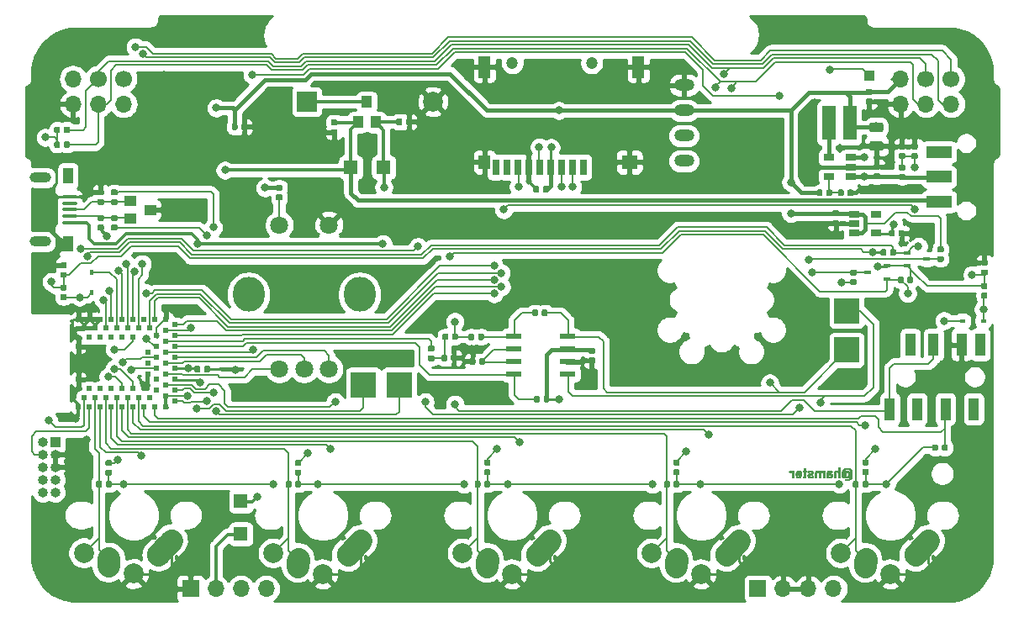
<source format=gbl>
G04 #@! TF.GenerationSoftware,KiCad,Pcbnew,(5.1.0)-1*
G04 #@! TF.CreationDate,2019-05-19T22:51:14-06:00*
G04 #@! TF.ProjectId,laser-theremin,6c617365-722d-4746-9865-72656d696e2e,rev?*
G04 #@! TF.SameCoordinates,Original*
G04 #@! TF.FileFunction,Copper,L2,Bot*
G04 #@! TF.FilePolarity,Positive*
%FSLAX46Y46*%
G04 Gerber Fmt 4.6, Leading zero omitted, Abs format (unit mm)*
G04 Created by KiCad (PCBNEW (5.1.0)-1) date 2019-05-19 22:51:14*
%MOMM*%
%LPD*%
G04 APERTURE LIST*
%ADD10C,0.010000*%
%ADD11C,2.250000*%
%ADD12C,2.250000*%
%ADD13C,2.000000*%
%ADD14R,2.000000X2.000000*%
%ADD15C,1.700000*%
%ADD16O,1.700000X1.700000*%
%ADD17R,1.000000X1.000000*%
%ADD18O,1.000000X1.000000*%
%ADD19R,1.200000X2.200000*%
%ADD20R,1.600000X1.400000*%
%ADD21R,1.200000X1.400000*%
%ADD22C,1.200000*%
%ADD23R,0.700000X1.600000*%
%ADD24R,2.500000X1.250000*%
%ADD25R,1.060000X0.650000*%
%ADD26C,1.800000*%
%ADD27O,3.200000X3.500000*%
%ADD28C,0.100000*%
%ADD29C,0.590000*%
%ADD30C,0.975000*%
%ADD31R,1.397000X1.397000*%
%ADD32R,1.143000X1.016000*%
%ADD33R,1.000000X1.597660*%
%ADD34O,2.150000X1.050000*%
%ADD35O,1.500000X0.400000*%
%ADD36R,1.350000X3.400000*%
%ADD37R,1.016000X1.143000*%
%ADD38R,0.700000X0.450000*%
%ADD39R,0.450000X0.600000*%
%ADD40R,0.600000X0.450000*%
%ADD41O,2.000000X1.200000*%
%ADD42R,2.500000X2.500000*%
%ADD43R,0.998220X2.247900*%
%ADD44R,1.700000X1.700000*%
%ADD45R,1.550000X0.600000*%
%ADD46R,0.500000X0.500000*%
%ADD47C,0.800000*%
%ADD48C,0.254000*%
%ADD49C,0.381000*%
%ADD50C,0.177800*%
%ADD51C,0.304800*%
%ADD52C,0.203200*%
G04 APERTURE END LIST*
D10*
G36*
X179960500Y-109048030D02*
G01*
X179960016Y-109135465D01*
X179957422Y-109187195D01*
X179951002Y-109209844D01*
X179939040Y-109210039D01*
X179922069Y-109196448D01*
X179847627Y-109156035D01*
X179757210Y-109148724D01*
X179677811Y-109169106D01*
X179626169Y-109197415D01*
X179588460Y-109237018D01*
X179562696Y-109294226D01*
X179546889Y-109375349D01*
X179539051Y-109486698D01*
X179537166Y-109615570D01*
X179537166Y-109880833D01*
X179685333Y-109880833D01*
X179685333Y-109636454D01*
X179685866Y-109530570D01*
X179688499Y-109458172D01*
X179694782Y-109410413D01*
X179706267Y-109378449D01*
X179724504Y-109353435D01*
X179737288Y-109340121D01*
X179798757Y-109296629D01*
X179859667Y-109293964D01*
X179913457Y-109321116D01*
X179933089Y-109337422D01*
X179946344Y-109359017D01*
X179954466Y-109393743D01*
X179958700Y-109449445D01*
X179960291Y-109533964D01*
X179960500Y-109617450D01*
X179960500Y-109880833D01*
X180108666Y-109880833D01*
X180108666Y-108864833D01*
X179960500Y-108864833D01*
X179960500Y-109048030D01*
X179960500Y-109048030D01*
G37*
X179960500Y-109048030D02*
X179960016Y-109135465D01*
X179957422Y-109187195D01*
X179951002Y-109209844D01*
X179939040Y-109210039D01*
X179922069Y-109196448D01*
X179847627Y-109156035D01*
X179757210Y-109148724D01*
X179677811Y-109169106D01*
X179626169Y-109197415D01*
X179588460Y-109237018D01*
X179562696Y-109294226D01*
X179546889Y-109375349D01*
X179539051Y-109486698D01*
X179537166Y-109615570D01*
X179537166Y-109880833D01*
X179685333Y-109880833D01*
X179685333Y-109636454D01*
X179685866Y-109530570D01*
X179688499Y-109458172D01*
X179694782Y-109410413D01*
X179706267Y-109378449D01*
X179724504Y-109353435D01*
X179737288Y-109340121D01*
X179798757Y-109296629D01*
X179859667Y-109293964D01*
X179913457Y-109321116D01*
X179933089Y-109337422D01*
X179946344Y-109359017D01*
X179954466Y-109393743D01*
X179958700Y-109449445D01*
X179960291Y-109533964D01*
X179960500Y-109617450D01*
X179960500Y-109880833D01*
X180108666Y-109880833D01*
X180108666Y-108864833D01*
X179960500Y-108864833D01*
X179960500Y-109048030D01*
G36*
X179006568Y-109155001D02*
G01*
X178958753Y-109169223D01*
X178899002Y-109196667D01*
X178855743Y-109230954D01*
X178826415Y-109278905D01*
X178808455Y-109347338D01*
X178799302Y-109443073D01*
X178796392Y-109572928D01*
X178796333Y-109601482D01*
X178796333Y-109876516D01*
X179013291Y-109877750D01*
X179109178Y-109876107D01*
X179192568Y-109870688D01*
X179252163Y-109862435D01*
X179272583Y-109856110D01*
X179319643Y-109822245D01*
X179341375Y-109800072D01*
X179360485Y-109750891D01*
X179366972Y-109679350D01*
X179366783Y-109676845D01*
X179218051Y-109676845D01*
X179196941Y-109725612D01*
X179194266Y-109728433D01*
X179155953Y-109745042D01*
X179094266Y-109753102D01*
X179027499Y-109751552D01*
X178977981Y-109740985D01*
X178952382Y-109709845D01*
X178944500Y-109645735D01*
X178944500Y-109563333D01*
X179041141Y-109563333D01*
X179109630Y-109568043D01*
X179165669Y-109579852D01*
X179178725Y-109585244D01*
X179211259Y-109623419D01*
X179218051Y-109676845D01*
X179366783Y-109676845D01*
X179361223Y-109603375D01*
X179343626Y-109540889D01*
X179335459Y-109526532D01*
X179281490Y-109482617D01*
X179194672Y-109452068D01*
X179083072Y-109437388D01*
X179045041Y-109436451D01*
X178983000Y-109433633D01*
X178952896Y-109422724D01*
X178944535Y-109399750D01*
X178944500Y-109397280D01*
X178962756Y-109342783D01*
X179010680Y-109306006D01*
X179078008Y-109290620D01*
X179154472Y-109300293D01*
X179184301Y-109311537D01*
X179230410Y-109323271D01*
X179276211Y-109307639D01*
X179293737Y-109296811D01*
X179351880Y-109258715D01*
X179296753Y-109211297D01*
X179214826Y-109165991D01*
X179113088Y-109146602D01*
X179006568Y-109155001D01*
X179006568Y-109155001D01*
G37*
X179006568Y-109155001D02*
X178958753Y-109169223D01*
X178899002Y-109196667D01*
X178855743Y-109230954D01*
X178826415Y-109278905D01*
X178808455Y-109347338D01*
X178799302Y-109443073D01*
X178796392Y-109572928D01*
X178796333Y-109601482D01*
X178796333Y-109876516D01*
X179013291Y-109877750D01*
X179109178Y-109876107D01*
X179192568Y-109870688D01*
X179252163Y-109862435D01*
X179272583Y-109856110D01*
X179319643Y-109822245D01*
X179341375Y-109800072D01*
X179360485Y-109750891D01*
X179366972Y-109679350D01*
X179366783Y-109676845D01*
X179218051Y-109676845D01*
X179196941Y-109725612D01*
X179194266Y-109728433D01*
X179155953Y-109745042D01*
X179094266Y-109753102D01*
X179027499Y-109751552D01*
X178977981Y-109740985D01*
X178952382Y-109709845D01*
X178944500Y-109645735D01*
X178944500Y-109563333D01*
X179041141Y-109563333D01*
X179109630Y-109568043D01*
X179165669Y-109579852D01*
X179178725Y-109585244D01*
X179211259Y-109623419D01*
X179218051Y-109676845D01*
X179366783Y-109676845D01*
X179361223Y-109603375D01*
X179343626Y-109540889D01*
X179335459Y-109526532D01*
X179281490Y-109482617D01*
X179194672Y-109452068D01*
X179083072Y-109437388D01*
X179045041Y-109436451D01*
X178983000Y-109433633D01*
X178952896Y-109422724D01*
X178944535Y-109399750D01*
X178944500Y-109397280D01*
X178962756Y-109342783D01*
X179010680Y-109306006D01*
X179078008Y-109290620D01*
X179154472Y-109300293D01*
X179184301Y-109311537D01*
X179230410Y-109323271D01*
X179276211Y-109307639D01*
X179293737Y-109296811D01*
X179351880Y-109258715D01*
X179296753Y-109211297D01*
X179214826Y-109165991D01*
X179113088Y-109146602D01*
X179006568Y-109155001D01*
G36*
X175092545Y-109151248D02*
G01*
X175030460Y-109172359D01*
X175010650Y-109189120D01*
X175003227Y-109219903D01*
X175027422Y-109264382D01*
X175034981Y-109274100D01*
X175070426Y-109312094D01*
X175103150Y-109320988D01*
X175150737Y-109308009D01*
X175206998Y-109294746D01*
X175251141Y-109305587D01*
X175272446Y-109318207D01*
X175294269Y-109334191D01*
X175309024Y-109353542D01*
X175318092Y-109384113D01*
X175322856Y-109433755D01*
X175324698Y-109510323D01*
X175325000Y-109616737D01*
X175325000Y-109880833D01*
X175494333Y-109880833D01*
X175494333Y-109161166D01*
X175409666Y-109161166D01*
X175356645Y-109165622D01*
X175327157Y-109176752D01*
X175325000Y-109181253D01*
X175308002Y-109186667D01*
X175265482Y-109175922D01*
X175247495Y-109168956D01*
X175170078Y-109149672D01*
X175092545Y-109151248D01*
X175092545Y-109151248D01*
G37*
X175092545Y-109151248D02*
X175030460Y-109172359D01*
X175010650Y-109189120D01*
X175003227Y-109219903D01*
X175027422Y-109264382D01*
X175034981Y-109274100D01*
X175070426Y-109312094D01*
X175103150Y-109320988D01*
X175150737Y-109308009D01*
X175206998Y-109294746D01*
X175251141Y-109305587D01*
X175272446Y-109318207D01*
X175294269Y-109334191D01*
X175309024Y-109353542D01*
X175318092Y-109384113D01*
X175322856Y-109433755D01*
X175324698Y-109510323D01*
X175325000Y-109616737D01*
X175325000Y-109880833D01*
X175494333Y-109880833D01*
X175494333Y-109161166D01*
X175409666Y-109161166D01*
X175356645Y-109165622D01*
X175327157Y-109176752D01*
X175325000Y-109181253D01*
X175308002Y-109186667D01*
X175265482Y-109175922D01*
X175247495Y-109168956D01*
X175170078Y-109149672D01*
X175092545Y-109151248D01*
G36*
X178169914Y-109163956D02*
G01*
X178106817Y-109205002D01*
X178060849Y-109248187D01*
X177978799Y-109192316D01*
X177887149Y-109151040D01*
X177794609Y-109151966D01*
X177703066Y-109193056D01*
X177668109Y-109221847D01*
X177643051Y-109259862D01*
X177626354Y-109314013D01*
X177616481Y-109391212D01*
X177611895Y-109498371D01*
X177611000Y-109607044D01*
X177611000Y-109880833D01*
X177759166Y-109880833D01*
X177759166Y-109628369D01*
X177759524Y-109521280D01*
X177761643Y-109448179D01*
X177767094Y-109400719D01*
X177777448Y-109370554D01*
X177794275Y-109349340D01*
X177814938Y-109332036D01*
X177870806Y-109296336D01*
X177916157Y-109293458D01*
X177966784Y-109323059D01*
X177973746Y-109328602D01*
X177994972Y-109348561D01*
X178009527Y-109373281D01*
X178019008Y-109410982D01*
X178025008Y-109469883D01*
X178029122Y-109558203D01*
X178031237Y-109624935D01*
X178038792Y-109880833D01*
X178182500Y-109880833D01*
X178182500Y-109636025D01*
X178184223Y-109535093D01*
X178188898Y-109447179D01*
X178195785Y-109382450D01*
X178203108Y-109352709D01*
X178246203Y-109312229D01*
X178308298Y-109297639D01*
X178372762Y-109311966D01*
X178385824Y-109319438D01*
X178406887Y-109335163D01*
X178421124Y-109354899D01*
X178429869Y-109386473D01*
X178434457Y-109437713D01*
X178436222Y-109516446D01*
X178436500Y-109616737D01*
X178436500Y-109880833D01*
X178605833Y-109880833D01*
X178605833Y-109161166D01*
X178521166Y-109161166D01*
X178468145Y-109165622D01*
X178438657Y-109176752D01*
X178436500Y-109181253D01*
X178419495Y-109186638D01*
X178376932Y-109175885D01*
X178358594Y-109168788D01*
X178260820Y-109147222D01*
X178169914Y-109163956D01*
X178169914Y-109163956D01*
G37*
X178169914Y-109163956D02*
X178106817Y-109205002D01*
X178060849Y-109248187D01*
X177978799Y-109192316D01*
X177887149Y-109151040D01*
X177794609Y-109151966D01*
X177703066Y-109193056D01*
X177668109Y-109221847D01*
X177643051Y-109259862D01*
X177626354Y-109314013D01*
X177616481Y-109391212D01*
X177611895Y-109498371D01*
X177611000Y-109607044D01*
X177611000Y-109880833D01*
X177759166Y-109880833D01*
X177759166Y-109628369D01*
X177759524Y-109521280D01*
X177761643Y-109448179D01*
X177767094Y-109400719D01*
X177777448Y-109370554D01*
X177794275Y-109349340D01*
X177814938Y-109332036D01*
X177870806Y-109296336D01*
X177916157Y-109293458D01*
X177966784Y-109323059D01*
X177973746Y-109328602D01*
X177994972Y-109348561D01*
X178009527Y-109373281D01*
X178019008Y-109410982D01*
X178025008Y-109469883D01*
X178029122Y-109558203D01*
X178031237Y-109624935D01*
X178038792Y-109880833D01*
X178182500Y-109880833D01*
X178182500Y-109636025D01*
X178184223Y-109535093D01*
X178188898Y-109447179D01*
X178195785Y-109382450D01*
X178203108Y-109352709D01*
X178246203Y-109312229D01*
X178308298Y-109297639D01*
X178372762Y-109311966D01*
X178385824Y-109319438D01*
X178406887Y-109335163D01*
X178421124Y-109354899D01*
X178429869Y-109386473D01*
X178434457Y-109437713D01*
X178436222Y-109516446D01*
X178436500Y-109616737D01*
X178436500Y-109880833D01*
X178605833Y-109880833D01*
X178605833Y-109161166D01*
X178521166Y-109161166D01*
X178468145Y-109165622D01*
X178438657Y-109176752D01*
X178436500Y-109181253D01*
X178419495Y-109186638D01*
X178376932Y-109175885D01*
X178358594Y-109168788D01*
X178260820Y-109147222D01*
X178169914Y-109163956D01*
G36*
X176510333Y-109055333D02*
G01*
X176508618Y-109118144D01*
X176499862Y-109149479D01*
X176478653Y-109160164D01*
X176457416Y-109161166D01*
X176419598Y-109168001D01*
X176405764Y-109197053D01*
X176404500Y-109224666D01*
X176410195Y-109270048D01*
X176434405Y-109286650D01*
X176457416Y-109288166D01*
X176510333Y-109288166D01*
X176510333Y-109732666D01*
X176457416Y-109732666D01*
X176421631Y-109738201D01*
X176406981Y-109763109D01*
X176404500Y-109806750D01*
X176407063Y-109854182D01*
X176422889Y-109875262D01*
X176464183Y-109880667D01*
X176489166Y-109880833D01*
X176574886Y-109865866D01*
X176616166Y-109838500D01*
X176634341Y-109816044D01*
X176646474Y-109786330D01*
X176653750Y-109741067D01*
X176657354Y-109671962D01*
X176658470Y-109570726D01*
X176658500Y-109542166D01*
X176658915Y-109434946D01*
X176660941Y-109363041D01*
X176665746Y-109319437D01*
X176674499Y-109297118D01*
X176688370Y-109289069D01*
X176700833Y-109288166D01*
X176731820Y-109278187D01*
X176742730Y-109241058D01*
X176743166Y-109224666D01*
X176736514Y-109178186D01*
X176711761Y-109161821D01*
X176700833Y-109161166D01*
X176675441Y-109155594D01*
X176662778Y-109131943D01*
X176658681Y-109079812D01*
X176658500Y-109055333D01*
X176658500Y-108949500D01*
X176510333Y-108949500D01*
X176510333Y-109055333D01*
X176510333Y-109055333D01*
G37*
X176510333Y-109055333D02*
X176508618Y-109118144D01*
X176499862Y-109149479D01*
X176478653Y-109160164D01*
X176457416Y-109161166D01*
X176419598Y-109168001D01*
X176405764Y-109197053D01*
X176404500Y-109224666D01*
X176410195Y-109270048D01*
X176434405Y-109286650D01*
X176457416Y-109288166D01*
X176510333Y-109288166D01*
X176510333Y-109732666D01*
X176457416Y-109732666D01*
X176421631Y-109738201D01*
X176406981Y-109763109D01*
X176404500Y-109806750D01*
X176407063Y-109854182D01*
X176422889Y-109875262D01*
X176464183Y-109880667D01*
X176489166Y-109880833D01*
X176574886Y-109865866D01*
X176616166Y-109838500D01*
X176634341Y-109816044D01*
X176646474Y-109786330D01*
X176653750Y-109741067D01*
X176657354Y-109671962D01*
X176658470Y-109570726D01*
X176658500Y-109542166D01*
X176658915Y-109434946D01*
X176660941Y-109363041D01*
X176665746Y-109319437D01*
X176674499Y-109297118D01*
X176688370Y-109289069D01*
X176700833Y-109288166D01*
X176731820Y-109278187D01*
X176742730Y-109241058D01*
X176743166Y-109224666D01*
X176736514Y-109178186D01*
X176711761Y-109161821D01*
X176700833Y-109161166D01*
X176675441Y-109155594D01*
X176662778Y-109131943D01*
X176658681Y-109079812D01*
X176658500Y-109055333D01*
X176658500Y-108949500D01*
X176510333Y-108949500D01*
X176510333Y-109055333D01*
G36*
X177038311Y-109159705D02*
G01*
X176933891Y-109192307D01*
X176920163Y-109198571D01*
X176868252Y-109226523D01*
X176853282Y-109250185D01*
X176872923Y-109281071D01*
X176898402Y-109306031D01*
X176933523Y-109334852D01*
X176964459Y-109340876D01*
X177010300Y-109326260D01*
X177024722Y-109320304D01*
X177116410Y-109292991D01*
X177192358Y-109291508D01*
X177246126Y-109314438D01*
X177271272Y-109360364D01*
X177272333Y-109374802D01*
X177255586Y-109411789D01*
X177203664Y-109431833D01*
X177138310Y-109436451D01*
X177042778Y-109446387D01*
X176957328Y-109472703D01*
X176895457Y-109510667D01*
X176881374Y-109526532D01*
X176850892Y-109602468D01*
X176850572Y-109687954D01*
X176877319Y-109769076D01*
X176928038Y-109831919D01*
X176952873Y-109848069D01*
X177031073Y-109871914D01*
X177132292Y-109880312D01*
X177240276Y-109873611D01*
X177338766Y-109852159D01*
X177372875Y-109839070D01*
X177433690Y-109807712D01*
X177458048Y-109779999D01*
X177449641Y-109746155D01*
X177422179Y-109708553D01*
X177381524Y-109658583D01*
X177312703Y-109698973D01*
X177242534Y-109728087D01*
X177168494Y-109739868D01*
X177098980Y-109736184D01*
X177042386Y-109718902D01*
X177007109Y-109689888D01*
X177001544Y-109651012D01*
X177010377Y-109631727D01*
X177042866Y-109599385D01*
X177062935Y-109591094D01*
X177099408Y-109586671D01*
X177161874Y-109579537D01*
X177211403Y-109574036D01*
X177311109Y-109554540D01*
X177375496Y-109518753D01*
X177410112Y-109461441D01*
X177420499Y-109377372D01*
X177420500Y-109376718D01*
X177413536Y-109304289D01*
X177395894Y-109244205D01*
X177387975Y-109229983D01*
X177331786Y-109183722D01*
X177247771Y-109156119D01*
X177146442Y-109147878D01*
X177038311Y-109159705D01*
X177038311Y-109159705D01*
G37*
X177038311Y-109159705D02*
X176933891Y-109192307D01*
X176920163Y-109198571D01*
X176868252Y-109226523D01*
X176853282Y-109250185D01*
X176872923Y-109281071D01*
X176898402Y-109306031D01*
X176933523Y-109334852D01*
X176964459Y-109340876D01*
X177010300Y-109326260D01*
X177024722Y-109320304D01*
X177116410Y-109292991D01*
X177192358Y-109291508D01*
X177246126Y-109314438D01*
X177271272Y-109360364D01*
X177272333Y-109374802D01*
X177255586Y-109411789D01*
X177203664Y-109431833D01*
X177138310Y-109436451D01*
X177042778Y-109446387D01*
X176957328Y-109472703D01*
X176895457Y-109510667D01*
X176881374Y-109526532D01*
X176850892Y-109602468D01*
X176850572Y-109687954D01*
X176877319Y-109769076D01*
X176928038Y-109831919D01*
X176952873Y-109848069D01*
X177031073Y-109871914D01*
X177132292Y-109880312D01*
X177240276Y-109873611D01*
X177338766Y-109852159D01*
X177372875Y-109839070D01*
X177433690Y-109807712D01*
X177458048Y-109779999D01*
X177449641Y-109746155D01*
X177422179Y-109708553D01*
X177381524Y-109658583D01*
X177312703Y-109698973D01*
X177242534Y-109728087D01*
X177168494Y-109739868D01*
X177098980Y-109736184D01*
X177042386Y-109718902D01*
X177007109Y-109689888D01*
X177001544Y-109651012D01*
X177010377Y-109631727D01*
X177042866Y-109599385D01*
X177062935Y-109591094D01*
X177099408Y-109586671D01*
X177161874Y-109579537D01*
X177211403Y-109574036D01*
X177311109Y-109554540D01*
X177375496Y-109518753D01*
X177410112Y-109461441D01*
X177420499Y-109377372D01*
X177420500Y-109376718D01*
X177413536Y-109304289D01*
X177395894Y-109244205D01*
X177387975Y-109229983D01*
X177331786Y-109183722D01*
X177247771Y-109156119D01*
X177146442Y-109147878D01*
X177038311Y-109159705D01*
G36*
X175850897Y-109167704D02*
G01*
X175766738Y-109218987D01*
X175707635Y-109304311D01*
X175673695Y-109423555D01*
X175667774Y-109473375D01*
X175658424Y-109584500D01*
X175883295Y-109584500D01*
X175975110Y-109586105D01*
X176048826Y-109590449D01*
X176095752Y-109596825D01*
X176108166Y-109602812D01*
X176096179Y-109630598D01*
X176067046Y-109673364D01*
X176064297Y-109676895D01*
X176006672Y-109719047D01*
X175931290Y-109734055D01*
X175854173Y-109720293D01*
X175819448Y-109701751D01*
X175785809Y-109683772D01*
X175758337Y-109692109D01*
X175727854Y-109721351D01*
X175697129Y-109766109D01*
X175702500Y-109802037D01*
X175746344Y-109834837D01*
X175781987Y-109851243D01*
X175881446Y-109876528D01*
X175988956Y-109878050D01*
X176086734Y-109856496D01*
X176125315Y-109837957D01*
X176193639Y-109775340D01*
X176236463Y-109684637D01*
X176255177Y-109562435D01*
X176256300Y-109516388D01*
X176247628Y-109434638D01*
X176102178Y-109434638D01*
X176093645Y-109448874D01*
X176063277Y-109455492D01*
X176002783Y-109457401D01*
X175961426Y-109457500D01*
X175878322Y-109455267D01*
X175830875Y-109447733D01*
X175812605Y-109433647D01*
X175811833Y-109428604D01*
X175828507Y-109380635D01*
X175868731Y-109331532D01*
X175917803Y-109296389D01*
X175948608Y-109288166D01*
X176012168Y-109306881D01*
X176067594Y-109354531D01*
X176097170Y-109409875D01*
X176102178Y-109434638D01*
X176247628Y-109434638D01*
X176241958Y-109381197D01*
X176199956Y-109275427D01*
X176131720Y-109200839D01*
X176038675Y-109159192D01*
X175960000Y-109150583D01*
X175850897Y-109167704D01*
X175850897Y-109167704D01*
G37*
X175850897Y-109167704D02*
X175766738Y-109218987D01*
X175707635Y-109304311D01*
X175673695Y-109423555D01*
X175667774Y-109473375D01*
X175658424Y-109584500D01*
X175883295Y-109584500D01*
X175975110Y-109586105D01*
X176048826Y-109590449D01*
X176095752Y-109596825D01*
X176108166Y-109602812D01*
X176096179Y-109630598D01*
X176067046Y-109673364D01*
X176064297Y-109676895D01*
X176006672Y-109719047D01*
X175931290Y-109734055D01*
X175854173Y-109720293D01*
X175819448Y-109701751D01*
X175785809Y-109683772D01*
X175758337Y-109692109D01*
X175727854Y-109721351D01*
X175697129Y-109766109D01*
X175702500Y-109802037D01*
X175746344Y-109834837D01*
X175781987Y-109851243D01*
X175881446Y-109876528D01*
X175988956Y-109878050D01*
X176086734Y-109856496D01*
X176125315Y-109837957D01*
X176193639Y-109775340D01*
X176236463Y-109684637D01*
X176255177Y-109562435D01*
X176256300Y-109516388D01*
X176247628Y-109434638D01*
X176102178Y-109434638D01*
X176093645Y-109448874D01*
X176063277Y-109455492D01*
X176002783Y-109457401D01*
X175961426Y-109457500D01*
X175878322Y-109455267D01*
X175830875Y-109447733D01*
X175812605Y-109433647D01*
X175811833Y-109428604D01*
X175828507Y-109380635D01*
X175868731Y-109331532D01*
X175917803Y-109296389D01*
X175948608Y-109288166D01*
X176012168Y-109306881D01*
X176067594Y-109354531D01*
X176097170Y-109409875D01*
X176102178Y-109434638D01*
X176247628Y-109434638D01*
X176241958Y-109381197D01*
X176199956Y-109275427D01*
X176131720Y-109200839D01*
X176038675Y-109159192D01*
X175960000Y-109150583D01*
X175850897Y-109167704D01*
G36*
X180703984Y-108894909D02*
G01*
X180595781Y-108923317D01*
X180504943Y-108974815D01*
X180468664Y-109004786D01*
X180410640Y-109067292D01*
X180369030Y-109138961D01*
X180341615Y-109227528D01*
X180326176Y-109340729D01*
X180320494Y-109486299D01*
X180320333Y-109521916D01*
X180321148Y-109630946D01*
X180324455Y-109706593D01*
X180331547Y-109757789D01*
X180343717Y-109793468D01*
X180362257Y-109822561D01*
X180364203Y-109825062D01*
X180400783Y-109861071D01*
X180446441Y-109877388D01*
X180507660Y-109880833D01*
X180577221Y-109874645D01*
X180634714Y-109859076D01*
X180649557Y-109851198D01*
X180687802Y-109832357D01*
X180722139Y-109844025D01*
X180732396Y-109851198D01*
X180777333Y-109868928D01*
X180844116Y-109879516D01*
X180876340Y-109880833D01*
X180973944Y-109866019D01*
X181045066Y-109820191D01*
X181091775Y-109741265D01*
X181114549Y-109641017D01*
X181119268Y-109557446D01*
X180972753Y-109557446D01*
X180959096Y-109636451D01*
X180930236Y-109697755D01*
X180913383Y-109715446D01*
X180859068Y-109748434D01*
X180811279Y-109745658D01*
X180763919Y-109715016D01*
X180732472Y-109677696D01*
X180714169Y-109621233D01*
X180706046Y-109556373D01*
X180707457Y-109442992D01*
X180731423Y-109358774D01*
X180775941Y-109306548D01*
X180839006Y-109289146D01*
X180888998Y-109297850D01*
X180929331Y-109330942D01*
X180957189Y-109393020D01*
X180971890Y-109472412D01*
X180972753Y-109557446D01*
X181119268Y-109557446D01*
X181122667Y-109497269D01*
X181110058Y-109372985D01*
X181077936Y-109275101D01*
X181041212Y-109222622D01*
X180956794Y-109166617D01*
X180855498Y-109144819D01*
X180748007Y-109159307D01*
X180736001Y-109163297D01*
X180666083Y-109195471D01*
X180617091Y-109239287D01*
X180585180Y-109302335D01*
X180566504Y-109392201D01*
X180557236Y-109515965D01*
X180550857Y-109626875D01*
X180541470Y-109699776D01*
X180527548Y-109738968D01*
X180507563Y-109748748D01*
X180479987Y-109733417D01*
X180479980Y-109733411D01*
X180461151Y-109695505D01*
X180450106Y-109626257D01*
X180447052Y-109535976D01*
X180452200Y-109434971D01*
X180465758Y-109333548D01*
X180471311Y-109305447D01*
X180515396Y-109190073D01*
X180590526Y-109101379D01*
X180692955Y-109043412D01*
X180722273Y-109034227D01*
X180848740Y-109018573D01*
X180967650Y-109038287D01*
X181071189Y-109090276D01*
X181151547Y-109171443D01*
X181176939Y-109214362D01*
X181197300Y-109265001D01*
X181210133Y-109324492D01*
X181216946Y-109403759D01*
X181219246Y-109513724D01*
X181219272Y-109521000D01*
X181212871Y-109674487D01*
X181189931Y-109792178D01*
X181146348Y-109878740D01*
X181078020Y-109938842D01*
X180980843Y-109977152D01*
X180850716Y-109998339D01*
X180795998Y-110002612D01*
X180616666Y-110013800D01*
X180616666Y-110134833D01*
X180801875Y-110133014D01*
X180892945Y-110130361D01*
X180973318Y-110124894D01*
X181029392Y-110117636D01*
X181040137Y-110115056D01*
X181166294Y-110059250D01*
X181261217Y-109977054D01*
X181288798Y-109940010D01*
X181313748Y-109899333D01*
X181330739Y-109860080D01*
X181341655Y-109812439D01*
X181348379Y-109746602D01*
X181352794Y-109652759D01*
X181354570Y-109597437D01*
X181355832Y-109434775D01*
X181347660Y-109306322D01*
X181328546Y-109204705D01*
X181296980Y-109122550D01*
X181251453Y-109052480D01*
X181240258Y-109038939D01*
X181144338Y-108957372D01*
X181021964Y-108906814D01*
X180871357Y-108886589D01*
X180840438Y-108886118D01*
X180703984Y-108894909D01*
X180703984Y-108894909D01*
G37*
X180703984Y-108894909D02*
X180595781Y-108923317D01*
X180504943Y-108974815D01*
X180468664Y-109004786D01*
X180410640Y-109067292D01*
X180369030Y-109138961D01*
X180341615Y-109227528D01*
X180326176Y-109340729D01*
X180320494Y-109486299D01*
X180320333Y-109521916D01*
X180321148Y-109630946D01*
X180324455Y-109706593D01*
X180331547Y-109757789D01*
X180343717Y-109793468D01*
X180362257Y-109822561D01*
X180364203Y-109825062D01*
X180400783Y-109861071D01*
X180446441Y-109877388D01*
X180507660Y-109880833D01*
X180577221Y-109874645D01*
X180634714Y-109859076D01*
X180649557Y-109851198D01*
X180687802Y-109832357D01*
X180722139Y-109844025D01*
X180732396Y-109851198D01*
X180777333Y-109868928D01*
X180844116Y-109879516D01*
X180876340Y-109880833D01*
X180973944Y-109866019D01*
X181045066Y-109820191D01*
X181091775Y-109741265D01*
X181114549Y-109641017D01*
X181119268Y-109557446D01*
X180972753Y-109557446D01*
X180959096Y-109636451D01*
X180930236Y-109697755D01*
X180913383Y-109715446D01*
X180859068Y-109748434D01*
X180811279Y-109745658D01*
X180763919Y-109715016D01*
X180732472Y-109677696D01*
X180714169Y-109621233D01*
X180706046Y-109556373D01*
X180707457Y-109442992D01*
X180731423Y-109358774D01*
X180775941Y-109306548D01*
X180839006Y-109289146D01*
X180888998Y-109297850D01*
X180929331Y-109330942D01*
X180957189Y-109393020D01*
X180971890Y-109472412D01*
X180972753Y-109557446D01*
X181119268Y-109557446D01*
X181122667Y-109497269D01*
X181110058Y-109372985D01*
X181077936Y-109275101D01*
X181041212Y-109222622D01*
X180956794Y-109166617D01*
X180855498Y-109144819D01*
X180748007Y-109159307D01*
X180736001Y-109163297D01*
X180666083Y-109195471D01*
X180617091Y-109239287D01*
X180585180Y-109302335D01*
X180566504Y-109392201D01*
X180557236Y-109515965D01*
X180550857Y-109626875D01*
X180541470Y-109699776D01*
X180527548Y-109738968D01*
X180507563Y-109748748D01*
X180479987Y-109733417D01*
X180479980Y-109733411D01*
X180461151Y-109695505D01*
X180450106Y-109626257D01*
X180447052Y-109535976D01*
X180452200Y-109434971D01*
X180465758Y-109333548D01*
X180471311Y-109305447D01*
X180515396Y-109190073D01*
X180590526Y-109101379D01*
X180692955Y-109043412D01*
X180722273Y-109034227D01*
X180848740Y-109018573D01*
X180967650Y-109038287D01*
X181071189Y-109090276D01*
X181151547Y-109171443D01*
X181176939Y-109214362D01*
X181197300Y-109265001D01*
X181210133Y-109324492D01*
X181216946Y-109403759D01*
X181219246Y-109513724D01*
X181219272Y-109521000D01*
X181212871Y-109674487D01*
X181189931Y-109792178D01*
X181146348Y-109878740D01*
X181078020Y-109938842D01*
X180980843Y-109977152D01*
X180850716Y-109998339D01*
X180795998Y-110002612D01*
X180616666Y-110013800D01*
X180616666Y-110134833D01*
X180801875Y-110133014D01*
X180892945Y-110130361D01*
X180973318Y-110124894D01*
X181029392Y-110117636D01*
X181040137Y-110115056D01*
X181166294Y-110059250D01*
X181261217Y-109977054D01*
X181288798Y-109940010D01*
X181313748Y-109899333D01*
X181330739Y-109860080D01*
X181341655Y-109812439D01*
X181348379Y-109746602D01*
X181352794Y-109652759D01*
X181354570Y-109597437D01*
X181355832Y-109434775D01*
X181347660Y-109306322D01*
X181328546Y-109204705D01*
X181296980Y-109122550D01*
X181251453Y-109052480D01*
X181240258Y-109038939D01*
X181144338Y-108957372D01*
X181021964Y-108906814D01*
X180871357Y-108886589D01*
X180840438Y-108886118D01*
X180703984Y-108894909D01*
D11*
X106480000Y-118390000D03*
D12*
X106505506Y-118015868D02*
X106454494Y-118764132D01*
D13*
X108990000Y-119540000D03*
X103990000Y-117440000D03*
D11*
X111490000Y-117640000D03*
X112145005Y-116910004D03*
D12*
X112800000Y-116180000D02*
X111490010Y-117640008D01*
D11*
X125555000Y-118410000D03*
D12*
X125580506Y-118035868D02*
X125529494Y-118784132D01*
D13*
X128065000Y-119560000D03*
X123065000Y-117460000D03*
D11*
X130565000Y-117660000D03*
X131220005Y-116930004D03*
D12*
X131875000Y-116200000D02*
X130565010Y-117660008D01*
D11*
X144605000Y-118410000D03*
D12*
X144630506Y-118035868D02*
X144579494Y-118784132D01*
D13*
X147115000Y-119560000D03*
X142115000Y-117460000D03*
D11*
X149615000Y-117660000D03*
X150270005Y-116930004D03*
D12*
X150925000Y-116200000D02*
X149615010Y-117660008D01*
D11*
X163655000Y-118410000D03*
D12*
X163680506Y-118035868D02*
X163629494Y-118784132D01*
D13*
X166165000Y-119560000D03*
X161165000Y-117460000D03*
D11*
X168665000Y-117660000D03*
X169320005Y-116930004D03*
D12*
X169975000Y-116200000D02*
X168665010Y-117660008D01*
D11*
X182705000Y-118410000D03*
D12*
X182730506Y-118035868D02*
X182679494Y-118784132D01*
D13*
X185215000Y-119560000D03*
X180215000Y-117460000D03*
D11*
X187715000Y-117660000D03*
X188370005Y-116930004D03*
D12*
X189025000Y-116200000D02*
X187715010Y-117660008D01*
D13*
X139150000Y-72000000D03*
D14*
X126450000Y-72000000D03*
D15*
X191340000Y-69710000D03*
D16*
X191340000Y-72250000D03*
D15*
X188800000Y-69710000D03*
D16*
X188800000Y-72250000D03*
X186260000Y-69710000D03*
X186260000Y-72250000D03*
D15*
X107990000Y-69710000D03*
D16*
X107990000Y-72250000D03*
D15*
X105450000Y-69710000D03*
D16*
X105450000Y-72250000D03*
X102910000Y-69710000D03*
X102910000Y-72250000D03*
D17*
X101120000Y-106290000D03*
D18*
X99850000Y-106290000D03*
X101120000Y-107560000D03*
X99850000Y-107560000D03*
X101120000Y-108830000D03*
X99850000Y-108830000D03*
X101120000Y-110100000D03*
X99850000Y-110100000D03*
X101120000Y-111370000D03*
X99850000Y-111370000D03*
D19*
X144330000Y-68490000D03*
X159830000Y-68490000D03*
D20*
X158930000Y-78090000D03*
D21*
X144330000Y-78090000D03*
D22*
X155130000Y-68090000D03*
X147150000Y-68090000D03*
D23*
X152080000Y-78590000D03*
X153180000Y-78590000D03*
X154280000Y-78590000D03*
X150980000Y-78590000D03*
X149880000Y-78590000D03*
X148780000Y-78590000D03*
X147680000Y-78590000D03*
X146580000Y-78590000D03*
X145480000Y-78590000D03*
D24*
X190110000Y-77070000D03*
X190110000Y-79570000D03*
X190110000Y-82070000D03*
D25*
X179010000Y-77620000D03*
X179010000Y-79520000D03*
X181210000Y-79520000D03*
X181210000Y-78570000D03*
X181210000Y-77620000D03*
D26*
X126170000Y-98930000D03*
X128670000Y-84430000D03*
X123670000Y-84430000D03*
X123670000Y-98930000D03*
X128670000Y-98930000D03*
D27*
X131770000Y-91430000D03*
X120570000Y-91430000D03*
D28*
G36*
X149726958Y-80500710D02*
G01*
X149741276Y-80502834D01*
X149755317Y-80506351D01*
X149768946Y-80511228D01*
X149782031Y-80517417D01*
X149794447Y-80524858D01*
X149806073Y-80533481D01*
X149816798Y-80543202D01*
X149826519Y-80553927D01*
X149835142Y-80565553D01*
X149842583Y-80577969D01*
X149848772Y-80591054D01*
X149853649Y-80604683D01*
X149857166Y-80618724D01*
X149859290Y-80633042D01*
X149860000Y-80647500D01*
X149860000Y-80992500D01*
X149859290Y-81006958D01*
X149857166Y-81021276D01*
X149853649Y-81035317D01*
X149848772Y-81048946D01*
X149842583Y-81062031D01*
X149835142Y-81074447D01*
X149826519Y-81086073D01*
X149816798Y-81096798D01*
X149806073Y-81106519D01*
X149794447Y-81115142D01*
X149782031Y-81122583D01*
X149768946Y-81128772D01*
X149755317Y-81133649D01*
X149741276Y-81137166D01*
X149726958Y-81139290D01*
X149712500Y-81140000D01*
X149417500Y-81140000D01*
X149403042Y-81139290D01*
X149388724Y-81137166D01*
X149374683Y-81133649D01*
X149361054Y-81128772D01*
X149347969Y-81122583D01*
X149335553Y-81115142D01*
X149323927Y-81106519D01*
X149313202Y-81096798D01*
X149303481Y-81086073D01*
X149294858Y-81074447D01*
X149287417Y-81062031D01*
X149281228Y-81048946D01*
X149276351Y-81035317D01*
X149272834Y-81021276D01*
X149270710Y-81006958D01*
X149270000Y-80992500D01*
X149270000Y-80647500D01*
X149270710Y-80633042D01*
X149272834Y-80618724D01*
X149276351Y-80604683D01*
X149281228Y-80591054D01*
X149287417Y-80577969D01*
X149294858Y-80565553D01*
X149303481Y-80553927D01*
X149313202Y-80543202D01*
X149323927Y-80533481D01*
X149335553Y-80524858D01*
X149347969Y-80517417D01*
X149361054Y-80511228D01*
X149374683Y-80506351D01*
X149388724Y-80502834D01*
X149403042Y-80500710D01*
X149417500Y-80500000D01*
X149712500Y-80500000D01*
X149726958Y-80500710D01*
X149726958Y-80500710D01*
G37*
D29*
X149565000Y-80820000D03*
D28*
G36*
X150696958Y-80500710D02*
G01*
X150711276Y-80502834D01*
X150725317Y-80506351D01*
X150738946Y-80511228D01*
X150752031Y-80517417D01*
X150764447Y-80524858D01*
X150776073Y-80533481D01*
X150786798Y-80543202D01*
X150796519Y-80553927D01*
X150805142Y-80565553D01*
X150812583Y-80577969D01*
X150818772Y-80591054D01*
X150823649Y-80604683D01*
X150827166Y-80618724D01*
X150829290Y-80633042D01*
X150830000Y-80647500D01*
X150830000Y-80992500D01*
X150829290Y-81006958D01*
X150827166Y-81021276D01*
X150823649Y-81035317D01*
X150818772Y-81048946D01*
X150812583Y-81062031D01*
X150805142Y-81074447D01*
X150796519Y-81086073D01*
X150786798Y-81096798D01*
X150776073Y-81106519D01*
X150764447Y-81115142D01*
X150752031Y-81122583D01*
X150738946Y-81128772D01*
X150725317Y-81133649D01*
X150711276Y-81137166D01*
X150696958Y-81139290D01*
X150682500Y-81140000D01*
X150387500Y-81140000D01*
X150373042Y-81139290D01*
X150358724Y-81137166D01*
X150344683Y-81133649D01*
X150331054Y-81128772D01*
X150317969Y-81122583D01*
X150305553Y-81115142D01*
X150293927Y-81106519D01*
X150283202Y-81096798D01*
X150273481Y-81086073D01*
X150264858Y-81074447D01*
X150257417Y-81062031D01*
X150251228Y-81048946D01*
X150246351Y-81035317D01*
X150242834Y-81021276D01*
X150240710Y-81006958D01*
X150240000Y-80992500D01*
X150240000Y-80647500D01*
X150240710Y-80633042D01*
X150242834Y-80618724D01*
X150246351Y-80604683D01*
X150251228Y-80591054D01*
X150257417Y-80577969D01*
X150264858Y-80565553D01*
X150273481Y-80553927D01*
X150283202Y-80543202D01*
X150293927Y-80533481D01*
X150305553Y-80524858D01*
X150317969Y-80517417D01*
X150331054Y-80511228D01*
X150344683Y-80506351D01*
X150358724Y-80502834D01*
X150373042Y-80500710D01*
X150387500Y-80500000D01*
X150682500Y-80500000D01*
X150696958Y-80500710D01*
X150696958Y-80500710D01*
G37*
D29*
X150535000Y-80820000D03*
D28*
G36*
X129376958Y-74760710D02*
G01*
X129391276Y-74762834D01*
X129405317Y-74766351D01*
X129418946Y-74771228D01*
X129432031Y-74777417D01*
X129444447Y-74784858D01*
X129456073Y-74793481D01*
X129466798Y-74803202D01*
X129476519Y-74813927D01*
X129485142Y-74825553D01*
X129492583Y-74837969D01*
X129498772Y-74851054D01*
X129503649Y-74864683D01*
X129507166Y-74878724D01*
X129509290Y-74893042D01*
X129510000Y-74907500D01*
X129510000Y-75202500D01*
X129509290Y-75216958D01*
X129507166Y-75231276D01*
X129503649Y-75245317D01*
X129498772Y-75258946D01*
X129492583Y-75272031D01*
X129485142Y-75284447D01*
X129476519Y-75296073D01*
X129466798Y-75306798D01*
X129456073Y-75316519D01*
X129444447Y-75325142D01*
X129432031Y-75332583D01*
X129418946Y-75338772D01*
X129405317Y-75343649D01*
X129391276Y-75347166D01*
X129376958Y-75349290D01*
X129362500Y-75350000D01*
X129017500Y-75350000D01*
X129003042Y-75349290D01*
X128988724Y-75347166D01*
X128974683Y-75343649D01*
X128961054Y-75338772D01*
X128947969Y-75332583D01*
X128935553Y-75325142D01*
X128923927Y-75316519D01*
X128913202Y-75306798D01*
X128903481Y-75296073D01*
X128894858Y-75284447D01*
X128887417Y-75272031D01*
X128881228Y-75258946D01*
X128876351Y-75245317D01*
X128872834Y-75231276D01*
X128870710Y-75216958D01*
X128870000Y-75202500D01*
X128870000Y-74907500D01*
X128870710Y-74893042D01*
X128872834Y-74878724D01*
X128876351Y-74864683D01*
X128881228Y-74851054D01*
X128887417Y-74837969D01*
X128894858Y-74825553D01*
X128903481Y-74813927D01*
X128913202Y-74803202D01*
X128923927Y-74793481D01*
X128935553Y-74784858D01*
X128947969Y-74777417D01*
X128961054Y-74771228D01*
X128974683Y-74766351D01*
X128988724Y-74762834D01*
X129003042Y-74760710D01*
X129017500Y-74760000D01*
X129362500Y-74760000D01*
X129376958Y-74760710D01*
X129376958Y-74760710D01*
G37*
D29*
X129190000Y-75055000D03*
D28*
G36*
X129376958Y-73790710D02*
G01*
X129391276Y-73792834D01*
X129405317Y-73796351D01*
X129418946Y-73801228D01*
X129432031Y-73807417D01*
X129444447Y-73814858D01*
X129456073Y-73823481D01*
X129466798Y-73833202D01*
X129476519Y-73843927D01*
X129485142Y-73855553D01*
X129492583Y-73867969D01*
X129498772Y-73881054D01*
X129503649Y-73894683D01*
X129507166Y-73908724D01*
X129509290Y-73923042D01*
X129510000Y-73937500D01*
X129510000Y-74232500D01*
X129509290Y-74246958D01*
X129507166Y-74261276D01*
X129503649Y-74275317D01*
X129498772Y-74288946D01*
X129492583Y-74302031D01*
X129485142Y-74314447D01*
X129476519Y-74326073D01*
X129466798Y-74336798D01*
X129456073Y-74346519D01*
X129444447Y-74355142D01*
X129432031Y-74362583D01*
X129418946Y-74368772D01*
X129405317Y-74373649D01*
X129391276Y-74377166D01*
X129376958Y-74379290D01*
X129362500Y-74380000D01*
X129017500Y-74380000D01*
X129003042Y-74379290D01*
X128988724Y-74377166D01*
X128974683Y-74373649D01*
X128961054Y-74368772D01*
X128947969Y-74362583D01*
X128935553Y-74355142D01*
X128923927Y-74346519D01*
X128913202Y-74336798D01*
X128903481Y-74326073D01*
X128894858Y-74314447D01*
X128887417Y-74302031D01*
X128881228Y-74288946D01*
X128876351Y-74275317D01*
X128872834Y-74261276D01*
X128870710Y-74246958D01*
X128870000Y-74232500D01*
X128870000Y-73937500D01*
X128870710Y-73923042D01*
X128872834Y-73908724D01*
X128876351Y-73894683D01*
X128881228Y-73881054D01*
X128887417Y-73867969D01*
X128894858Y-73855553D01*
X128903481Y-73843927D01*
X128913202Y-73833202D01*
X128923927Y-73823481D01*
X128935553Y-73814858D01*
X128947969Y-73807417D01*
X128961054Y-73801228D01*
X128974683Y-73796351D01*
X128988724Y-73792834D01*
X129003042Y-73790710D01*
X129017500Y-73790000D01*
X129362500Y-73790000D01*
X129376958Y-73790710D01*
X129376958Y-73790710D01*
G37*
D29*
X129190000Y-74085000D03*
D28*
G36*
X184036958Y-79230710D02*
G01*
X184051276Y-79232834D01*
X184065317Y-79236351D01*
X184078946Y-79241228D01*
X184092031Y-79247417D01*
X184104447Y-79254858D01*
X184116073Y-79263481D01*
X184126798Y-79273202D01*
X184136519Y-79283927D01*
X184145142Y-79295553D01*
X184152583Y-79307969D01*
X184158772Y-79321054D01*
X184163649Y-79334683D01*
X184167166Y-79348724D01*
X184169290Y-79363042D01*
X184170000Y-79377500D01*
X184170000Y-79672500D01*
X184169290Y-79686958D01*
X184167166Y-79701276D01*
X184163649Y-79715317D01*
X184158772Y-79728946D01*
X184152583Y-79742031D01*
X184145142Y-79754447D01*
X184136519Y-79766073D01*
X184126798Y-79776798D01*
X184116073Y-79786519D01*
X184104447Y-79795142D01*
X184092031Y-79802583D01*
X184078946Y-79808772D01*
X184065317Y-79813649D01*
X184051276Y-79817166D01*
X184036958Y-79819290D01*
X184022500Y-79820000D01*
X183677500Y-79820000D01*
X183663042Y-79819290D01*
X183648724Y-79817166D01*
X183634683Y-79813649D01*
X183621054Y-79808772D01*
X183607969Y-79802583D01*
X183595553Y-79795142D01*
X183583927Y-79786519D01*
X183573202Y-79776798D01*
X183563481Y-79766073D01*
X183554858Y-79754447D01*
X183547417Y-79742031D01*
X183541228Y-79728946D01*
X183536351Y-79715317D01*
X183532834Y-79701276D01*
X183530710Y-79686958D01*
X183530000Y-79672500D01*
X183530000Y-79377500D01*
X183530710Y-79363042D01*
X183532834Y-79348724D01*
X183536351Y-79334683D01*
X183541228Y-79321054D01*
X183547417Y-79307969D01*
X183554858Y-79295553D01*
X183563481Y-79283927D01*
X183573202Y-79273202D01*
X183583927Y-79263481D01*
X183595553Y-79254858D01*
X183607969Y-79247417D01*
X183621054Y-79241228D01*
X183634683Y-79236351D01*
X183648724Y-79232834D01*
X183663042Y-79230710D01*
X183677500Y-79230000D01*
X184022500Y-79230000D01*
X184036958Y-79230710D01*
X184036958Y-79230710D01*
G37*
D29*
X183850000Y-79525000D03*
D28*
G36*
X184036958Y-78260710D02*
G01*
X184051276Y-78262834D01*
X184065317Y-78266351D01*
X184078946Y-78271228D01*
X184092031Y-78277417D01*
X184104447Y-78284858D01*
X184116073Y-78293481D01*
X184126798Y-78303202D01*
X184136519Y-78313927D01*
X184145142Y-78325553D01*
X184152583Y-78337969D01*
X184158772Y-78351054D01*
X184163649Y-78364683D01*
X184167166Y-78378724D01*
X184169290Y-78393042D01*
X184170000Y-78407500D01*
X184170000Y-78702500D01*
X184169290Y-78716958D01*
X184167166Y-78731276D01*
X184163649Y-78745317D01*
X184158772Y-78758946D01*
X184152583Y-78772031D01*
X184145142Y-78784447D01*
X184136519Y-78796073D01*
X184126798Y-78806798D01*
X184116073Y-78816519D01*
X184104447Y-78825142D01*
X184092031Y-78832583D01*
X184078946Y-78838772D01*
X184065317Y-78843649D01*
X184051276Y-78847166D01*
X184036958Y-78849290D01*
X184022500Y-78850000D01*
X183677500Y-78850000D01*
X183663042Y-78849290D01*
X183648724Y-78847166D01*
X183634683Y-78843649D01*
X183621054Y-78838772D01*
X183607969Y-78832583D01*
X183595553Y-78825142D01*
X183583927Y-78816519D01*
X183573202Y-78806798D01*
X183563481Y-78796073D01*
X183554858Y-78784447D01*
X183547417Y-78772031D01*
X183541228Y-78758946D01*
X183536351Y-78745317D01*
X183532834Y-78731276D01*
X183530710Y-78716958D01*
X183530000Y-78702500D01*
X183530000Y-78407500D01*
X183530710Y-78393042D01*
X183532834Y-78378724D01*
X183536351Y-78364683D01*
X183541228Y-78351054D01*
X183547417Y-78337969D01*
X183554858Y-78325553D01*
X183563481Y-78313927D01*
X183573202Y-78303202D01*
X183583927Y-78293481D01*
X183595553Y-78284858D01*
X183607969Y-78277417D01*
X183621054Y-78271228D01*
X183634683Y-78266351D01*
X183648724Y-78262834D01*
X183663042Y-78260710D01*
X183677500Y-78260000D01*
X184022500Y-78260000D01*
X184036958Y-78260710D01*
X184036958Y-78260710D01*
G37*
D29*
X183850000Y-78555000D03*
D28*
G36*
X116556958Y-98610710D02*
G01*
X116571276Y-98612834D01*
X116585317Y-98616351D01*
X116598946Y-98621228D01*
X116612031Y-98627417D01*
X116624447Y-98634858D01*
X116636073Y-98643481D01*
X116646798Y-98653202D01*
X116656519Y-98663927D01*
X116665142Y-98675553D01*
X116672583Y-98687969D01*
X116678772Y-98701054D01*
X116683649Y-98714683D01*
X116687166Y-98728724D01*
X116689290Y-98743042D01*
X116690000Y-98757500D01*
X116690000Y-99102500D01*
X116689290Y-99116958D01*
X116687166Y-99131276D01*
X116683649Y-99145317D01*
X116678772Y-99158946D01*
X116672583Y-99172031D01*
X116665142Y-99184447D01*
X116656519Y-99196073D01*
X116646798Y-99206798D01*
X116636073Y-99216519D01*
X116624447Y-99225142D01*
X116612031Y-99232583D01*
X116598946Y-99238772D01*
X116585317Y-99243649D01*
X116571276Y-99247166D01*
X116556958Y-99249290D01*
X116542500Y-99250000D01*
X116247500Y-99250000D01*
X116233042Y-99249290D01*
X116218724Y-99247166D01*
X116204683Y-99243649D01*
X116191054Y-99238772D01*
X116177969Y-99232583D01*
X116165553Y-99225142D01*
X116153927Y-99216519D01*
X116143202Y-99206798D01*
X116133481Y-99196073D01*
X116124858Y-99184447D01*
X116117417Y-99172031D01*
X116111228Y-99158946D01*
X116106351Y-99145317D01*
X116102834Y-99131276D01*
X116100710Y-99116958D01*
X116100000Y-99102500D01*
X116100000Y-98757500D01*
X116100710Y-98743042D01*
X116102834Y-98728724D01*
X116106351Y-98714683D01*
X116111228Y-98701054D01*
X116117417Y-98687969D01*
X116124858Y-98675553D01*
X116133481Y-98663927D01*
X116143202Y-98653202D01*
X116153927Y-98643481D01*
X116165553Y-98634858D01*
X116177969Y-98627417D01*
X116191054Y-98621228D01*
X116204683Y-98616351D01*
X116218724Y-98612834D01*
X116233042Y-98610710D01*
X116247500Y-98610000D01*
X116542500Y-98610000D01*
X116556958Y-98610710D01*
X116556958Y-98610710D01*
G37*
D29*
X116395000Y-98930000D03*
D28*
G36*
X115586958Y-98610710D02*
G01*
X115601276Y-98612834D01*
X115615317Y-98616351D01*
X115628946Y-98621228D01*
X115642031Y-98627417D01*
X115654447Y-98634858D01*
X115666073Y-98643481D01*
X115676798Y-98653202D01*
X115686519Y-98663927D01*
X115695142Y-98675553D01*
X115702583Y-98687969D01*
X115708772Y-98701054D01*
X115713649Y-98714683D01*
X115717166Y-98728724D01*
X115719290Y-98743042D01*
X115720000Y-98757500D01*
X115720000Y-99102500D01*
X115719290Y-99116958D01*
X115717166Y-99131276D01*
X115713649Y-99145317D01*
X115708772Y-99158946D01*
X115702583Y-99172031D01*
X115695142Y-99184447D01*
X115686519Y-99196073D01*
X115676798Y-99206798D01*
X115666073Y-99216519D01*
X115654447Y-99225142D01*
X115642031Y-99232583D01*
X115628946Y-99238772D01*
X115615317Y-99243649D01*
X115601276Y-99247166D01*
X115586958Y-99249290D01*
X115572500Y-99250000D01*
X115277500Y-99250000D01*
X115263042Y-99249290D01*
X115248724Y-99247166D01*
X115234683Y-99243649D01*
X115221054Y-99238772D01*
X115207969Y-99232583D01*
X115195553Y-99225142D01*
X115183927Y-99216519D01*
X115173202Y-99206798D01*
X115163481Y-99196073D01*
X115154858Y-99184447D01*
X115147417Y-99172031D01*
X115141228Y-99158946D01*
X115136351Y-99145317D01*
X115132834Y-99131276D01*
X115130710Y-99116958D01*
X115130000Y-99102500D01*
X115130000Y-98757500D01*
X115130710Y-98743042D01*
X115132834Y-98728724D01*
X115136351Y-98714683D01*
X115141228Y-98701054D01*
X115147417Y-98687969D01*
X115154858Y-98675553D01*
X115163481Y-98663927D01*
X115173202Y-98653202D01*
X115183927Y-98643481D01*
X115195553Y-98634858D01*
X115207969Y-98627417D01*
X115221054Y-98621228D01*
X115234683Y-98616351D01*
X115248724Y-98612834D01*
X115263042Y-98610710D01*
X115277500Y-98610000D01*
X115572500Y-98610000D01*
X115586958Y-98610710D01*
X115586958Y-98610710D01*
G37*
D29*
X115425000Y-98930000D03*
D28*
G36*
X184290142Y-74096174D02*
G01*
X184313803Y-74099684D01*
X184337007Y-74105496D01*
X184359529Y-74113554D01*
X184381153Y-74123782D01*
X184401670Y-74136079D01*
X184420883Y-74150329D01*
X184438607Y-74166393D01*
X184454671Y-74184117D01*
X184468921Y-74203330D01*
X184481218Y-74223847D01*
X184491446Y-74245471D01*
X184499504Y-74267993D01*
X184505316Y-74291197D01*
X184508826Y-74314858D01*
X184510000Y-74338750D01*
X184510000Y-74826250D01*
X184508826Y-74850142D01*
X184505316Y-74873803D01*
X184499504Y-74897007D01*
X184491446Y-74919529D01*
X184481218Y-74941153D01*
X184468921Y-74961670D01*
X184454671Y-74980883D01*
X184438607Y-74998607D01*
X184420883Y-75014671D01*
X184401670Y-75028921D01*
X184381153Y-75041218D01*
X184359529Y-75051446D01*
X184337007Y-75059504D01*
X184313803Y-75065316D01*
X184290142Y-75068826D01*
X184266250Y-75070000D01*
X183353750Y-75070000D01*
X183329858Y-75068826D01*
X183306197Y-75065316D01*
X183282993Y-75059504D01*
X183260471Y-75051446D01*
X183238847Y-75041218D01*
X183218330Y-75028921D01*
X183199117Y-75014671D01*
X183181393Y-74998607D01*
X183165329Y-74980883D01*
X183151079Y-74961670D01*
X183138782Y-74941153D01*
X183128554Y-74919529D01*
X183120496Y-74897007D01*
X183114684Y-74873803D01*
X183111174Y-74850142D01*
X183110000Y-74826250D01*
X183110000Y-74338750D01*
X183111174Y-74314858D01*
X183114684Y-74291197D01*
X183120496Y-74267993D01*
X183128554Y-74245471D01*
X183138782Y-74223847D01*
X183151079Y-74203330D01*
X183165329Y-74184117D01*
X183181393Y-74166393D01*
X183199117Y-74150329D01*
X183218330Y-74136079D01*
X183238847Y-74123782D01*
X183260471Y-74113554D01*
X183282993Y-74105496D01*
X183306197Y-74099684D01*
X183329858Y-74096174D01*
X183353750Y-74095000D01*
X184266250Y-74095000D01*
X184290142Y-74096174D01*
X184290142Y-74096174D01*
G37*
D30*
X183810000Y-74582500D03*
D28*
G36*
X184290142Y-75971174D02*
G01*
X184313803Y-75974684D01*
X184337007Y-75980496D01*
X184359529Y-75988554D01*
X184381153Y-75998782D01*
X184401670Y-76011079D01*
X184420883Y-76025329D01*
X184438607Y-76041393D01*
X184454671Y-76059117D01*
X184468921Y-76078330D01*
X184481218Y-76098847D01*
X184491446Y-76120471D01*
X184499504Y-76142993D01*
X184505316Y-76166197D01*
X184508826Y-76189858D01*
X184510000Y-76213750D01*
X184510000Y-76701250D01*
X184508826Y-76725142D01*
X184505316Y-76748803D01*
X184499504Y-76772007D01*
X184491446Y-76794529D01*
X184481218Y-76816153D01*
X184468921Y-76836670D01*
X184454671Y-76855883D01*
X184438607Y-76873607D01*
X184420883Y-76889671D01*
X184401670Y-76903921D01*
X184381153Y-76916218D01*
X184359529Y-76926446D01*
X184337007Y-76934504D01*
X184313803Y-76940316D01*
X184290142Y-76943826D01*
X184266250Y-76945000D01*
X183353750Y-76945000D01*
X183329858Y-76943826D01*
X183306197Y-76940316D01*
X183282993Y-76934504D01*
X183260471Y-76926446D01*
X183238847Y-76916218D01*
X183218330Y-76903921D01*
X183199117Y-76889671D01*
X183181393Y-76873607D01*
X183165329Y-76855883D01*
X183151079Y-76836670D01*
X183138782Y-76816153D01*
X183128554Y-76794529D01*
X183120496Y-76772007D01*
X183114684Y-76748803D01*
X183111174Y-76725142D01*
X183110000Y-76701250D01*
X183110000Y-76213750D01*
X183111174Y-76189858D01*
X183114684Y-76166197D01*
X183120496Y-76142993D01*
X183128554Y-76120471D01*
X183138782Y-76098847D01*
X183151079Y-76078330D01*
X183165329Y-76059117D01*
X183181393Y-76041393D01*
X183199117Y-76025329D01*
X183218330Y-76011079D01*
X183238847Y-75998782D01*
X183260471Y-75988554D01*
X183282993Y-75980496D01*
X183306197Y-75974684D01*
X183329858Y-75971174D01*
X183353750Y-75970000D01*
X184266250Y-75970000D01*
X184290142Y-75971174D01*
X184290142Y-75971174D01*
G37*
D30*
X183810000Y-76457500D03*
D28*
G36*
X105876958Y-80840710D02*
G01*
X105891276Y-80842834D01*
X105905317Y-80846351D01*
X105918946Y-80851228D01*
X105932031Y-80857417D01*
X105944447Y-80864858D01*
X105956073Y-80873481D01*
X105966798Y-80883202D01*
X105976519Y-80893927D01*
X105985142Y-80905553D01*
X105992583Y-80917969D01*
X105998772Y-80931054D01*
X106003649Y-80944683D01*
X106007166Y-80958724D01*
X106009290Y-80973042D01*
X106010000Y-80987500D01*
X106010000Y-81282500D01*
X106009290Y-81296958D01*
X106007166Y-81311276D01*
X106003649Y-81325317D01*
X105998772Y-81338946D01*
X105992583Y-81352031D01*
X105985142Y-81364447D01*
X105976519Y-81376073D01*
X105966798Y-81386798D01*
X105956073Y-81396519D01*
X105944447Y-81405142D01*
X105932031Y-81412583D01*
X105918946Y-81418772D01*
X105905317Y-81423649D01*
X105891276Y-81427166D01*
X105876958Y-81429290D01*
X105862500Y-81430000D01*
X105517500Y-81430000D01*
X105503042Y-81429290D01*
X105488724Y-81427166D01*
X105474683Y-81423649D01*
X105461054Y-81418772D01*
X105447969Y-81412583D01*
X105435553Y-81405142D01*
X105423927Y-81396519D01*
X105413202Y-81386798D01*
X105403481Y-81376073D01*
X105394858Y-81364447D01*
X105387417Y-81352031D01*
X105381228Y-81338946D01*
X105376351Y-81325317D01*
X105372834Y-81311276D01*
X105370710Y-81296958D01*
X105370000Y-81282500D01*
X105370000Y-80987500D01*
X105370710Y-80973042D01*
X105372834Y-80958724D01*
X105376351Y-80944683D01*
X105381228Y-80931054D01*
X105387417Y-80917969D01*
X105394858Y-80905553D01*
X105403481Y-80893927D01*
X105413202Y-80883202D01*
X105423927Y-80873481D01*
X105435553Y-80864858D01*
X105447969Y-80857417D01*
X105461054Y-80851228D01*
X105474683Y-80846351D01*
X105488724Y-80842834D01*
X105503042Y-80840710D01*
X105517500Y-80840000D01*
X105862500Y-80840000D01*
X105876958Y-80840710D01*
X105876958Y-80840710D01*
G37*
D29*
X105690000Y-81135000D03*
D28*
G36*
X105876958Y-81810710D02*
G01*
X105891276Y-81812834D01*
X105905317Y-81816351D01*
X105918946Y-81821228D01*
X105932031Y-81827417D01*
X105944447Y-81834858D01*
X105956073Y-81843481D01*
X105966798Y-81853202D01*
X105976519Y-81863927D01*
X105985142Y-81875553D01*
X105992583Y-81887969D01*
X105998772Y-81901054D01*
X106003649Y-81914683D01*
X106007166Y-81928724D01*
X106009290Y-81943042D01*
X106010000Y-81957500D01*
X106010000Y-82252500D01*
X106009290Y-82266958D01*
X106007166Y-82281276D01*
X106003649Y-82295317D01*
X105998772Y-82308946D01*
X105992583Y-82322031D01*
X105985142Y-82334447D01*
X105976519Y-82346073D01*
X105966798Y-82356798D01*
X105956073Y-82366519D01*
X105944447Y-82375142D01*
X105932031Y-82382583D01*
X105918946Y-82388772D01*
X105905317Y-82393649D01*
X105891276Y-82397166D01*
X105876958Y-82399290D01*
X105862500Y-82400000D01*
X105517500Y-82400000D01*
X105503042Y-82399290D01*
X105488724Y-82397166D01*
X105474683Y-82393649D01*
X105461054Y-82388772D01*
X105447969Y-82382583D01*
X105435553Y-82375142D01*
X105423927Y-82366519D01*
X105413202Y-82356798D01*
X105403481Y-82346073D01*
X105394858Y-82334447D01*
X105387417Y-82322031D01*
X105381228Y-82308946D01*
X105376351Y-82295317D01*
X105372834Y-82281276D01*
X105370710Y-82266958D01*
X105370000Y-82252500D01*
X105370000Y-81957500D01*
X105370710Y-81943042D01*
X105372834Y-81928724D01*
X105376351Y-81914683D01*
X105381228Y-81901054D01*
X105387417Y-81887969D01*
X105394858Y-81875553D01*
X105403481Y-81863927D01*
X105413202Y-81853202D01*
X105423927Y-81843481D01*
X105435553Y-81834858D01*
X105447969Y-81827417D01*
X105461054Y-81821228D01*
X105474683Y-81816351D01*
X105488724Y-81812834D01*
X105503042Y-81810710D01*
X105517500Y-81810000D01*
X105862500Y-81810000D01*
X105876958Y-81810710D01*
X105876958Y-81810710D01*
G37*
D29*
X105690000Y-82105000D03*
D28*
G36*
X105876958Y-84380710D02*
G01*
X105891276Y-84382834D01*
X105905317Y-84386351D01*
X105918946Y-84391228D01*
X105932031Y-84397417D01*
X105944447Y-84404858D01*
X105956073Y-84413481D01*
X105966798Y-84423202D01*
X105976519Y-84433927D01*
X105985142Y-84445553D01*
X105992583Y-84457969D01*
X105998772Y-84471054D01*
X106003649Y-84484683D01*
X106007166Y-84498724D01*
X106009290Y-84513042D01*
X106010000Y-84527500D01*
X106010000Y-84822500D01*
X106009290Y-84836958D01*
X106007166Y-84851276D01*
X106003649Y-84865317D01*
X105998772Y-84878946D01*
X105992583Y-84892031D01*
X105985142Y-84904447D01*
X105976519Y-84916073D01*
X105966798Y-84926798D01*
X105956073Y-84936519D01*
X105944447Y-84945142D01*
X105932031Y-84952583D01*
X105918946Y-84958772D01*
X105905317Y-84963649D01*
X105891276Y-84967166D01*
X105876958Y-84969290D01*
X105862500Y-84970000D01*
X105517500Y-84970000D01*
X105503042Y-84969290D01*
X105488724Y-84967166D01*
X105474683Y-84963649D01*
X105461054Y-84958772D01*
X105447969Y-84952583D01*
X105435553Y-84945142D01*
X105423927Y-84936519D01*
X105413202Y-84926798D01*
X105403481Y-84916073D01*
X105394858Y-84904447D01*
X105387417Y-84892031D01*
X105381228Y-84878946D01*
X105376351Y-84865317D01*
X105372834Y-84851276D01*
X105370710Y-84836958D01*
X105370000Y-84822500D01*
X105370000Y-84527500D01*
X105370710Y-84513042D01*
X105372834Y-84498724D01*
X105376351Y-84484683D01*
X105381228Y-84471054D01*
X105387417Y-84457969D01*
X105394858Y-84445553D01*
X105403481Y-84433927D01*
X105413202Y-84423202D01*
X105423927Y-84413481D01*
X105435553Y-84404858D01*
X105447969Y-84397417D01*
X105461054Y-84391228D01*
X105474683Y-84386351D01*
X105488724Y-84382834D01*
X105503042Y-84380710D01*
X105517500Y-84380000D01*
X105862500Y-84380000D01*
X105876958Y-84380710D01*
X105876958Y-84380710D01*
G37*
D29*
X105690000Y-84675000D03*
D28*
G36*
X105876958Y-83410710D02*
G01*
X105891276Y-83412834D01*
X105905317Y-83416351D01*
X105918946Y-83421228D01*
X105932031Y-83427417D01*
X105944447Y-83434858D01*
X105956073Y-83443481D01*
X105966798Y-83453202D01*
X105976519Y-83463927D01*
X105985142Y-83475553D01*
X105992583Y-83487969D01*
X105998772Y-83501054D01*
X106003649Y-83514683D01*
X106007166Y-83528724D01*
X106009290Y-83543042D01*
X106010000Y-83557500D01*
X106010000Y-83852500D01*
X106009290Y-83866958D01*
X106007166Y-83881276D01*
X106003649Y-83895317D01*
X105998772Y-83908946D01*
X105992583Y-83922031D01*
X105985142Y-83934447D01*
X105976519Y-83946073D01*
X105966798Y-83956798D01*
X105956073Y-83966519D01*
X105944447Y-83975142D01*
X105932031Y-83982583D01*
X105918946Y-83988772D01*
X105905317Y-83993649D01*
X105891276Y-83997166D01*
X105876958Y-83999290D01*
X105862500Y-84000000D01*
X105517500Y-84000000D01*
X105503042Y-83999290D01*
X105488724Y-83997166D01*
X105474683Y-83993649D01*
X105461054Y-83988772D01*
X105447969Y-83982583D01*
X105435553Y-83975142D01*
X105423927Y-83966519D01*
X105413202Y-83956798D01*
X105403481Y-83946073D01*
X105394858Y-83934447D01*
X105387417Y-83922031D01*
X105381228Y-83908946D01*
X105376351Y-83895317D01*
X105372834Y-83881276D01*
X105370710Y-83866958D01*
X105370000Y-83852500D01*
X105370000Y-83557500D01*
X105370710Y-83543042D01*
X105372834Y-83528724D01*
X105376351Y-83514683D01*
X105381228Y-83501054D01*
X105387417Y-83487969D01*
X105394858Y-83475553D01*
X105403481Y-83463927D01*
X105413202Y-83453202D01*
X105423927Y-83443481D01*
X105435553Y-83434858D01*
X105447969Y-83427417D01*
X105461054Y-83421228D01*
X105474683Y-83416351D01*
X105488724Y-83412834D01*
X105503042Y-83410710D01*
X105517500Y-83410000D01*
X105862500Y-83410000D01*
X105876958Y-83410710D01*
X105876958Y-83410710D01*
G37*
D29*
X105690000Y-83705000D03*
D31*
X130869000Y-78610000D03*
X134171000Y-78610000D03*
D32*
X108634000Y-83779000D03*
X108634000Y-82001000D03*
X110666000Y-82890000D03*
D33*
X102398280Y-79470000D03*
D34*
X99650000Y-79645000D03*
X99650000Y-86095000D03*
D33*
X102398280Y-86270000D03*
D35*
X102576080Y-81570000D03*
X102576080Y-82220000D03*
X102576080Y-82870000D03*
X102576080Y-83520000D03*
X102576080Y-84170000D03*
D36*
X178995000Y-74160000D03*
X181145000Y-74160000D03*
D37*
X132490000Y-72024000D03*
X131601000Y-74056000D03*
X133379000Y-74056000D03*
D28*
G36*
X135916958Y-73710710D02*
G01*
X135931276Y-73712834D01*
X135945317Y-73716351D01*
X135958946Y-73721228D01*
X135972031Y-73727417D01*
X135984447Y-73734858D01*
X135996073Y-73743481D01*
X136006798Y-73753202D01*
X136016519Y-73763927D01*
X136025142Y-73775553D01*
X136032583Y-73787969D01*
X136038772Y-73801054D01*
X136043649Y-73814683D01*
X136047166Y-73828724D01*
X136049290Y-73843042D01*
X136050000Y-73857500D01*
X136050000Y-74202500D01*
X136049290Y-74216958D01*
X136047166Y-74231276D01*
X136043649Y-74245317D01*
X136038772Y-74258946D01*
X136032583Y-74272031D01*
X136025142Y-74284447D01*
X136016519Y-74296073D01*
X136006798Y-74306798D01*
X135996073Y-74316519D01*
X135984447Y-74325142D01*
X135972031Y-74332583D01*
X135958946Y-74338772D01*
X135945317Y-74343649D01*
X135931276Y-74347166D01*
X135916958Y-74349290D01*
X135902500Y-74350000D01*
X135607500Y-74350000D01*
X135593042Y-74349290D01*
X135578724Y-74347166D01*
X135564683Y-74343649D01*
X135551054Y-74338772D01*
X135537969Y-74332583D01*
X135525553Y-74325142D01*
X135513927Y-74316519D01*
X135503202Y-74306798D01*
X135493481Y-74296073D01*
X135484858Y-74284447D01*
X135477417Y-74272031D01*
X135471228Y-74258946D01*
X135466351Y-74245317D01*
X135462834Y-74231276D01*
X135460710Y-74216958D01*
X135460000Y-74202500D01*
X135460000Y-73857500D01*
X135460710Y-73843042D01*
X135462834Y-73828724D01*
X135466351Y-73814683D01*
X135471228Y-73801054D01*
X135477417Y-73787969D01*
X135484858Y-73775553D01*
X135493481Y-73763927D01*
X135503202Y-73753202D01*
X135513927Y-73743481D01*
X135525553Y-73734858D01*
X135537969Y-73727417D01*
X135551054Y-73721228D01*
X135564683Y-73716351D01*
X135578724Y-73712834D01*
X135593042Y-73710710D01*
X135607500Y-73710000D01*
X135902500Y-73710000D01*
X135916958Y-73710710D01*
X135916958Y-73710710D01*
G37*
D29*
X135755000Y-74030000D03*
D28*
G36*
X136886958Y-73710710D02*
G01*
X136901276Y-73712834D01*
X136915317Y-73716351D01*
X136928946Y-73721228D01*
X136942031Y-73727417D01*
X136954447Y-73734858D01*
X136966073Y-73743481D01*
X136976798Y-73753202D01*
X136986519Y-73763927D01*
X136995142Y-73775553D01*
X137002583Y-73787969D01*
X137008772Y-73801054D01*
X137013649Y-73814683D01*
X137017166Y-73828724D01*
X137019290Y-73843042D01*
X137020000Y-73857500D01*
X137020000Y-74202500D01*
X137019290Y-74216958D01*
X137017166Y-74231276D01*
X137013649Y-74245317D01*
X137008772Y-74258946D01*
X137002583Y-74272031D01*
X136995142Y-74284447D01*
X136986519Y-74296073D01*
X136976798Y-74306798D01*
X136966073Y-74316519D01*
X136954447Y-74325142D01*
X136942031Y-74332583D01*
X136928946Y-74338772D01*
X136915317Y-74343649D01*
X136901276Y-74347166D01*
X136886958Y-74349290D01*
X136872500Y-74350000D01*
X136577500Y-74350000D01*
X136563042Y-74349290D01*
X136548724Y-74347166D01*
X136534683Y-74343649D01*
X136521054Y-74338772D01*
X136507969Y-74332583D01*
X136495553Y-74325142D01*
X136483927Y-74316519D01*
X136473202Y-74306798D01*
X136463481Y-74296073D01*
X136454858Y-74284447D01*
X136447417Y-74272031D01*
X136441228Y-74258946D01*
X136436351Y-74245317D01*
X136432834Y-74231276D01*
X136430710Y-74216958D01*
X136430000Y-74202500D01*
X136430000Y-73857500D01*
X136430710Y-73843042D01*
X136432834Y-73828724D01*
X136436351Y-73814683D01*
X136441228Y-73801054D01*
X136447417Y-73787969D01*
X136454858Y-73775553D01*
X136463481Y-73763927D01*
X136473202Y-73753202D01*
X136483927Y-73743481D01*
X136495553Y-73734858D01*
X136507969Y-73727417D01*
X136521054Y-73721228D01*
X136534683Y-73716351D01*
X136548724Y-73712834D01*
X136563042Y-73710710D01*
X136577500Y-73710000D01*
X136872500Y-73710000D01*
X136886958Y-73710710D01*
X136886958Y-73710710D01*
G37*
D29*
X136725000Y-74030000D03*
D28*
G36*
X107246958Y-80840710D02*
G01*
X107261276Y-80842834D01*
X107275317Y-80846351D01*
X107288946Y-80851228D01*
X107302031Y-80857417D01*
X107314447Y-80864858D01*
X107326073Y-80873481D01*
X107336798Y-80883202D01*
X107346519Y-80893927D01*
X107355142Y-80905553D01*
X107362583Y-80917969D01*
X107368772Y-80931054D01*
X107373649Y-80944683D01*
X107377166Y-80958724D01*
X107379290Y-80973042D01*
X107380000Y-80987500D01*
X107380000Y-81282500D01*
X107379290Y-81296958D01*
X107377166Y-81311276D01*
X107373649Y-81325317D01*
X107368772Y-81338946D01*
X107362583Y-81352031D01*
X107355142Y-81364447D01*
X107346519Y-81376073D01*
X107336798Y-81386798D01*
X107326073Y-81396519D01*
X107314447Y-81405142D01*
X107302031Y-81412583D01*
X107288946Y-81418772D01*
X107275317Y-81423649D01*
X107261276Y-81427166D01*
X107246958Y-81429290D01*
X107232500Y-81430000D01*
X106887500Y-81430000D01*
X106873042Y-81429290D01*
X106858724Y-81427166D01*
X106844683Y-81423649D01*
X106831054Y-81418772D01*
X106817969Y-81412583D01*
X106805553Y-81405142D01*
X106793927Y-81396519D01*
X106783202Y-81386798D01*
X106773481Y-81376073D01*
X106764858Y-81364447D01*
X106757417Y-81352031D01*
X106751228Y-81338946D01*
X106746351Y-81325317D01*
X106742834Y-81311276D01*
X106740710Y-81296958D01*
X106740000Y-81282500D01*
X106740000Y-80987500D01*
X106740710Y-80973042D01*
X106742834Y-80958724D01*
X106746351Y-80944683D01*
X106751228Y-80931054D01*
X106757417Y-80917969D01*
X106764858Y-80905553D01*
X106773481Y-80893927D01*
X106783202Y-80883202D01*
X106793927Y-80873481D01*
X106805553Y-80864858D01*
X106817969Y-80857417D01*
X106831054Y-80851228D01*
X106844683Y-80846351D01*
X106858724Y-80842834D01*
X106873042Y-80840710D01*
X106887500Y-80840000D01*
X107232500Y-80840000D01*
X107246958Y-80840710D01*
X107246958Y-80840710D01*
G37*
D29*
X107060000Y-81135000D03*
D28*
G36*
X107246958Y-81810710D02*
G01*
X107261276Y-81812834D01*
X107275317Y-81816351D01*
X107288946Y-81821228D01*
X107302031Y-81827417D01*
X107314447Y-81834858D01*
X107326073Y-81843481D01*
X107336798Y-81853202D01*
X107346519Y-81863927D01*
X107355142Y-81875553D01*
X107362583Y-81887969D01*
X107368772Y-81901054D01*
X107373649Y-81914683D01*
X107377166Y-81928724D01*
X107379290Y-81943042D01*
X107380000Y-81957500D01*
X107380000Y-82252500D01*
X107379290Y-82266958D01*
X107377166Y-82281276D01*
X107373649Y-82295317D01*
X107368772Y-82308946D01*
X107362583Y-82322031D01*
X107355142Y-82334447D01*
X107346519Y-82346073D01*
X107336798Y-82356798D01*
X107326073Y-82366519D01*
X107314447Y-82375142D01*
X107302031Y-82382583D01*
X107288946Y-82388772D01*
X107275317Y-82393649D01*
X107261276Y-82397166D01*
X107246958Y-82399290D01*
X107232500Y-82400000D01*
X106887500Y-82400000D01*
X106873042Y-82399290D01*
X106858724Y-82397166D01*
X106844683Y-82393649D01*
X106831054Y-82388772D01*
X106817969Y-82382583D01*
X106805553Y-82375142D01*
X106793927Y-82366519D01*
X106783202Y-82356798D01*
X106773481Y-82346073D01*
X106764858Y-82334447D01*
X106757417Y-82322031D01*
X106751228Y-82308946D01*
X106746351Y-82295317D01*
X106742834Y-82281276D01*
X106740710Y-82266958D01*
X106740000Y-82252500D01*
X106740000Y-81957500D01*
X106740710Y-81943042D01*
X106742834Y-81928724D01*
X106746351Y-81914683D01*
X106751228Y-81901054D01*
X106757417Y-81887969D01*
X106764858Y-81875553D01*
X106773481Y-81863927D01*
X106783202Y-81853202D01*
X106793927Y-81843481D01*
X106805553Y-81834858D01*
X106817969Y-81827417D01*
X106831054Y-81821228D01*
X106844683Y-81816351D01*
X106858724Y-81812834D01*
X106873042Y-81810710D01*
X106887500Y-81810000D01*
X107232500Y-81810000D01*
X107246958Y-81810710D01*
X107246958Y-81810710D01*
G37*
D29*
X107060000Y-82105000D03*
D28*
G36*
X107246958Y-84380710D02*
G01*
X107261276Y-84382834D01*
X107275317Y-84386351D01*
X107288946Y-84391228D01*
X107302031Y-84397417D01*
X107314447Y-84404858D01*
X107326073Y-84413481D01*
X107336798Y-84423202D01*
X107346519Y-84433927D01*
X107355142Y-84445553D01*
X107362583Y-84457969D01*
X107368772Y-84471054D01*
X107373649Y-84484683D01*
X107377166Y-84498724D01*
X107379290Y-84513042D01*
X107380000Y-84527500D01*
X107380000Y-84822500D01*
X107379290Y-84836958D01*
X107377166Y-84851276D01*
X107373649Y-84865317D01*
X107368772Y-84878946D01*
X107362583Y-84892031D01*
X107355142Y-84904447D01*
X107346519Y-84916073D01*
X107336798Y-84926798D01*
X107326073Y-84936519D01*
X107314447Y-84945142D01*
X107302031Y-84952583D01*
X107288946Y-84958772D01*
X107275317Y-84963649D01*
X107261276Y-84967166D01*
X107246958Y-84969290D01*
X107232500Y-84970000D01*
X106887500Y-84970000D01*
X106873042Y-84969290D01*
X106858724Y-84967166D01*
X106844683Y-84963649D01*
X106831054Y-84958772D01*
X106817969Y-84952583D01*
X106805553Y-84945142D01*
X106793927Y-84936519D01*
X106783202Y-84926798D01*
X106773481Y-84916073D01*
X106764858Y-84904447D01*
X106757417Y-84892031D01*
X106751228Y-84878946D01*
X106746351Y-84865317D01*
X106742834Y-84851276D01*
X106740710Y-84836958D01*
X106740000Y-84822500D01*
X106740000Y-84527500D01*
X106740710Y-84513042D01*
X106742834Y-84498724D01*
X106746351Y-84484683D01*
X106751228Y-84471054D01*
X106757417Y-84457969D01*
X106764858Y-84445553D01*
X106773481Y-84433927D01*
X106783202Y-84423202D01*
X106793927Y-84413481D01*
X106805553Y-84404858D01*
X106817969Y-84397417D01*
X106831054Y-84391228D01*
X106844683Y-84386351D01*
X106858724Y-84382834D01*
X106873042Y-84380710D01*
X106887500Y-84380000D01*
X107232500Y-84380000D01*
X107246958Y-84380710D01*
X107246958Y-84380710D01*
G37*
D29*
X107060000Y-84675000D03*
D28*
G36*
X107246958Y-83410710D02*
G01*
X107261276Y-83412834D01*
X107275317Y-83416351D01*
X107288946Y-83421228D01*
X107302031Y-83427417D01*
X107314447Y-83434858D01*
X107326073Y-83443481D01*
X107336798Y-83453202D01*
X107346519Y-83463927D01*
X107355142Y-83475553D01*
X107362583Y-83487969D01*
X107368772Y-83501054D01*
X107373649Y-83514683D01*
X107377166Y-83528724D01*
X107379290Y-83543042D01*
X107380000Y-83557500D01*
X107380000Y-83852500D01*
X107379290Y-83866958D01*
X107377166Y-83881276D01*
X107373649Y-83895317D01*
X107368772Y-83908946D01*
X107362583Y-83922031D01*
X107355142Y-83934447D01*
X107346519Y-83946073D01*
X107336798Y-83956798D01*
X107326073Y-83966519D01*
X107314447Y-83975142D01*
X107302031Y-83982583D01*
X107288946Y-83988772D01*
X107275317Y-83993649D01*
X107261276Y-83997166D01*
X107246958Y-83999290D01*
X107232500Y-84000000D01*
X106887500Y-84000000D01*
X106873042Y-83999290D01*
X106858724Y-83997166D01*
X106844683Y-83993649D01*
X106831054Y-83988772D01*
X106817969Y-83982583D01*
X106805553Y-83975142D01*
X106793927Y-83966519D01*
X106783202Y-83956798D01*
X106773481Y-83946073D01*
X106764858Y-83934447D01*
X106757417Y-83922031D01*
X106751228Y-83908946D01*
X106746351Y-83895317D01*
X106742834Y-83881276D01*
X106740710Y-83866958D01*
X106740000Y-83852500D01*
X106740000Y-83557500D01*
X106740710Y-83543042D01*
X106742834Y-83528724D01*
X106746351Y-83514683D01*
X106751228Y-83501054D01*
X106757417Y-83487969D01*
X106764858Y-83475553D01*
X106773481Y-83463927D01*
X106783202Y-83453202D01*
X106793927Y-83443481D01*
X106805553Y-83434858D01*
X106817969Y-83427417D01*
X106831054Y-83421228D01*
X106844683Y-83416351D01*
X106858724Y-83412834D01*
X106873042Y-83410710D01*
X106887500Y-83410000D01*
X107232500Y-83410000D01*
X107246958Y-83410710D01*
X107246958Y-83410710D01*
G37*
D29*
X107060000Y-83705000D03*
D28*
G36*
X179226958Y-80850710D02*
G01*
X179241276Y-80852834D01*
X179255317Y-80856351D01*
X179268946Y-80861228D01*
X179282031Y-80867417D01*
X179294447Y-80874858D01*
X179306073Y-80883481D01*
X179316798Y-80893202D01*
X179326519Y-80903927D01*
X179335142Y-80915553D01*
X179342583Y-80927969D01*
X179348772Y-80941054D01*
X179353649Y-80954683D01*
X179357166Y-80968724D01*
X179359290Y-80983042D01*
X179360000Y-80997500D01*
X179360000Y-81342500D01*
X179359290Y-81356958D01*
X179357166Y-81371276D01*
X179353649Y-81385317D01*
X179348772Y-81398946D01*
X179342583Y-81412031D01*
X179335142Y-81424447D01*
X179326519Y-81436073D01*
X179316798Y-81446798D01*
X179306073Y-81456519D01*
X179294447Y-81465142D01*
X179282031Y-81472583D01*
X179268946Y-81478772D01*
X179255317Y-81483649D01*
X179241276Y-81487166D01*
X179226958Y-81489290D01*
X179212500Y-81490000D01*
X178917500Y-81490000D01*
X178903042Y-81489290D01*
X178888724Y-81487166D01*
X178874683Y-81483649D01*
X178861054Y-81478772D01*
X178847969Y-81472583D01*
X178835553Y-81465142D01*
X178823927Y-81456519D01*
X178813202Y-81446798D01*
X178803481Y-81436073D01*
X178794858Y-81424447D01*
X178787417Y-81412031D01*
X178781228Y-81398946D01*
X178776351Y-81385317D01*
X178772834Y-81371276D01*
X178770710Y-81356958D01*
X178770000Y-81342500D01*
X178770000Y-80997500D01*
X178770710Y-80983042D01*
X178772834Y-80968724D01*
X178776351Y-80954683D01*
X178781228Y-80941054D01*
X178787417Y-80927969D01*
X178794858Y-80915553D01*
X178803481Y-80903927D01*
X178813202Y-80893202D01*
X178823927Y-80883481D01*
X178835553Y-80874858D01*
X178847969Y-80867417D01*
X178861054Y-80861228D01*
X178874683Y-80856351D01*
X178888724Y-80852834D01*
X178903042Y-80850710D01*
X178917500Y-80850000D01*
X179212500Y-80850000D01*
X179226958Y-80850710D01*
X179226958Y-80850710D01*
G37*
D29*
X179065000Y-81170000D03*
D28*
G36*
X178256958Y-80850710D02*
G01*
X178271276Y-80852834D01*
X178285317Y-80856351D01*
X178298946Y-80861228D01*
X178312031Y-80867417D01*
X178324447Y-80874858D01*
X178336073Y-80883481D01*
X178346798Y-80893202D01*
X178356519Y-80903927D01*
X178365142Y-80915553D01*
X178372583Y-80927969D01*
X178378772Y-80941054D01*
X178383649Y-80954683D01*
X178387166Y-80968724D01*
X178389290Y-80983042D01*
X178390000Y-80997500D01*
X178390000Y-81342500D01*
X178389290Y-81356958D01*
X178387166Y-81371276D01*
X178383649Y-81385317D01*
X178378772Y-81398946D01*
X178372583Y-81412031D01*
X178365142Y-81424447D01*
X178356519Y-81436073D01*
X178346798Y-81446798D01*
X178336073Y-81456519D01*
X178324447Y-81465142D01*
X178312031Y-81472583D01*
X178298946Y-81478772D01*
X178285317Y-81483649D01*
X178271276Y-81487166D01*
X178256958Y-81489290D01*
X178242500Y-81490000D01*
X177947500Y-81490000D01*
X177933042Y-81489290D01*
X177918724Y-81487166D01*
X177904683Y-81483649D01*
X177891054Y-81478772D01*
X177877969Y-81472583D01*
X177865553Y-81465142D01*
X177853927Y-81456519D01*
X177843202Y-81446798D01*
X177833481Y-81436073D01*
X177824858Y-81424447D01*
X177817417Y-81412031D01*
X177811228Y-81398946D01*
X177806351Y-81385317D01*
X177802834Y-81371276D01*
X177800710Y-81356958D01*
X177800000Y-81342500D01*
X177800000Y-80997500D01*
X177800710Y-80983042D01*
X177802834Y-80968724D01*
X177806351Y-80954683D01*
X177811228Y-80941054D01*
X177817417Y-80927969D01*
X177824858Y-80915553D01*
X177833481Y-80903927D01*
X177843202Y-80893202D01*
X177853927Y-80883481D01*
X177865553Y-80874858D01*
X177877969Y-80867417D01*
X177891054Y-80861228D01*
X177904683Y-80856351D01*
X177918724Y-80852834D01*
X177933042Y-80850710D01*
X177947500Y-80850000D01*
X178242500Y-80850000D01*
X178256958Y-80850710D01*
X178256958Y-80850710D01*
G37*
D29*
X178095000Y-81170000D03*
D28*
G36*
X180386958Y-80850710D02*
G01*
X180401276Y-80852834D01*
X180415317Y-80856351D01*
X180428946Y-80861228D01*
X180442031Y-80867417D01*
X180454447Y-80874858D01*
X180466073Y-80883481D01*
X180476798Y-80893202D01*
X180486519Y-80903927D01*
X180495142Y-80915553D01*
X180502583Y-80927969D01*
X180508772Y-80941054D01*
X180513649Y-80954683D01*
X180517166Y-80968724D01*
X180519290Y-80983042D01*
X180520000Y-80997500D01*
X180520000Y-81342500D01*
X180519290Y-81356958D01*
X180517166Y-81371276D01*
X180513649Y-81385317D01*
X180508772Y-81398946D01*
X180502583Y-81412031D01*
X180495142Y-81424447D01*
X180486519Y-81436073D01*
X180476798Y-81446798D01*
X180466073Y-81456519D01*
X180454447Y-81465142D01*
X180442031Y-81472583D01*
X180428946Y-81478772D01*
X180415317Y-81483649D01*
X180401276Y-81487166D01*
X180386958Y-81489290D01*
X180372500Y-81490000D01*
X180077500Y-81490000D01*
X180063042Y-81489290D01*
X180048724Y-81487166D01*
X180034683Y-81483649D01*
X180021054Y-81478772D01*
X180007969Y-81472583D01*
X179995553Y-81465142D01*
X179983927Y-81456519D01*
X179973202Y-81446798D01*
X179963481Y-81436073D01*
X179954858Y-81424447D01*
X179947417Y-81412031D01*
X179941228Y-81398946D01*
X179936351Y-81385317D01*
X179932834Y-81371276D01*
X179930710Y-81356958D01*
X179930000Y-81342500D01*
X179930000Y-80997500D01*
X179930710Y-80983042D01*
X179932834Y-80968724D01*
X179936351Y-80954683D01*
X179941228Y-80941054D01*
X179947417Y-80927969D01*
X179954858Y-80915553D01*
X179963481Y-80903927D01*
X179973202Y-80893202D01*
X179983927Y-80883481D01*
X179995553Y-80874858D01*
X180007969Y-80867417D01*
X180021054Y-80861228D01*
X180034683Y-80856351D01*
X180048724Y-80852834D01*
X180063042Y-80850710D01*
X180077500Y-80850000D01*
X180372500Y-80850000D01*
X180386958Y-80850710D01*
X180386958Y-80850710D01*
G37*
D29*
X180225000Y-81170000D03*
D28*
G36*
X181356958Y-80850710D02*
G01*
X181371276Y-80852834D01*
X181385317Y-80856351D01*
X181398946Y-80861228D01*
X181412031Y-80867417D01*
X181424447Y-80874858D01*
X181436073Y-80883481D01*
X181446798Y-80893202D01*
X181456519Y-80903927D01*
X181465142Y-80915553D01*
X181472583Y-80927969D01*
X181478772Y-80941054D01*
X181483649Y-80954683D01*
X181487166Y-80968724D01*
X181489290Y-80983042D01*
X181490000Y-80997500D01*
X181490000Y-81342500D01*
X181489290Y-81356958D01*
X181487166Y-81371276D01*
X181483649Y-81385317D01*
X181478772Y-81398946D01*
X181472583Y-81412031D01*
X181465142Y-81424447D01*
X181456519Y-81436073D01*
X181446798Y-81446798D01*
X181436073Y-81456519D01*
X181424447Y-81465142D01*
X181412031Y-81472583D01*
X181398946Y-81478772D01*
X181385317Y-81483649D01*
X181371276Y-81487166D01*
X181356958Y-81489290D01*
X181342500Y-81490000D01*
X181047500Y-81490000D01*
X181033042Y-81489290D01*
X181018724Y-81487166D01*
X181004683Y-81483649D01*
X180991054Y-81478772D01*
X180977969Y-81472583D01*
X180965553Y-81465142D01*
X180953927Y-81456519D01*
X180943202Y-81446798D01*
X180933481Y-81436073D01*
X180924858Y-81424447D01*
X180917417Y-81412031D01*
X180911228Y-81398946D01*
X180906351Y-81385317D01*
X180902834Y-81371276D01*
X180900710Y-81356958D01*
X180900000Y-81342500D01*
X180900000Y-80997500D01*
X180900710Y-80983042D01*
X180902834Y-80968724D01*
X180906351Y-80954683D01*
X180911228Y-80941054D01*
X180917417Y-80927969D01*
X180924858Y-80915553D01*
X180933481Y-80903927D01*
X180943202Y-80893202D01*
X180953927Y-80883481D01*
X180965553Y-80874858D01*
X180977969Y-80867417D01*
X180991054Y-80861228D01*
X181004683Y-80856351D01*
X181018724Y-80852834D01*
X181033042Y-80850710D01*
X181047500Y-80850000D01*
X181342500Y-80850000D01*
X181356958Y-80850710D01*
X181356958Y-80850710D01*
G37*
D29*
X181195000Y-81170000D03*
D28*
G36*
X179896958Y-82960710D02*
G01*
X179911276Y-82962834D01*
X179925317Y-82966351D01*
X179938946Y-82971228D01*
X179952031Y-82977417D01*
X179964447Y-82984858D01*
X179976073Y-82993481D01*
X179986798Y-83003202D01*
X179996519Y-83013927D01*
X180005142Y-83025553D01*
X180012583Y-83037969D01*
X180018772Y-83051054D01*
X180023649Y-83064683D01*
X180027166Y-83078724D01*
X180029290Y-83093042D01*
X180030000Y-83107500D01*
X180030000Y-83402500D01*
X180029290Y-83416958D01*
X180027166Y-83431276D01*
X180023649Y-83445317D01*
X180018772Y-83458946D01*
X180012583Y-83472031D01*
X180005142Y-83484447D01*
X179996519Y-83496073D01*
X179986798Y-83506798D01*
X179976073Y-83516519D01*
X179964447Y-83525142D01*
X179952031Y-83532583D01*
X179938946Y-83538772D01*
X179925317Y-83543649D01*
X179911276Y-83547166D01*
X179896958Y-83549290D01*
X179882500Y-83550000D01*
X179537500Y-83550000D01*
X179523042Y-83549290D01*
X179508724Y-83547166D01*
X179494683Y-83543649D01*
X179481054Y-83538772D01*
X179467969Y-83532583D01*
X179455553Y-83525142D01*
X179443927Y-83516519D01*
X179433202Y-83506798D01*
X179423481Y-83496073D01*
X179414858Y-83484447D01*
X179407417Y-83472031D01*
X179401228Y-83458946D01*
X179396351Y-83445317D01*
X179392834Y-83431276D01*
X179390710Y-83416958D01*
X179390000Y-83402500D01*
X179390000Y-83107500D01*
X179390710Y-83093042D01*
X179392834Y-83078724D01*
X179396351Y-83064683D01*
X179401228Y-83051054D01*
X179407417Y-83037969D01*
X179414858Y-83025553D01*
X179423481Y-83013927D01*
X179433202Y-83003202D01*
X179443927Y-82993481D01*
X179455553Y-82984858D01*
X179467969Y-82977417D01*
X179481054Y-82971228D01*
X179494683Y-82966351D01*
X179508724Y-82962834D01*
X179523042Y-82960710D01*
X179537500Y-82960000D01*
X179882500Y-82960000D01*
X179896958Y-82960710D01*
X179896958Y-82960710D01*
G37*
D29*
X179710000Y-83255000D03*
D28*
G36*
X179896958Y-83930710D02*
G01*
X179911276Y-83932834D01*
X179925317Y-83936351D01*
X179938946Y-83941228D01*
X179952031Y-83947417D01*
X179964447Y-83954858D01*
X179976073Y-83963481D01*
X179986798Y-83973202D01*
X179996519Y-83983927D01*
X180005142Y-83995553D01*
X180012583Y-84007969D01*
X180018772Y-84021054D01*
X180023649Y-84034683D01*
X180027166Y-84048724D01*
X180029290Y-84063042D01*
X180030000Y-84077500D01*
X180030000Y-84372500D01*
X180029290Y-84386958D01*
X180027166Y-84401276D01*
X180023649Y-84415317D01*
X180018772Y-84428946D01*
X180012583Y-84442031D01*
X180005142Y-84454447D01*
X179996519Y-84466073D01*
X179986798Y-84476798D01*
X179976073Y-84486519D01*
X179964447Y-84495142D01*
X179952031Y-84502583D01*
X179938946Y-84508772D01*
X179925317Y-84513649D01*
X179911276Y-84517166D01*
X179896958Y-84519290D01*
X179882500Y-84520000D01*
X179537500Y-84520000D01*
X179523042Y-84519290D01*
X179508724Y-84517166D01*
X179494683Y-84513649D01*
X179481054Y-84508772D01*
X179467969Y-84502583D01*
X179455553Y-84495142D01*
X179443927Y-84486519D01*
X179433202Y-84476798D01*
X179423481Y-84466073D01*
X179414858Y-84454447D01*
X179407417Y-84442031D01*
X179401228Y-84428946D01*
X179396351Y-84415317D01*
X179392834Y-84401276D01*
X179390710Y-84386958D01*
X179390000Y-84372500D01*
X179390000Y-84077500D01*
X179390710Y-84063042D01*
X179392834Y-84048724D01*
X179396351Y-84034683D01*
X179401228Y-84021054D01*
X179407417Y-84007969D01*
X179414858Y-83995553D01*
X179423481Y-83983927D01*
X179433202Y-83973202D01*
X179443927Y-83963481D01*
X179455553Y-83954858D01*
X179467969Y-83947417D01*
X179481054Y-83941228D01*
X179494683Y-83936351D01*
X179508724Y-83932834D01*
X179523042Y-83930710D01*
X179537500Y-83930000D01*
X179882500Y-83930000D01*
X179896958Y-83930710D01*
X179896958Y-83930710D01*
G37*
D29*
X179710000Y-84225000D03*
D28*
G36*
X186496958Y-84940710D02*
G01*
X186511276Y-84942834D01*
X186525317Y-84946351D01*
X186538946Y-84951228D01*
X186552031Y-84957417D01*
X186564447Y-84964858D01*
X186576073Y-84973481D01*
X186586798Y-84983202D01*
X186596519Y-84993927D01*
X186605142Y-85005553D01*
X186612583Y-85017969D01*
X186618772Y-85031054D01*
X186623649Y-85044683D01*
X186627166Y-85058724D01*
X186629290Y-85073042D01*
X186630000Y-85087500D01*
X186630000Y-85432500D01*
X186629290Y-85446958D01*
X186627166Y-85461276D01*
X186623649Y-85475317D01*
X186618772Y-85488946D01*
X186612583Y-85502031D01*
X186605142Y-85514447D01*
X186596519Y-85526073D01*
X186586798Y-85536798D01*
X186576073Y-85546519D01*
X186564447Y-85555142D01*
X186552031Y-85562583D01*
X186538946Y-85568772D01*
X186525317Y-85573649D01*
X186511276Y-85577166D01*
X186496958Y-85579290D01*
X186482500Y-85580000D01*
X186187500Y-85580000D01*
X186173042Y-85579290D01*
X186158724Y-85577166D01*
X186144683Y-85573649D01*
X186131054Y-85568772D01*
X186117969Y-85562583D01*
X186105553Y-85555142D01*
X186093927Y-85546519D01*
X186083202Y-85536798D01*
X186073481Y-85526073D01*
X186064858Y-85514447D01*
X186057417Y-85502031D01*
X186051228Y-85488946D01*
X186046351Y-85475317D01*
X186042834Y-85461276D01*
X186040710Y-85446958D01*
X186040000Y-85432500D01*
X186040000Y-85087500D01*
X186040710Y-85073042D01*
X186042834Y-85058724D01*
X186046351Y-85044683D01*
X186051228Y-85031054D01*
X186057417Y-85017969D01*
X186064858Y-85005553D01*
X186073481Y-84993927D01*
X186083202Y-84983202D01*
X186093927Y-84973481D01*
X186105553Y-84964858D01*
X186117969Y-84957417D01*
X186131054Y-84951228D01*
X186144683Y-84946351D01*
X186158724Y-84942834D01*
X186173042Y-84940710D01*
X186187500Y-84940000D01*
X186482500Y-84940000D01*
X186496958Y-84940710D01*
X186496958Y-84940710D01*
G37*
D29*
X186335000Y-85260000D03*
D28*
G36*
X185526958Y-84940710D02*
G01*
X185541276Y-84942834D01*
X185555317Y-84946351D01*
X185568946Y-84951228D01*
X185582031Y-84957417D01*
X185594447Y-84964858D01*
X185606073Y-84973481D01*
X185616798Y-84983202D01*
X185626519Y-84993927D01*
X185635142Y-85005553D01*
X185642583Y-85017969D01*
X185648772Y-85031054D01*
X185653649Y-85044683D01*
X185657166Y-85058724D01*
X185659290Y-85073042D01*
X185660000Y-85087500D01*
X185660000Y-85432500D01*
X185659290Y-85446958D01*
X185657166Y-85461276D01*
X185653649Y-85475317D01*
X185648772Y-85488946D01*
X185642583Y-85502031D01*
X185635142Y-85514447D01*
X185626519Y-85526073D01*
X185616798Y-85536798D01*
X185606073Y-85546519D01*
X185594447Y-85555142D01*
X185582031Y-85562583D01*
X185568946Y-85568772D01*
X185555317Y-85573649D01*
X185541276Y-85577166D01*
X185526958Y-85579290D01*
X185512500Y-85580000D01*
X185217500Y-85580000D01*
X185203042Y-85579290D01*
X185188724Y-85577166D01*
X185174683Y-85573649D01*
X185161054Y-85568772D01*
X185147969Y-85562583D01*
X185135553Y-85555142D01*
X185123927Y-85546519D01*
X185113202Y-85536798D01*
X185103481Y-85526073D01*
X185094858Y-85514447D01*
X185087417Y-85502031D01*
X185081228Y-85488946D01*
X185076351Y-85475317D01*
X185072834Y-85461276D01*
X185070710Y-85446958D01*
X185070000Y-85432500D01*
X185070000Y-85087500D01*
X185070710Y-85073042D01*
X185072834Y-85058724D01*
X185076351Y-85044683D01*
X185081228Y-85031054D01*
X185087417Y-85017969D01*
X185094858Y-85005553D01*
X185103481Y-84993927D01*
X185113202Y-84983202D01*
X185123927Y-84973481D01*
X185135553Y-84964858D01*
X185147969Y-84957417D01*
X185161054Y-84951228D01*
X185174683Y-84946351D01*
X185188724Y-84942834D01*
X185203042Y-84940710D01*
X185217500Y-84940000D01*
X185512500Y-84940000D01*
X185526958Y-84940710D01*
X185526958Y-84940710D01*
G37*
D29*
X185365000Y-85260000D03*
D28*
G36*
X102146958Y-89150710D02*
G01*
X102161276Y-89152834D01*
X102175317Y-89156351D01*
X102188946Y-89161228D01*
X102202031Y-89167417D01*
X102214447Y-89174858D01*
X102226073Y-89183481D01*
X102236798Y-89193202D01*
X102246519Y-89203927D01*
X102255142Y-89215553D01*
X102262583Y-89227969D01*
X102268772Y-89241054D01*
X102273649Y-89254683D01*
X102277166Y-89268724D01*
X102279290Y-89283042D01*
X102280000Y-89297500D01*
X102280000Y-89592500D01*
X102279290Y-89606958D01*
X102277166Y-89621276D01*
X102273649Y-89635317D01*
X102268772Y-89648946D01*
X102262583Y-89662031D01*
X102255142Y-89674447D01*
X102246519Y-89686073D01*
X102236798Y-89696798D01*
X102226073Y-89706519D01*
X102214447Y-89715142D01*
X102202031Y-89722583D01*
X102188946Y-89728772D01*
X102175317Y-89733649D01*
X102161276Y-89737166D01*
X102146958Y-89739290D01*
X102132500Y-89740000D01*
X101787500Y-89740000D01*
X101773042Y-89739290D01*
X101758724Y-89737166D01*
X101744683Y-89733649D01*
X101731054Y-89728772D01*
X101717969Y-89722583D01*
X101705553Y-89715142D01*
X101693927Y-89706519D01*
X101683202Y-89696798D01*
X101673481Y-89686073D01*
X101664858Y-89674447D01*
X101657417Y-89662031D01*
X101651228Y-89648946D01*
X101646351Y-89635317D01*
X101642834Y-89621276D01*
X101640710Y-89606958D01*
X101640000Y-89592500D01*
X101640000Y-89297500D01*
X101640710Y-89283042D01*
X101642834Y-89268724D01*
X101646351Y-89254683D01*
X101651228Y-89241054D01*
X101657417Y-89227969D01*
X101664858Y-89215553D01*
X101673481Y-89203927D01*
X101683202Y-89193202D01*
X101693927Y-89183481D01*
X101705553Y-89174858D01*
X101717969Y-89167417D01*
X101731054Y-89161228D01*
X101744683Y-89156351D01*
X101758724Y-89152834D01*
X101773042Y-89150710D01*
X101787500Y-89150000D01*
X102132500Y-89150000D01*
X102146958Y-89150710D01*
X102146958Y-89150710D01*
G37*
D29*
X101960000Y-89445000D03*
D28*
G36*
X102146958Y-88180710D02*
G01*
X102161276Y-88182834D01*
X102175317Y-88186351D01*
X102188946Y-88191228D01*
X102202031Y-88197417D01*
X102214447Y-88204858D01*
X102226073Y-88213481D01*
X102236798Y-88223202D01*
X102246519Y-88233927D01*
X102255142Y-88245553D01*
X102262583Y-88257969D01*
X102268772Y-88271054D01*
X102273649Y-88284683D01*
X102277166Y-88298724D01*
X102279290Y-88313042D01*
X102280000Y-88327500D01*
X102280000Y-88622500D01*
X102279290Y-88636958D01*
X102277166Y-88651276D01*
X102273649Y-88665317D01*
X102268772Y-88678946D01*
X102262583Y-88692031D01*
X102255142Y-88704447D01*
X102246519Y-88716073D01*
X102236798Y-88726798D01*
X102226073Y-88736519D01*
X102214447Y-88745142D01*
X102202031Y-88752583D01*
X102188946Y-88758772D01*
X102175317Y-88763649D01*
X102161276Y-88767166D01*
X102146958Y-88769290D01*
X102132500Y-88770000D01*
X101787500Y-88770000D01*
X101773042Y-88769290D01*
X101758724Y-88767166D01*
X101744683Y-88763649D01*
X101731054Y-88758772D01*
X101717969Y-88752583D01*
X101705553Y-88745142D01*
X101693927Y-88736519D01*
X101683202Y-88726798D01*
X101673481Y-88716073D01*
X101664858Y-88704447D01*
X101657417Y-88692031D01*
X101651228Y-88678946D01*
X101646351Y-88665317D01*
X101642834Y-88651276D01*
X101640710Y-88636958D01*
X101640000Y-88622500D01*
X101640000Y-88327500D01*
X101640710Y-88313042D01*
X101642834Y-88298724D01*
X101646351Y-88284683D01*
X101651228Y-88271054D01*
X101657417Y-88257969D01*
X101664858Y-88245553D01*
X101673481Y-88233927D01*
X101683202Y-88223202D01*
X101693927Y-88213481D01*
X101705553Y-88204858D01*
X101717969Y-88197417D01*
X101731054Y-88191228D01*
X101744683Y-88186351D01*
X101758724Y-88182834D01*
X101773042Y-88180710D01*
X101787500Y-88180000D01*
X102132500Y-88180000D01*
X102146958Y-88180710D01*
X102146958Y-88180710D01*
G37*
D29*
X101960000Y-88475000D03*
D28*
G36*
X187836958Y-76210710D02*
G01*
X187851276Y-76212834D01*
X187865317Y-76216351D01*
X187878946Y-76221228D01*
X187892031Y-76227417D01*
X187904447Y-76234858D01*
X187916073Y-76243481D01*
X187926798Y-76253202D01*
X187936519Y-76263927D01*
X187945142Y-76275553D01*
X187952583Y-76287969D01*
X187958772Y-76301054D01*
X187963649Y-76314683D01*
X187967166Y-76328724D01*
X187969290Y-76343042D01*
X187970000Y-76357500D01*
X187970000Y-76652500D01*
X187969290Y-76666958D01*
X187967166Y-76681276D01*
X187963649Y-76695317D01*
X187958772Y-76708946D01*
X187952583Y-76722031D01*
X187945142Y-76734447D01*
X187936519Y-76746073D01*
X187926798Y-76756798D01*
X187916073Y-76766519D01*
X187904447Y-76775142D01*
X187892031Y-76782583D01*
X187878946Y-76788772D01*
X187865317Y-76793649D01*
X187851276Y-76797166D01*
X187836958Y-76799290D01*
X187822500Y-76800000D01*
X187477500Y-76800000D01*
X187463042Y-76799290D01*
X187448724Y-76797166D01*
X187434683Y-76793649D01*
X187421054Y-76788772D01*
X187407969Y-76782583D01*
X187395553Y-76775142D01*
X187383927Y-76766519D01*
X187373202Y-76756798D01*
X187363481Y-76746073D01*
X187354858Y-76734447D01*
X187347417Y-76722031D01*
X187341228Y-76708946D01*
X187336351Y-76695317D01*
X187332834Y-76681276D01*
X187330710Y-76666958D01*
X187330000Y-76652500D01*
X187330000Y-76357500D01*
X187330710Y-76343042D01*
X187332834Y-76328724D01*
X187336351Y-76314683D01*
X187341228Y-76301054D01*
X187347417Y-76287969D01*
X187354858Y-76275553D01*
X187363481Y-76263927D01*
X187373202Y-76253202D01*
X187383927Y-76243481D01*
X187395553Y-76234858D01*
X187407969Y-76227417D01*
X187421054Y-76221228D01*
X187434683Y-76216351D01*
X187448724Y-76212834D01*
X187463042Y-76210710D01*
X187477500Y-76210000D01*
X187822500Y-76210000D01*
X187836958Y-76210710D01*
X187836958Y-76210710D01*
G37*
D29*
X187650000Y-76505000D03*
D28*
G36*
X187836958Y-77180710D02*
G01*
X187851276Y-77182834D01*
X187865317Y-77186351D01*
X187878946Y-77191228D01*
X187892031Y-77197417D01*
X187904447Y-77204858D01*
X187916073Y-77213481D01*
X187926798Y-77223202D01*
X187936519Y-77233927D01*
X187945142Y-77245553D01*
X187952583Y-77257969D01*
X187958772Y-77271054D01*
X187963649Y-77284683D01*
X187967166Y-77298724D01*
X187969290Y-77313042D01*
X187970000Y-77327500D01*
X187970000Y-77622500D01*
X187969290Y-77636958D01*
X187967166Y-77651276D01*
X187963649Y-77665317D01*
X187958772Y-77678946D01*
X187952583Y-77692031D01*
X187945142Y-77704447D01*
X187936519Y-77716073D01*
X187926798Y-77726798D01*
X187916073Y-77736519D01*
X187904447Y-77745142D01*
X187892031Y-77752583D01*
X187878946Y-77758772D01*
X187865317Y-77763649D01*
X187851276Y-77767166D01*
X187836958Y-77769290D01*
X187822500Y-77770000D01*
X187477500Y-77770000D01*
X187463042Y-77769290D01*
X187448724Y-77767166D01*
X187434683Y-77763649D01*
X187421054Y-77758772D01*
X187407969Y-77752583D01*
X187395553Y-77745142D01*
X187383927Y-77736519D01*
X187373202Y-77726798D01*
X187363481Y-77716073D01*
X187354858Y-77704447D01*
X187347417Y-77692031D01*
X187341228Y-77678946D01*
X187336351Y-77665317D01*
X187332834Y-77651276D01*
X187330710Y-77636958D01*
X187330000Y-77622500D01*
X187330000Y-77327500D01*
X187330710Y-77313042D01*
X187332834Y-77298724D01*
X187336351Y-77284683D01*
X187341228Y-77271054D01*
X187347417Y-77257969D01*
X187354858Y-77245553D01*
X187363481Y-77233927D01*
X187373202Y-77223202D01*
X187383927Y-77213481D01*
X187395553Y-77204858D01*
X187407969Y-77197417D01*
X187421054Y-77191228D01*
X187434683Y-77186351D01*
X187448724Y-77182834D01*
X187463042Y-77180710D01*
X187477500Y-77180000D01*
X187822500Y-77180000D01*
X187836958Y-77180710D01*
X187836958Y-77180710D01*
G37*
D29*
X187650000Y-77475000D03*
D28*
G36*
X194876958Y-87930710D02*
G01*
X194891276Y-87932834D01*
X194905317Y-87936351D01*
X194918946Y-87941228D01*
X194932031Y-87947417D01*
X194944447Y-87954858D01*
X194956073Y-87963481D01*
X194966798Y-87973202D01*
X194976519Y-87983927D01*
X194985142Y-87995553D01*
X194992583Y-88007969D01*
X194998772Y-88021054D01*
X195003649Y-88034683D01*
X195007166Y-88048724D01*
X195009290Y-88063042D01*
X195010000Y-88077500D01*
X195010000Y-88372500D01*
X195009290Y-88386958D01*
X195007166Y-88401276D01*
X195003649Y-88415317D01*
X194998772Y-88428946D01*
X194992583Y-88442031D01*
X194985142Y-88454447D01*
X194976519Y-88466073D01*
X194966798Y-88476798D01*
X194956073Y-88486519D01*
X194944447Y-88495142D01*
X194932031Y-88502583D01*
X194918946Y-88508772D01*
X194905317Y-88513649D01*
X194891276Y-88517166D01*
X194876958Y-88519290D01*
X194862500Y-88520000D01*
X194517500Y-88520000D01*
X194503042Y-88519290D01*
X194488724Y-88517166D01*
X194474683Y-88513649D01*
X194461054Y-88508772D01*
X194447969Y-88502583D01*
X194435553Y-88495142D01*
X194423927Y-88486519D01*
X194413202Y-88476798D01*
X194403481Y-88466073D01*
X194394858Y-88454447D01*
X194387417Y-88442031D01*
X194381228Y-88428946D01*
X194376351Y-88415317D01*
X194372834Y-88401276D01*
X194370710Y-88386958D01*
X194370000Y-88372500D01*
X194370000Y-88077500D01*
X194370710Y-88063042D01*
X194372834Y-88048724D01*
X194376351Y-88034683D01*
X194381228Y-88021054D01*
X194387417Y-88007969D01*
X194394858Y-87995553D01*
X194403481Y-87983927D01*
X194413202Y-87973202D01*
X194423927Y-87963481D01*
X194435553Y-87954858D01*
X194447969Y-87947417D01*
X194461054Y-87941228D01*
X194474683Y-87936351D01*
X194488724Y-87932834D01*
X194503042Y-87930710D01*
X194517500Y-87930000D01*
X194862500Y-87930000D01*
X194876958Y-87930710D01*
X194876958Y-87930710D01*
G37*
D29*
X194690000Y-88225000D03*
D28*
G36*
X194876958Y-88900710D02*
G01*
X194891276Y-88902834D01*
X194905317Y-88906351D01*
X194918946Y-88911228D01*
X194932031Y-88917417D01*
X194944447Y-88924858D01*
X194956073Y-88933481D01*
X194966798Y-88943202D01*
X194976519Y-88953927D01*
X194985142Y-88965553D01*
X194992583Y-88977969D01*
X194998772Y-88991054D01*
X195003649Y-89004683D01*
X195007166Y-89018724D01*
X195009290Y-89033042D01*
X195010000Y-89047500D01*
X195010000Y-89342500D01*
X195009290Y-89356958D01*
X195007166Y-89371276D01*
X195003649Y-89385317D01*
X194998772Y-89398946D01*
X194992583Y-89412031D01*
X194985142Y-89424447D01*
X194976519Y-89436073D01*
X194966798Y-89446798D01*
X194956073Y-89456519D01*
X194944447Y-89465142D01*
X194932031Y-89472583D01*
X194918946Y-89478772D01*
X194905317Y-89483649D01*
X194891276Y-89487166D01*
X194876958Y-89489290D01*
X194862500Y-89490000D01*
X194517500Y-89490000D01*
X194503042Y-89489290D01*
X194488724Y-89487166D01*
X194474683Y-89483649D01*
X194461054Y-89478772D01*
X194447969Y-89472583D01*
X194435553Y-89465142D01*
X194423927Y-89456519D01*
X194413202Y-89446798D01*
X194403481Y-89436073D01*
X194394858Y-89424447D01*
X194387417Y-89412031D01*
X194381228Y-89398946D01*
X194376351Y-89385317D01*
X194372834Y-89371276D01*
X194370710Y-89356958D01*
X194370000Y-89342500D01*
X194370000Y-89047500D01*
X194370710Y-89033042D01*
X194372834Y-89018724D01*
X194376351Y-89004683D01*
X194381228Y-88991054D01*
X194387417Y-88977969D01*
X194394858Y-88965553D01*
X194403481Y-88953927D01*
X194413202Y-88943202D01*
X194423927Y-88933481D01*
X194435553Y-88924858D01*
X194447969Y-88917417D01*
X194461054Y-88911228D01*
X194474683Y-88906351D01*
X194488724Y-88902834D01*
X194503042Y-88900710D01*
X194517500Y-88900000D01*
X194862500Y-88900000D01*
X194876958Y-88900710D01*
X194876958Y-88900710D01*
G37*
D29*
X194690000Y-89195000D03*
D38*
X188870000Y-87870000D03*
X186870000Y-87220000D03*
X186870000Y-88520000D03*
X184890000Y-88540000D03*
X184890000Y-89840000D03*
X182890000Y-89190000D03*
D28*
G36*
X181676958Y-89880710D02*
G01*
X181691276Y-89882834D01*
X181705317Y-89886351D01*
X181718946Y-89891228D01*
X181732031Y-89897417D01*
X181744447Y-89904858D01*
X181756073Y-89913481D01*
X181766798Y-89923202D01*
X181776519Y-89933927D01*
X181785142Y-89945553D01*
X181792583Y-89957969D01*
X181798772Y-89971054D01*
X181803649Y-89984683D01*
X181807166Y-89998724D01*
X181809290Y-90013042D01*
X181810000Y-90027500D01*
X181810000Y-90322500D01*
X181809290Y-90336958D01*
X181807166Y-90351276D01*
X181803649Y-90365317D01*
X181798772Y-90378946D01*
X181792583Y-90392031D01*
X181785142Y-90404447D01*
X181776519Y-90416073D01*
X181766798Y-90426798D01*
X181756073Y-90436519D01*
X181744447Y-90445142D01*
X181732031Y-90452583D01*
X181718946Y-90458772D01*
X181705317Y-90463649D01*
X181691276Y-90467166D01*
X181676958Y-90469290D01*
X181662500Y-90470000D01*
X181317500Y-90470000D01*
X181303042Y-90469290D01*
X181288724Y-90467166D01*
X181274683Y-90463649D01*
X181261054Y-90458772D01*
X181247969Y-90452583D01*
X181235553Y-90445142D01*
X181223927Y-90436519D01*
X181213202Y-90426798D01*
X181203481Y-90416073D01*
X181194858Y-90404447D01*
X181187417Y-90392031D01*
X181181228Y-90378946D01*
X181176351Y-90365317D01*
X181172834Y-90351276D01*
X181170710Y-90336958D01*
X181170000Y-90322500D01*
X181170000Y-90027500D01*
X181170710Y-90013042D01*
X181172834Y-89998724D01*
X181176351Y-89984683D01*
X181181228Y-89971054D01*
X181187417Y-89957969D01*
X181194858Y-89945553D01*
X181203481Y-89933927D01*
X181213202Y-89923202D01*
X181223927Y-89913481D01*
X181235553Y-89904858D01*
X181247969Y-89897417D01*
X181261054Y-89891228D01*
X181274683Y-89886351D01*
X181288724Y-89882834D01*
X181303042Y-89880710D01*
X181317500Y-89880000D01*
X181662500Y-89880000D01*
X181676958Y-89880710D01*
X181676958Y-89880710D01*
G37*
D29*
X181490000Y-90175000D03*
D28*
G36*
X181676958Y-88910710D02*
G01*
X181691276Y-88912834D01*
X181705317Y-88916351D01*
X181718946Y-88921228D01*
X181732031Y-88927417D01*
X181744447Y-88934858D01*
X181756073Y-88943481D01*
X181766798Y-88953202D01*
X181776519Y-88963927D01*
X181785142Y-88975553D01*
X181792583Y-88987969D01*
X181798772Y-89001054D01*
X181803649Y-89014683D01*
X181807166Y-89028724D01*
X181809290Y-89043042D01*
X181810000Y-89057500D01*
X181810000Y-89352500D01*
X181809290Y-89366958D01*
X181807166Y-89381276D01*
X181803649Y-89395317D01*
X181798772Y-89408946D01*
X181792583Y-89422031D01*
X181785142Y-89434447D01*
X181776519Y-89446073D01*
X181766798Y-89456798D01*
X181756073Y-89466519D01*
X181744447Y-89475142D01*
X181732031Y-89482583D01*
X181718946Y-89488772D01*
X181705317Y-89493649D01*
X181691276Y-89497166D01*
X181676958Y-89499290D01*
X181662500Y-89500000D01*
X181317500Y-89500000D01*
X181303042Y-89499290D01*
X181288724Y-89497166D01*
X181274683Y-89493649D01*
X181261054Y-89488772D01*
X181247969Y-89482583D01*
X181235553Y-89475142D01*
X181223927Y-89466519D01*
X181213202Y-89456798D01*
X181203481Y-89446073D01*
X181194858Y-89434447D01*
X181187417Y-89422031D01*
X181181228Y-89408946D01*
X181176351Y-89395317D01*
X181172834Y-89381276D01*
X181170710Y-89366958D01*
X181170000Y-89352500D01*
X181170000Y-89057500D01*
X181170710Y-89043042D01*
X181172834Y-89028724D01*
X181176351Y-89014683D01*
X181181228Y-89001054D01*
X181187417Y-88987969D01*
X181194858Y-88975553D01*
X181203481Y-88963927D01*
X181213202Y-88953202D01*
X181223927Y-88943481D01*
X181235553Y-88934858D01*
X181247969Y-88927417D01*
X181261054Y-88921228D01*
X181274683Y-88916351D01*
X181288724Y-88912834D01*
X181303042Y-88910710D01*
X181317500Y-88910000D01*
X181662500Y-88910000D01*
X181676958Y-88910710D01*
X181676958Y-88910710D01*
G37*
D29*
X181490000Y-89205000D03*
D28*
G36*
X190456958Y-87550710D02*
G01*
X190471276Y-87552834D01*
X190485317Y-87556351D01*
X190498946Y-87561228D01*
X190512031Y-87567417D01*
X190524447Y-87574858D01*
X190536073Y-87583481D01*
X190546798Y-87593202D01*
X190556519Y-87603927D01*
X190565142Y-87615553D01*
X190572583Y-87627969D01*
X190578772Y-87641054D01*
X190583649Y-87654683D01*
X190587166Y-87668724D01*
X190589290Y-87683042D01*
X190590000Y-87697500D01*
X190590000Y-87992500D01*
X190589290Y-88006958D01*
X190587166Y-88021276D01*
X190583649Y-88035317D01*
X190578772Y-88048946D01*
X190572583Y-88062031D01*
X190565142Y-88074447D01*
X190556519Y-88086073D01*
X190546798Y-88096798D01*
X190536073Y-88106519D01*
X190524447Y-88115142D01*
X190512031Y-88122583D01*
X190498946Y-88128772D01*
X190485317Y-88133649D01*
X190471276Y-88137166D01*
X190456958Y-88139290D01*
X190442500Y-88140000D01*
X190097500Y-88140000D01*
X190083042Y-88139290D01*
X190068724Y-88137166D01*
X190054683Y-88133649D01*
X190041054Y-88128772D01*
X190027969Y-88122583D01*
X190015553Y-88115142D01*
X190003927Y-88106519D01*
X189993202Y-88096798D01*
X189983481Y-88086073D01*
X189974858Y-88074447D01*
X189967417Y-88062031D01*
X189961228Y-88048946D01*
X189956351Y-88035317D01*
X189952834Y-88021276D01*
X189950710Y-88006958D01*
X189950000Y-87992500D01*
X189950000Y-87697500D01*
X189950710Y-87683042D01*
X189952834Y-87668724D01*
X189956351Y-87654683D01*
X189961228Y-87641054D01*
X189967417Y-87627969D01*
X189974858Y-87615553D01*
X189983481Y-87603927D01*
X189993202Y-87593202D01*
X190003927Y-87583481D01*
X190015553Y-87574858D01*
X190027969Y-87567417D01*
X190041054Y-87561228D01*
X190054683Y-87556351D01*
X190068724Y-87552834D01*
X190083042Y-87550710D01*
X190097500Y-87550000D01*
X190442500Y-87550000D01*
X190456958Y-87550710D01*
X190456958Y-87550710D01*
G37*
D29*
X190270000Y-87845000D03*
D28*
G36*
X190456958Y-86580710D02*
G01*
X190471276Y-86582834D01*
X190485317Y-86586351D01*
X190498946Y-86591228D01*
X190512031Y-86597417D01*
X190524447Y-86604858D01*
X190536073Y-86613481D01*
X190546798Y-86623202D01*
X190556519Y-86633927D01*
X190565142Y-86645553D01*
X190572583Y-86657969D01*
X190578772Y-86671054D01*
X190583649Y-86684683D01*
X190587166Y-86698724D01*
X190589290Y-86713042D01*
X190590000Y-86727500D01*
X190590000Y-87022500D01*
X190589290Y-87036958D01*
X190587166Y-87051276D01*
X190583649Y-87065317D01*
X190578772Y-87078946D01*
X190572583Y-87092031D01*
X190565142Y-87104447D01*
X190556519Y-87116073D01*
X190546798Y-87126798D01*
X190536073Y-87136519D01*
X190524447Y-87145142D01*
X190512031Y-87152583D01*
X190498946Y-87158772D01*
X190485317Y-87163649D01*
X190471276Y-87167166D01*
X190456958Y-87169290D01*
X190442500Y-87170000D01*
X190097500Y-87170000D01*
X190083042Y-87169290D01*
X190068724Y-87167166D01*
X190054683Y-87163649D01*
X190041054Y-87158772D01*
X190027969Y-87152583D01*
X190015553Y-87145142D01*
X190003927Y-87136519D01*
X189993202Y-87126798D01*
X189983481Y-87116073D01*
X189974858Y-87104447D01*
X189967417Y-87092031D01*
X189961228Y-87078946D01*
X189956351Y-87065317D01*
X189952834Y-87051276D01*
X189950710Y-87036958D01*
X189950000Y-87022500D01*
X189950000Y-86727500D01*
X189950710Y-86713042D01*
X189952834Y-86698724D01*
X189956351Y-86684683D01*
X189961228Y-86671054D01*
X189967417Y-86657969D01*
X189974858Y-86645553D01*
X189983481Y-86633927D01*
X189993202Y-86623202D01*
X190003927Y-86613481D01*
X190015553Y-86604858D01*
X190027969Y-86597417D01*
X190041054Y-86591228D01*
X190054683Y-86586351D01*
X190068724Y-86582834D01*
X190083042Y-86580710D01*
X190097500Y-86580000D01*
X190442500Y-86580000D01*
X190456958Y-86580710D01*
X190456958Y-86580710D01*
G37*
D29*
X190270000Y-86875000D03*
D28*
G36*
X186576958Y-79290710D02*
G01*
X186591276Y-79292834D01*
X186605317Y-79296351D01*
X186618946Y-79301228D01*
X186632031Y-79307417D01*
X186644447Y-79314858D01*
X186656073Y-79323481D01*
X186666798Y-79333202D01*
X186676519Y-79343927D01*
X186685142Y-79355553D01*
X186692583Y-79367969D01*
X186698772Y-79381054D01*
X186703649Y-79394683D01*
X186707166Y-79408724D01*
X186709290Y-79423042D01*
X186710000Y-79437500D01*
X186710000Y-79732500D01*
X186709290Y-79746958D01*
X186707166Y-79761276D01*
X186703649Y-79775317D01*
X186698772Y-79788946D01*
X186692583Y-79802031D01*
X186685142Y-79814447D01*
X186676519Y-79826073D01*
X186666798Y-79836798D01*
X186656073Y-79846519D01*
X186644447Y-79855142D01*
X186632031Y-79862583D01*
X186618946Y-79868772D01*
X186605317Y-79873649D01*
X186591276Y-79877166D01*
X186576958Y-79879290D01*
X186562500Y-79880000D01*
X186217500Y-79880000D01*
X186203042Y-79879290D01*
X186188724Y-79877166D01*
X186174683Y-79873649D01*
X186161054Y-79868772D01*
X186147969Y-79862583D01*
X186135553Y-79855142D01*
X186123927Y-79846519D01*
X186113202Y-79836798D01*
X186103481Y-79826073D01*
X186094858Y-79814447D01*
X186087417Y-79802031D01*
X186081228Y-79788946D01*
X186076351Y-79775317D01*
X186072834Y-79761276D01*
X186070710Y-79746958D01*
X186070000Y-79732500D01*
X186070000Y-79437500D01*
X186070710Y-79423042D01*
X186072834Y-79408724D01*
X186076351Y-79394683D01*
X186081228Y-79381054D01*
X186087417Y-79367969D01*
X186094858Y-79355553D01*
X186103481Y-79343927D01*
X186113202Y-79333202D01*
X186123927Y-79323481D01*
X186135553Y-79314858D01*
X186147969Y-79307417D01*
X186161054Y-79301228D01*
X186174683Y-79296351D01*
X186188724Y-79292834D01*
X186203042Y-79290710D01*
X186217500Y-79290000D01*
X186562500Y-79290000D01*
X186576958Y-79290710D01*
X186576958Y-79290710D01*
G37*
D29*
X186390000Y-79585000D03*
D28*
G36*
X186576958Y-78320710D02*
G01*
X186591276Y-78322834D01*
X186605317Y-78326351D01*
X186618946Y-78331228D01*
X186632031Y-78337417D01*
X186644447Y-78344858D01*
X186656073Y-78353481D01*
X186666798Y-78363202D01*
X186676519Y-78373927D01*
X186685142Y-78385553D01*
X186692583Y-78397969D01*
X186698772Y-78411054D01*
X186703649Y-78424683D01*
X186707166Y-78438724D01*
X186709290Y-78453042D01*
X186710000Y-78467500D01*
X186710000Y-78762500D01*
X186709290Y-78776958D01*
X186707166Y-78791276D01*
X186703649Y-78805317D01*
X186698772Y-78818946D01*
X186692583Y-78832031D01*
X186685142Y-78844447D01*
X186676519Y-78856073D01*
X186666798Y-78866798D01*
X186656073Y-78876519D01*
X186644447Y-78885142D01*
X186632031Y-78892583D01*
X186618946Y-78898772D01*
X186605317Y-78903649D01*
X186591276Y-78907166D01*
X186576958Y-78909290D01*
X186562500Y-78910000D01*
X186217500Y-78910000D01*
X186203042Y-78909290D01*
X186188724Y-78907166D01*
X186174683Y-78903649D01*
X186161054Y-78898772D01*
X186147969Y-78892583D01*
X186135553Y-78885142D01*
X186123927Y-78876519D01*
X186113202Y-78866798D01*
X186103481Y-78856073D01*
X186094858Y-78844447D01*
X186087417Y-78832031D01*
X186081228Y-78818946D01*
X186076351Y-78805317D01*
X186072834Y-78791276D01*
X186070710Y-78776958D01*
X186070000Y-78762500D01*
X186070000Y-78467500D01*
X186070710Y-78453042D01*
X186072834Y-78438724D01*
X186076351Y-78424683D01*
X186081228Y-78411054D01*
X186087417Y-78397969D01*
X186094858Y-78385553D01*
X186103481Y-78373927D01*
X186113202Y-78363202D01*
X186123927Y-78353481D01*
X186135553Y-78344858D01*
X186147969Y-78337417D01*
X186161054Y-78331228D01*
X186174683Y-78326351D01*
X186188724Y-78322834D01*
X186203042Y-78320710D01*
X186217500Y-78320000D01*
X186562500Y-78320000D01*
X186576958Y-78320710D01*
X186576958Y-78320710D01*
G37*
D29*
X186390000Y-78615000D03*
D28*
G36*
X186576958Y-76210710D02*
G01*
X186591276Y-76212834D01*
X186605317Y-76216351D01*
X186618946Y-76221228D01*
X186632031Y-76227417D01*
X186644447Y-76234858D01*
X186656073Y-76243481D01*
X186666798Y-76253202D01*
X186676519Y-76263927D01*
X186685142Y-76275553D01*
X186692583Y-76287969D01*
X186698772Y-76301054D01*
X186703649Y-76314683D01*
X186707166Y-76328724D01*
X186709290Y-76343042D01*
X186710000Y-76357500D01*
X186710000Y-76652500D01*
X186709290Y-76666958D01*
X186707166Y-76681276D01*
X186703649Y-76695317D01*
X186698772Y-76708946D01*
X186692583Y-76722031D01*
X186685142Y-76734447D01*
X186676519Y-76746073D01*
X186666798Y-76756798D01*
X186656073Y-76766519D01*
X186644447Y-76775142D01*
X186632031Y-76782583D01*
X186618946Y-76788772D01*
X186605317Y-76793649D01*
X186591276Y-76797166D01*
X186576958Y-76799290D01*
X186562500Y-76800000D01*
X186217500Y-76800000D01*
X186203042Y-76799290D01*
X186188724Y-76797166D01*
X186174683Y-76793649D01*
X186161054Y-76788772D01*
X186147969Y-76782583D01*
X186135553Y-76775142D01*
X186123927Y-76766519D01*
X186113202Y-76756798D01*
X186103481Y-76746073D01*
X186094858Y-76734447D01*
X186087417Y-76722031D01*
X186081228Y-76708946D01*
X186076351Y-76695317D01*
X186072834Y-76681276D01*
X186070710Y-76666958D01*
X186070000Y-76652500D01*
X186070000Y-76357500D01*
X186070710Y-76343042D01*
X186072834Y-76328724D01*
X186076351Y-76314683D01*
X186081228Y-76301054D01*
X186087417Y-76287969D01*
X186094858Y-76275553D01*
X186103481Y-76263927D01*
X186113202Y-76253202D01*
X186123927Y-76243481D01*
X186135553Y-76234858D01*
X186147969Y-76227417D01*
X186161054Y-76221228D01*
X186174683Y-76216351D01*
X186188724Y-76212834D01*
X186203042Y-76210710D01*
X186217500Y-76210000D01*
X186562500Y-76210000D01*
X186576958Y-76210710D01*
X186576958Y-76210710D01*
G37*
D29*
X186390000Y-76505000D03*
D28*
G36*
X186576958Y-77180710D02*
G01*
X186591276Y-77182834D01*
X186605317Y-77186351D01*
X186618946Y-77191228D01*
X186632031Y-77197417D01*
X186644447Y-77204858D01*
X186656073Y-77213481D01*
X186666798Y-77223202D01*
X186676519Y-77233927D01*
X186685142Y-77245553D01*
X186692583Y-77257969D01*
X186698772Y-77271054D01*
X186703649Y-77284683D01*
X186707166Y-77298724D01*
X186709290Y-77313042D01*
X186710000Y-77327500D01*
X186710000Y-77622500D01*
X186709290Y-77636958D01*
X186707166Y-77651276D01*
X186703649Y-77665317D01*
X186698772Y-77678946D01*
X186692583Y-77692031D01*
X186685142Y-77704447D01*
X186676519Y-77716073D01*
X186666798Y-77726798D01*
X186656073Y-77736519D01*
X186644447Y-77745142D01*
X186632031Y-77752583D01*
X186618946Y-77758772D01*
X186605317Y-77763649D01*
X186591276Y-77767166D01*
X186576958Y-77769290D01*
X186562500Y-77770000D01*
X186217500Y-77770000D01*
X186203042Y-77769290D01*
X186188724Y-77767166D01*
X186174683Y-77763649D01*
X186161054Y-77758772D01*
X186147969Y-77752583D01*
X186135553Y-77745142D01*
X186123927Y-77736519D01*
X186113202Y-77726798D01*
X186103481Y-77716073D01*
X186094858Y-77704447D01*
X186087417Y-77692031D01*
X186081228Y-77678946D01*
X186076351Y-77665317D01*
X186072834Y-77651276D01*
X186070710Y-77636958D01*
X186070000Y-77622500D01*
X186070000Y-77327500D01*
X186070710Y-77313042D01*
X186072834Y-77298724D01*
X186076351Y-77284683D01*
X186081228Y-77271054D01*
X186087417Y-77257969D01*
X186094858Y-77245553D01*
X186103481Y-77233927D01*
X186113202Y-77223202D01*
X186123927Y-77213481D01*
X186135553Y-77204858D01*
X186147969Y-77197417D01*
X186161054Y-77191228D01*
X186174683Y-77186351D01*
X186188724Y-77182834D01*
X186203042Y-77180710D01*
X186217500Y-77180000D01*
X186562500Y-77180000D01*
X186576958Y-77180710D01*
X186576958Y-77180710D01*
G37*
D29*
X186390000Y-77475000D03*
D28*
G36*
X186416958Y-89630710D02*
G01*
X186431276Y-89632834D01*
X186445317Y-89636351D01*
X186458946Y-89641228D01*
X186472031Y-89647417D01*
X186484447Y-89654858D01*
X186496073Y-89663481D01*
X186506798Y-89673202D01*
X186516519Y-89683927D01*
X186525142Y-89695553D01*
X186532583Y-89707969D01*
X186538772Y-89721054D01*
X186543649Y-89734683D01*
X186547166Y-89748724D01*
X186549290Y-89763042D01*
X186550000Y-89777500D01*
X186550000Y-90122500D01*
X186549290Y-90136958D01*
X186547166Y-90151276D01*
X186543649Y-90165317D01*
X186538772Y-90178946D01*
X186532583Y-90192031D01*
X186525142Y-90204447D01*
X186516519Y-90216073D01*
X186506798Y-90226798D01*
X186496073Y-90236519D01*
X186484447Y-90245142D01*
X186472031Y-90252583D01*
X186458946Y-90258772D01*
X186445317Y-90263649D01*
X186431276Y-90267166D01*
X186416958Y-90269290D01*
X186402500Y-90270000D01*
X186107500Y-90270000D01*
X186093042Y-90269290D01*
X186078724Y-90267166D01*
X186064683Y-90263649D01*
X186051054Y-90258772D01*
X186037969Y-90252583D01*
X186025553Y-90245142D01*
X186013927Y-90236519D01*
X186003202Y-90226798D01*
X185993481Y-90216073D01*
X185984858Y-90204447D01*
X185977417Y-90192031D01*
X185971228Y-90178946D01*
X185966351Y-90165317D01*
X185962834Y-90151276D01*
X185960710Y-90136958D01*
X185960000Y-90122500D01*
X185960000Y-89777500D01*
X185960710Y-89763042D01*
X185962834Y-89748724D01*
X185966351Y-89734683D01*
X185971228Y-89721054D01*
X185977417Y-89707969D01*
X185984858Y-89695553D01*
X185993481Y-89683927D01*
X186003202Y-89673202D01*
X186013927Y-89663481D01*
X186025553Y-89654858D01*
X186037969Y-89647417D01*
X186051054Y-89641228D01*
X186064683Y-89636351D01*
X186078724Y-89632834D01*
X186093042Y-89630710D01*
X186107500Y-89630000D01*
X186402500Y-89630000D01*
X186416958Y-89630710D01*
X186416958Y-89630710D01*
G37*
D29*
X186255000Y-89950000D03*
D28*
G36*
X187386958Y-89630710D02*
G01*
X187401276Y-89632834D01*
X187415317Y-89636351D01*
X187428946Y-89641228D01*
X187442031Y-89647417D01*
X187454447Y-89654858D01*
X187466073Y-89663481D01*
X187476798Y-89673202D01*
X187486519Y-89683927D01*
X187495142Y-89695553D01*
X187502583Y-89707969D01*
X187508772Y-89721054D01*
X187513649Y-89734683D01*
X187517166Y-89748724D01*
X187519290Y-89763042D01*
X187520000Y-89777500D01*
X187520000Y-90122500D01*
X187519290Y-90136958D01*
X187517166Y-90151276D01*
X187513649Y-90165317D01*
X187508772Y-90178946D01*
X187502583Y-90192031D01*
X187495142Y-90204447D01*
X187486519Y-90216073D01*
X187476798Y-90226798D01*
X187466073Y-90236519D01*
X187454447Y-90245142D01*
X187442031Y-90252583D01*
X187428946Y-90258772D01*
X187415317Y-90263649D01*
X187401276Y-90267166D01*
X187386958Y-90269290D01*
X187372500Y-90270000D01*
X187077500Y-90270000D01*
X187063042Y-90269290D01*
X187048724Y-90267166D01*
X187034683Y-90263649D01*
X187021054Y-90258772D01*
X187007969Y-90252583D01*
X186995553Y-90245142D01*
X186983927Y-90236519D01*
X186973202Y-90226798D01*
X186963481Y-90216073D01*
X186954858Y-90204447D01*
X186947417Y-90192031D01*
X186941228Y-90178946D01*
X186936351Y-90165317D01*
X186932834Y-90151276D01*
X186930710Y-90136958D01*
X186930000Y-90122500D01*
X186930000Y-89777500D01*
X186930710Y-89763042D01*
X186932834Y-89748724D01*
X186936351Y-89734683D01*
X186941228Y-89721054D01*
X186947417Y-89707969D01*
X186954858Y-89695553D01*
X186963481Y-89683927D01*
X186973202Y-89673202D01*
X186983927Y-89663481D01*
X186995553Y-89654858D01*
X187007969Y-89647417D01*
X187021054Y-89641228D01*
X187034683Y-89636351D01*
X187048724Y-89632834D01*
X187063042Y-89630710D01*
X187077500Y-89630000D01*
X187372500Y-89630000D01*
X187386958Y-89630710D01*
X187386958Y-89630710D01*
G37*
D29*
X187225000Y-89950000D03*
D28*
G36*
X185656958Y-86860710D02*
G01*
X185671276Y-86862834D01*
X185685317Y-86866351D01*
X185698946Y-86871228D01*
X185712031Y-86877417D01*
X185724447Y-86884858D01*
X185736073Y-86893481D01*
X185746798Y-86903202D01*
X185756519Y-86913927D01*
X185765142Y-86925553D01*
X185772583Y-86937969D01*
X185778772Y-86951054D01*
X185783649Y-86964683D01*
X185787166Y-86978724D01*
X185789290Y-86993042D01*
X185790000Y-87007500D01*
X185790000Y-87352500D01*
X185789290Y-87366958D01*
X185787166Y-87381276D01*
X185783649Y-87395317D01*
X185778772Y-87408946D01*
X185772583Y-87422031D01*
X185765142Y-87434447D01*
X185756519Y-87446073D01*
X185746798Y-87456798D01*
X185736073Y-87466519D01*
X185724447Y-87475142D01*
X185712031Y-87482583D01*
X185698946Y-87488772D01*
X185685317Y-87493649D01*
X185671276Y-87497166D01*
X185656958Y-87499290D01*
X185642500Y-87500000D01*
X185347500Y-87500000D01*
X185333042Y-87499290D01*
X185318724Y-87497166D01*
X185304683Y-87493649D01*
X185291054Y-87488772D01*
X185277969Y-87482583D01*
X185265553Y-87475142D01*
X185253927Y-87466519D01*
X185243202Y-87456798D01*
X185233481Y-87446073D01*
X185224858Y-87434447D01*
X185217417Y-87422031D01*
X185211228Y-87408946D01*
X185206351Y-87395317D01*
X185202834Y-87381276D01*
X185200710Y-87366958D01*
X185200000Y-87352500D01*
X185200000Y-87007500D01*
X185200710Y-86993042D01*
X185202834Y-86978724D01*
X185206351Y-86964683D01*
X185211228Y-86951054D01*
X185217417Y-86937969D01*
X185224858Y-86925553D01*
X185233481Y-86913927D01*
X185243202Y-86903202D01*
X185253927Y-86893481D01*
X185265553Y-86884858D01*
X185277969Y-86877417D01*
X185291054Y-86871228D01*
X185304683Y-86866351D01*
X185318724Y-86862834D01*
X185333042Y-86860710D01*
X185347500Y-86860000D01*
X185642500Y-86860000D01*
X185656958Y-86860710D01*
X185656958Y-86860710D01*
G37*
D29*
X185495000Y-87180000D03*
D28*
G36*
X184686958Y-86860710D02*
G01*
X184701276Y-86862834D01*
X184715317Y-86866351D01*
X184728946Y-86871228D01*
X184742031Y-86877417D01*
X184754447Y-86884858D01*
X184766073Y-86893481D01*
X184776798Y-86903202D01*
X184786519Y-86913927D01*
X184795142Y-86925553D01*
X184802583Y-86937969D01*
X184808772Y-86951054D01*
X184813649Y-86964683D01*
X184817166Y-86978724D01*
X184819290Y-86993042D01*
X184820000Y-87007500D01*
X184820000Y-87352500D01*
X184819290Y-87366958D01*
X184817166Y-87381276D01*
X184813649Y-87395317D01*
X184808772Y-87408946D01*
X184802583Y-87422031D01*
X184795142Y-87434447D01*
X184786519Y-87446073D01*
X184776798Y-87456798D01*
X184766073Y-87466519D01*
X184754447Y-87475142D01*
X184742031Y-87482583D01*
X184728946Y-87488772D01*
X184715317Y-87493649D01*
X184701276Y-87497166D01*
X184686958Y-87499290D01*
X184672500Y-87500000D01*
X184377500Y-87500000D01*
X184363042Y-87499290D01*
X184348724Y-87497166D01*
X184334683Y-87493649D01*
X184321054Y-87488772D01*
X184307969Y-87482583D01*
X184295553Y-87475142D01*
X184283927Y-87466519D01*
X184273202Y-87456798D01*
X184263481Y-87446073D01*
X184254858Y-87434447D01*
X184247417Y-87422031D01*
X184241228Y-87408946D01*
X184236351Y-87395317D01*
X184232834Y-87381276D01*
X184230710Y-87366958D01*
X184230000Y-87352500D01*
X184230000Y-87007500D01*
X184230710Y-86993042D01*
X184232834Y-86978724D01*
X184236351Y-86964683D01*
X184241228Y-86951054D01*
X184247417Y-86937969D01*
X184254858Y-86925553D01*
X184263481Y-86913927D01*
X184273202Y-86903202D01*
X184283927Y-86893481D01*
X184295553Y-86884858D01*
X184307969Y-86877417D01*
X184321054Y-86871228D01*
X184334683Y-86866351D01*
X184348724Y-86862834D01*
X184363042Y-86860710D01*
X184377500Y-86860000D01*
X184672500Y-86860000D01*
X184686958Y-86860710D01*
X184686958Y-86860710D01*
G37*
D29*
X184525000Y-87180000D03*
D28*
G36*
X102136958Y-91400710D02*
G01*
X102151276Y-91402834D01*
X102165317Y-91406351D01*
X102178946Y-91411228D01*
X102192031Y-91417417D01*
X102204447Y-91424858D01*
X102216073Y-91433481D01*
X102226798Y-91443202D01*
X102236519Y-91453927D01*
X102245142Y-91465553D01*
X102252583Y-91477969D01*
X102258772Y-91491054D01*
X102263649Y-91504683D01*
X102267166Y-91518724D01*
X102269290Y-91533042D01*
X102270000Y-91547500D01*
X102270000Y-91842500D01*
X102269290Y-91856958D01*
X102267166Y-91871276D01*
X102263649Y-91885317D01*
X102258772Y-91898946D01*
X102252583Y-91912031D01*
X102245142Y-91924447D01*
X102236519Y-91936073D01*
X102226798Y-91946798D01*
X102216073Y-91956519D01*
X102204447Y-91965142D01*
X102192031Y-91972583D01*
X102178946Y-91978772D01*
X102165317Y-91983649D01*
X102151276Y-91987166D01*
X102136958Y-91989290D01*
X102122500Y-91990000D01*
X101777500Y-91990000D01*
X101763042Y-91989290D01*
X101748724Y-91987166D01*
X101734683Y-91983649D01*
X101721054Y-91978772D01*
X101707969Y-91972583D01*
X101695553Y-91965142D01*
X101683927Y-91956519D01*
X101673202Y-91946798D01*
X101663481Y-91936073D01*
X101654858Y-91924447D01*
X101647417Y-91912031D01*
X101641228Y-91898946D01*
X101636351Y-91885317D01*
X101632834Y-91871276D01*
X101630710Y-91856958D01*
X101630000Y-91842500D01*
X101630000Y-91547500D01*
X101630710Y-91533042D01*
X101632834Y-91518724D01*
X101636351Y-91504683D01*
X101641228Y-91491054D01*
X101647417Y-91477969D01*
X101654858Y-91465553D01*
X101663481Y-91453927D01*
X101673202Y-91443202D01*
X101683927Y-91433481D01*
X101695553Y-91424858D01*
X101707969Y-91417417D01*
X101721054Y-91411228D01*
X101734683Y-91406351D01*
X101748724Y-91402834D01*
X101763042Y-91400710D01*
X101777500Y-91400000D01*
X102122500Y-91400000D01*
X102136958Y-91400710D01*
X102136958Y-91400710D01*
G37*
D29*
X101950000Y-91695000D03*
D28*
G36*
X102136958Y-90430710D02*
G01*
X102151276Y-90432834D01*
X102165317Y-90436351D01*
X102178946Y-90441228D01*
X102192031Y-90447417D01*
X102204447Y-90454858D01*
X102216073Y-90463481D01*
X102226798Y-90473202D01*
X102236519Y-90483927D01*
X102245142Y-90495553D01*
X102252583Y-90507969D01*
X102258772Y-90521054D01*
X102263649Y-90534683D01*
X102267166Y-90548724D01*
X102269290Y-90563042D01*
X102270000Y-90577500D01*
X102270000Y-90872500D01*
X102269290Y-90886958D01*
X102267166Y-90901276D01*
X102263649Y-90915317D01*
X102258772Y-90928946D01*
X102252583Y-90942031D01*
X102245142Y-90954447D01*
X102236519Y-90966073D01*
X102226798Y-90976798D01*
X102216073Y-90986519D01*
X102204447Y-90995142D01*
X102192031Y-91002583D01*
X102178946Y-91008772D01*
X102165317Y-91013649D01*
X102151276Y-91017166D01*
X102136958Y-91019290D01*
X102122500Y-91020000D01*
X101777500Y-91020000D01*
X101763042Y-91019290D01*
X101748724Y-91017166D01*
X101734683Y-91013649D01*
X101721054Y-91008772D01*
X101707969Y-91002583D01*
X101695553Y-90995142D01*
X101683927Y-90986519D01*
X101673202Y-90976798D01*
X101663481Y-90966073D01*
X101654858Y-90954447D01*
X101647417Y-90942031D01*
X101641228Y-90928946D01*
X101636351Y-90915317D01*
X101632834Y-90901276D01*
X101630710Y-90886958D01*
X101630000Y-90872500D01*
X101630000Y-90577500D01*
X101630710Y-90563042D01*
X101632834Y-90548724D01*
X101636351Y-90534683D01*
X101641228Y-90521054D01*
X101647417Y-90507969D01*
X101654858Y-90495553D01*
X101663481Y-90483927D01*
X101673202Y-90473202D01*
X101683927Y-90463481D01*
X101695553Y-90454858D01*
X101707969Y-90447417D01*
X101721054Y-90441228D01*
X101734683Y-90436351D01*
X101748724Y-90432834D01*
X101763042Y-90430710D01*
X101777500Y-90430000D01*
X102122500Y-90430000D01*
X102136958Y-90430710D01*
X102136958Y-90430710D01*
G37*
D29*
X101950000Y-90725000D03*
D28*
G36*
X194856958Y-90270710D02*
G01*
X194871276Y-90272834D01*
X194885317Y-90276351D01*
X194898946Y-90281228D01*
X194912031Y-90287417D01*
X194924447Y-90294858D01*
X194936073Y-90303481D01*
X194946798Y-90313202D01*
X194956519Y-90323927D01*
X194965142Y-90335553D01*
X194972583Y-90347969D01*
X194978772Y-90361054D01*
X194983649Y-90374683D01*
X194987166Y-90388724D01*
X194989290Y-90403042D01*
X194990000Y-90417500D01*
X194990000Y-90712500D01*
X194989290Y-90726958D01*
X194987166Y-90741276D01*
X194983649Y-90755317D01*
X194978772Y-90768946D01*
X194972583Y-90782031D01*
X194965142Y-90794447D01*
X194956519Y-90806073D01*
X194946798Y-90816798D01*
X194936073Y-90826519D01*
X194924447Y-90835142D01*
X194912031Y-90842583D01*
X194898946Y-90848772D01*
X194885317Y-90853649D01*
X194871276Y-90857166D01*
X194856958Y-90859290D01*
X194842500Y-90860000D01*
X194497500Y-90860000D01*
X194483042Y-90859290D01*
X194468724Y-90857166D01*
X194454683Y-90853649D01*
X194441054Y-90848772D01*
X194427969Y-90842583D01*
X194415553Y-90835142D01*
X194403927Y-90826519D01*
X194393202Y-90816798D01*
X194383481Y-90806073D01*
X194374858Y-90794447D01*
X194367417Y-90782031D01*
X194361228Y-90768946D01*
X194356351Y-90755317D01*
X194352834Y-90741276D01*
X194350710Y-90726958D01*
X194350000Y-90712500D01*
X194350000Y-90417500D01*
X194350710Y-90403042D01*
X194352834Y-90388724D01*
X194356351Y-90374683D01*
X194361228Y-90361054D01*
X194367417Y-90347969D01*
X194374858Y-90335553D01*
X194383481Y-90323927D01*
X194393202Y-90313202D01*
X194403927Y-90303481D01*
X194415553Y-90294858D01*
X194427969Y-90287417D01*
X194441054Y-90281228D01*
X194454683Y-90276351D01*
X194468724Y-90272834D01*
X194483042Y-90270710D01*
X194497500Y-90270000D01*
X194842500Y-90270000D01*
X194856958Y-90270710D01*
X194856958Y-90270710D01*
G37*
D29*
X194670000Y-90565000D03*
D28*
G36*
X194856958Y-91240710D02*
G01*
X194871276Y-91242834D01*
X194885317Y-91246351D01*
X194898946Y-91251228D01*
X194912031Y-91257417D01*
X194924447Y-91264858D01*
X194936073Y-91273481D01*
X194946798Y-91283202D01*
X194956519Y-91293927D01*
X194965142Y-91305553D01*
X194972583Y-91317969D01*
X194978772Y-91331054D01*
X194983649Y-91344683D01*
X194987166Y-91358724D01*
X194989290Y-91373042D01*
X194990000Y-91387500D01*
X194990000Y-91682500D01*
X194989290Y-91696958D01*
X194987166Y-91711276D01*
X194983649Y-91725317D01*
X194978772Y-91738946D01*
X194972583Y-91752031D01*
X194965142Y-91764447D01*
X194956519Y-91776073D01*
X194946798Y-91786798D01*
X194936073Y-91796519D01*
X194924447Y-91805142D01*
X194912031Y-91812583D01*
X194898946Y-91818772D01*
X194885317Y-91823649D01*
X194871276Y-91827166D01*
X194856958Y-91829290D01*
X194842500Y-91830000D01*
X194497500Y-91830000D01*
X194483042Y-91829290D01*
X194468724Y-91827166D01*
X194454683Y-91823649D01*
X194441054Y-91818772D01*
X194427969Y-91812583D01*
X194415553Y-91805142D01*
X194403927Y-91796519D01*
X194393202Y-91786798D01*
X194383481Y-91776073D01*
X194374858Y-91764447D01*
X194367417Y-91752031D01*
X194361228Y-91738946D01*
X194356351Y-91725317D01*
X194352834Y-91711276D01*
X194350710Y-91696958D01*
X194350000Y-91682500D01*
X194350000Y-91387500D01*
X194350710Y-91373042D01*
X194352834Y-91358724D01*
X194356351Y-91344683D01*
X194361228Y-91331054D01*
X194367417Y-91317969D01*
X194374858Y-91305553D01*
X194383481Y-91293927D01*
X194393202Y-91283202D01*
X194403927Y-91273481D01*
X194415553Y-91264858D01*
X194427969Y-91257417D01*
X194441054Y-91251228D01*
X194454683Y-91246351D01*
X194468724Y-91242834D01*
X194483042Y-91240710D01*
X194497500Y-91240000D01*
X194842500Y-91240000D01*
X194856958Y-91240710D01*
X194856958Y-91240710D01*
G37*
D29*
X194670000Y-91535000D03*
D28*
G36*
X125736958Y-110210710D02*
G01*
X125751276Y-110212834D01*
X125765317Y-110216351D01*
X125778946Y-110221228D01*
X125792031Y-110227417D01*
X125804447Y-110234858D01*
X125816073Y-110243481D01*
X125826798Y-110253202D01*
X125836519Y-110263927D01*
X125845142Y-110275553D01*
X125852583Y-110287969D01*
X125858772Y-110301054D01*
X125863649Y-110314683D01*
X125867166Y-110328724D01*
X125869290Y-110343042D01*
X125870000Y-110357500D01*
X125870000Y-110702500D01*
X125869290Y-110716958D01*
X125867166Y-110731276D01*
X125863649Y-110745317D01*
X125858772Y-110758946D01*
X125852583Y-110772031D01*
X125845142Y-110784447D01*
X125836519Y-110796073D01*
X125826798Y-110806798D01*
X125816073Y-110816519D01*
X125804447Y-110825142D01*
X125792031Y-110832583D01*
X125778946Y-110838772D01*
X125765317Y-110843649D01*
X125751276Y-110847166D01*
X125736958Y-110849290D01*
X125722500Y-110850000D01*
X125427500Y-110850000D01*
X125413042Y-110849290D01*
X125398724Y-110847166D01*
X125384683Y-110843649D01*
X125371054Y-110838772D01*
X125357969Y-110832583D01*
X125345553Y-110825142D01*
X125333927Y-110816519D01*
X125323202Y-110806798D01*
X125313481Y-110796073D01*
X125304858Y-110784447D01*
X125297417Y-110772031D01*
X125291228Y-110758946D01*
X125286351Y-110745317D01*
X125282834Y-110731276D01*
X125280710Y-110716958D01*
X125280000Y-110702500D01*
X125280000Y-110357500D01*
X125280710Y-110343042D01*
X125282834Y-110328724D01*
X125286351Y-110314683D01*
X125291228Y-110301054D01*
X125297417Y-110287969D01*
X125304858Y-110275553D01*
X125313481Y-110263927D01*
X125323202Y-110253202D01*
X125333927Y-110243481D01*
X125345553Y-110234858D01*
X125357969Y-110227417D01*
X125371054Y-110221228D01*
X125384683Y-110216351D01*
X125398724Y-110212834D01*
X125413042Y-110210710D01*
X125427500Y-110210000D01*
X125722500Y-110210000D01*
X125736958Y-110210710D01*
X125736958Y-110210710D01*
G37*
D29*
X125575000Y-110530000D03*
D28*
G36*
X124766958Y-110210710D02*
G01*
X124781276Y-110212834D01*
X124795317Y-110216351D01*
X124808946Y-110221228D01*
X124822031Y-110227417D01*
X124834447Y-110234858D01*
X124846073Y-110243481D01*
X124856798Y-110253202D01*
X124866519Y-110263927D01*
X124875142Y-110275553D01*
X124882583Y-110287969D01*
X124888772Y-110301054D01*
X124893649Y-110314683D01*
X124897166Y-110328724D01*
X124899290Y-110343042D01*
X124900000Y-110357500D01*
X124900000Y-110702500D01*
X124899290Y-110716958D01*
X124897166Y-110731276D01*
X124893649Y-110745317D01*
X124888772Y-110758946D01*
X124882583Y-110772031D01*
X124875142Y-110784447D01*
X124866519Y-110796073D01*
X124856798Y-110806798D01*
X124846073Y-110816519D01*
X124834447Y-110825142D01*
X124822031Y-110832583D01*
X124808946Y-110838772D01*
X124795317Y-110843649D01*
X124781276Y-110847166D01*
X124766958Y-110849290D01*
X124752500Y-110850000D01*
X124457500Y-110850000D01*
X124443042Y-110849290D01*
X124428724Y-110847166D01*
X124414683Y-110843649D01*
X124401054Y-110838772D01*
X124387969Y-110832583D01*
X124375553Y-110825142D01*
X124363927Y-110816519D01*
X124353202Y-110806798D01*
X124343481Y-110796073D01*
X124334858Y-110784447D01*
X124327417Y-110772031D01*
X124321228Y-110758946D01*
X124316351Y-110745317D01*
X124312834Y-110731276D01*
X124310710Y-110716958D01*
X124310000Y-110702500D01*
X124310000Y-110357500D01*
X124310710Y-110343042D01*
X124312834Y-110328724D01*
X124316351Y-110314683D01*
X124321228Y-110301054D01*
X124327417Y-110287969D01*
X124334858Y-110275553D01*
X124343481Y-110263927D01*
X124353202Y-110253202D01*
X124363927Y-110243481D01*
X124375553Y-110234858D01*
X124387969Y-110227417D01*
X124401054Y-110221228D01*
X124414683Y-110216351D01*
X124428724Y-110212834D01*
X124443042Y-110210710D01*
X124457500Y-110210000D01*
X124752500Y-110210000D01*
X124766958Y-110210710D01*
X124766958Y-110210710D01*
G37*
D29*
X124605000Y-110530000D03*
D28*
G36*
X143806958Y-110210710D02*
G01*
X143821276Y-110212834D01*
X143835317Y-110216351D01*
X143848946Y-110221228D01*
X143862031Y-110227417D01*
X143874447Y-110234858D01*
X143886073Y-110243481D01*
X143896798Y-110253202D01*
X143906519Y-110263927D01*
X143915142Y-110275553D01*
X143922583Y-110287969D01*
X143928772Y-110301054D01*
X143933649Y-110314683D01*
X143937166Y-110328724D01*
X143939290Y-110343042D01*
X143940000Y-110357500D01*
X143940000Y-110702500D01*
X143939290Y-110716958D01*
X143937166Y-110731276D01*
X143933649Y-110745317D01*
X143928772Y-110758946D01*
X143922583Y-110772031D01*
X143915142Y-110784447D01*
X143906519Y-110796073D01*
X143896798Y-110806798D01*
X143886073Y-110816519D01*
X143874447Y-110825142D01*
X143862031Y-110832583D01*
X143848946Y-110838772D01*
X143835317Y-110843649D01*
X143821276Y-110847166D01*
X143806958Y-110849290D01*
X143792500Y-110850000D01*
X143497500Y-110850000D01*
X143483042Y-110849290D01*
X143468724Y-110847166D01*
X143454683Y-110843649D01*
X143441054Y-110838772D01*
X143427969Y-110832583D01*
X143415553Y-110825142D01*
X143403927Y-110816519D01*
X143393202Y-110806798D01*
X143383481Y-110796073D01*
X143374858Y-110784447D01*
X143367417Y-110772031D01*
X143361228Y-110758946D01*
X143356351Y-110745317D01*
X143352834Y-110731276D01*
X143350710Y-110716958D01*
X143350000Y-110702500D01*
X143350000Y-110357500D01*
X143350710Y-110343042D01*
X143352834Y-110328724D01*
X143356351Y-110314683D01*
X143361228Y-110301054D01*
X143367417Y-110287969D01*
X143374858Y-110275553D01*
X143383481Y-110263927D01*
X143393202Y-110253202D01*
X143403927Y-110243481D01*
X143415553Y-110234858D01*
X143427969Y-110227417D01*
X143441054Y-110221228D01*
X143454683Y-110216351D01*
X143468724Y-110212834D01*
X143483042Y-110210710D01*
X143497500Y-110210000D01*
X143792500Y-110210000D01*
X143806958Y-110210710D01*
X143806958Y-110210710D01*
G37*
D29*
X143645000Y-110530000D03*
D28*
G36*
X144776958Y-110210710D02*
G01*
X144791276Y-110212834D01*
X144805317Y-110216351D01*
X144818946Y-110221228D01*
X144832031Y-110227417D01*
X144844447Y-110234858D01*
X144856073Y-110243481D01*
X144866798Y-110253202D01*
X144876519Y-110263927D01*
X144885142Y-110275553D01*
X144892583Y-110287969D01*
X144898772Y-110301054D01*
X144903649Y-110314683D01*
X144907166Y-110328724D01*
X144909290Y-110343042D01*
X144910000Y-110357500D01*
X144910000Y-110702500D01*
X144909290Y-110716958D01*
X144907166Y-110731276D01*
X144903649Y-110745317D01*
X144898772Y-110758946D01*
X144892583Y-110772031D01*
X144885142Y-110784447D01*
X144876519Y-110796073D01*
X144866798Y-110806798D01*
X144856073Y-110816519D01*
X144844447Y-110825142D01*
X144832031Y-110832583D01*
X144818946Y-110838772D01*
X144805317Y-110843649D01*
X144791276Y-110847166D01*
X144776958Y-110849290D01*
X144762500Y-110850000D01*
X144467500Y-110850000D01*
X144453042Y-110849290D01*
X144438724Y-110847166D01*
X144424683Y-110843649D01*
X144411054Y-110838772D01*
X144397969Y-110832583D01*
X144385553Y-110825142D01*
X144373927Y-110816519D01*
X144363202Y-110806798D01*
X144353481Y-110796073D01*
X144344858Y-110784447D01*
X144337417Y-110772031D01*
X144331228Y-110758946D01*
X144326351Y-110745317D01*
X144322834Y-110731276D01*
X144320710Y-110716958D01*
X144320000Y-110702500D01*
X144320000Y-110357500D01*
X144320710Y-110343042D01*
X144322834Y-110328724D01*
X144326351Y-110314683D01*
X144331228Y-110301054D01*
X144337417Y-110287969D01*
X144344858Y-110275553D01*
X144353481Y-110263927D01*
X144363202Y-110253202D01*
X144373927Y-110243481D01*
X144385553Y-110234858D01*
X144397969Y-110227417D01*
X144411054Y-110221228D01*
X144424683Y-110216351D01*
X144438724Y-110212834D01*
X144453042Y-110210710D01*
X144467500Y-110210000D01*
X144762500Y-110210000D01*
X144776958Y-110210710D01*
X144776958Y-110210710D01*
G37*
D29*
X144615000Y-110530000D03*
D28*
G36*
X163836958Y-110210710D02*
G01*
X163851276Y-110212834D01*
X163865317Y-110216351D01*
X163878946Y-110221228D01*
X163892031Y-110227417D01*
X163904447Y-110234858D01*
X163916073Y-110243481D01*
X163926798Y-110253202D01*
X163936519Y-110263927D01*
X163945142Y-110275553D01*
X163952583Y-110287969D01*
X163958772Y-110301054D01*
X163963649Y-110314683D01*
X163967166Y-110328724D01*
X163969290Y-110343042D01*
X163970000Y-110357500D01*
X163970000Y-110702500D01*
X163969290Y-110716958D01*
X163967166Y-110731276D01*
X163963649Y-110745317D01*
X163958772Y-110758946D01*
X163952583Y-110772031D01*
X163945142Y-110784447D01*
X163936519Y-110796073D01*
X163926798Y-110806798D01*
X163916073Y-110816519D01*
X163904447Y-110825142D01*
X163892031Y-110832583D01*
X163878946Y-110838772D01*
X163865317Y-110843649D01*
X163851276Y-110847166D01*
X163836958Y-110849290D01*
X163822500Y-110850000D01*
X163527500Y-110850000D01*
X163513042Y-110849290D01*
X163498724Y-110847166D01*
X163484683Y-110843649D01*
X163471054Y-110838772D01*
X163457969Y-110832583D01*
X163445553Y-110825142D01*
X163433927Y-110816519D01*
X163423202Y-110806798D01*
X163413481Y-110796073D01*
X163404858Y-110784447D01*
X163397417Y-110772031D01*
X163391228Y-110758946D01*
X163386351Y-110745317D01*
X163382834Y-110731276D01*
X163380710Y-110716958D01*
X163380000Y-110702500D01*
X163380000Y-110357500D01*
X163380710Y-110343042D01*
X163382834Y-110328724D01*
X163386351Y-110314683D01*
X163391228Y-110301054D01*
X163397417Y-110287969D01*
X163404858Y-110275553D01*
X163413481Y-110263927D01*
X163423202Y-110253202D01*
X163433927Y-110243481D01*
X163445553Y-110234858D01*
X163457969Y-110227417D01*
X163471054Y-110221228D01*
X163484683Y-110216351D01*
X163498724Y-110212834D01*
X163513042Y-110210710D01*
X163527500Y-110210000D01*
X163822500Y-110210000D01*
X163836958Y-110210710D01*
X163836958Y-110210710D01*
G37*
D29*
X163675000Y-110530000D03*
D28*
G36*
X162866958Y-110210710D02*
G01*
X162881276Y-110212834D01*
X162895317Y-110216351D01*
X162908946Y-110221228D01*
X162922031Y-110227417D01*
X162934447Y-110234858D01*
X162946073Y-110243481D01*
X162956798Y-110253202D01*
X162966519Y-110263927D01*
X162975142Y-110275553D01*
X162982583Y-110287969D01*
X162988772Y-110301054D01*
X162993649Y-110314683D01*
X162997166Y-110328724D01*
X162999290Y-110343042D01*
X163000000Y-110357500D01*
X163000000Y-110702500D01*
X162999290Y-110716958D01*
X162997166Y-110731276D01*
X162993649Y-110745317D01*
X162988772Y-110758946D01*
X162982583Y-110772031D01*
X162975142Y-110784447D01*
X162966519Y-110796073D01*
X162956798Y-110806798D01*
X162946073Y-110816519D01*
X162934447Y-110825142D01*
X162922031Y-110832583D01*
X162908946Y-110838772D01*
X162895317Y-110843649D01*
X162881276Y-110847166D01*
X162866958Y-110849290D01*
X162852500Y-110850000D01*
X162557500Y-110850000D01*
X162543042Y-110849290D01*
X162528724Y-110847166D01*
X162514683Y-110843649D01*
X162501054Y-110838772D01*
X162487969Y-110832583D01*
X162475553Y-110825142D01*
X162463927Y-110816519D01*
X162453202Y-110806798D01*
X162443481Y-110796073D01*
X162434858Y-110784447D01*
X162427417Y-110772031D01*
X162421228Y-110758946D01*
X162416351Y-110745317D01*
X162412834Y-110731276D01*
X162410710Y-110716958D01*
X162410000Y-110702500D01*
X162410000Y-110357500D01*
X162410710Y-110343042D01*
X162412834Y-110328724D01*
X162416351Y-110314683D01*
X162421228Y-110301054D01*
X162427417Y-110287969D01*
X162434858Y-110275553D01*
X162443481Y-110263927D01*
X162453202Y-110253202D01*
X162463927Y-110243481D01*
X162475553Y-110234858D01*
X162487969Y-110227417D01*
X162501054Y-110221228D01*
X162514683Y-110216351D01*
X162528724Y-110212834D01*
X162543042Y-110210710D01*
X162557500Y-110210000D01*
X162852500Y-110210000D01*
X162866958Y-110210710D01*
X162866958Y-110210710D01*
G37*
D29*
X162705000Y-110530000D03*
D28*
G36*
X181896958Y-110210710D02*
G01*
X181911276Y-110212834D01*
X181925317Y-110216351D01*
X181938946Y-110221228D01*
X181952031Y-110227417D01*
X181964447Y-110234858D01*
X181976073Y-110243481D01*
X181986798Y-110253202D01*
X181996519Y-110263927D01*
X182005142Y-110275553D01*
X182012583Y-110287969D01*
X182018772Y-110301054D01*
X182023649Y-110314683D01*
X182027166Y-110328724D01*
X182029290Y-110343042D01*
X182030000Y-110357500D01*
X182030000Y-110702500D01*
X182029290Y-110716958D01*
X182027166Y-110731276D01*
X182023649Y-110745317D01*
X182018772Y-110758946D01*
X182012583Y-110772031D01*
X182005142Y-110784447D01*
X181996519Y-110796073D01*
X181986798Y-110806798D01*
X181976073Y-110816519D01*
X181964447Y-110825142D01*
X181952031Y-110832583D01*
X181938946Y-110838772D01*
X181925317Y-110843649D01*
X181911276Y-110847166D01*
X181896958Y-110849290D01*
X181882500Y-110850000D01*
X181587500Y-110850000D01*
X181573042Y-110849290D01*
X181558724Y-110847166D01*
X181544683Y-110843649D01*
X181531054Y-110838772D01*
X181517969Y-110832583D01*
X181505553Y-110825142D01*
X181493927Y-110816519D01*
X181483202Y-110806798D01*
X181473481Y-110796073D01*
X181464858Y-110784447D01*
X181457417Y-110772031D01*
X181451228Y-110758946D01*
X181446351Y-110745317D01*
X181442834Y-110731276D01*
X181440710Y-110716958D01*
X181440000Y-110702500D01*
X181440000Y-110357500D01*
X181440710Y-110343042D01*
X181442834Y-110328724D01*
X181446351Y-110314683D01*
X181451228Y-110301054D01*
X181457417Y-110287969D01*
X181464858Y-110275553D01*
X181473481Y-110263927D01*
X181483202Y-110253202D01*
X181493927Y-110243481D01*
X181505553Y-110234858D01*
X181517969Y-110227417D01*
X181531054Y-110221228D01*
X181544683Y-110216351D01*
X181558724Y-110212834D01*
X181573042Y-110210710D01*
X181587500Y-110210000D01*
X181882500Y-110210000D01*
X181896958Y-110210710D01*
X181896958Y-110210710D01*
G37*
D29*
X181735000Y-110530000D03*
D28*
G36*
X182866958Y-110210710D02*
G01*
X182881276Y-110212834D01*
X182895317Y-110216351D01*
X182908946Y-110221228D01*
X182922031Y-110227417D01*
X182934447Y-110234858D01*
X182946073Y-110243481D01*
X182956798Y-110253202D01*
X182966519Y-110263927D01*
X182975142Y-110275553D01*
X182982583Y-110287969D01*
X182988772Y-110301054D01*
X182993649Y-110314683D01*
X182997166Y-110328724D01*
X182999290Y-110343042D01*
X183000000Y-110357500D01*
X183000000Y-110702500D01*
X182999290Y-110716958D01*
X182997166Y-110731276D01*
X182993649Y-110745317D01*
X182988772Y-110758946D01*
X182982583Y-110772031D01*
X182975142Y-110784447D01*
X182966519Y-110796073D01*
X182956798Y-110806798D01*
X182946073Y-110816519D01*
X182934447Y-110825142D01*
X182922031Y-110832583D01*
X182908946Y-110838772D01*
X182895317Y-110843649D01*
X182881276Y-110847166D01*
X182866958Y-110849290D01*
X182852500Y-110850000D01*
X182557500Y-110850000D01*
X182543042Y-110849290D01*
X182528724Y-110847166D01*
X182514683Y-110843649D01*
X182501054Y-110838772D01*
X182487969Y-110832583D01*
X182475553Y-110825142D01*
X182463927Y-110816519D01*
X182453202Y-110806798D01*
X182443481Y-110796073D01*
X182434858Y-110784447D01*
X182427417Y-110772031D01*
X182421228Y-110758946D01*
X182416351Y-110745317D01*
X182412834Y-110731276D01*
X182410710Y-110716958D01*
X182410000Y-110702500D01*
X182410000Y-110357500D01*
X182410710Y-110343042D01*
X182412834Y-110328724D01*
X182416351Y-110314683D01*
X182421228Y-110301054D01*
X182427417Y-110287969D01*
X182434858Y-110275553D01*
X182443481Y-110263927D01*
X182453202Y-110253202D01*
X182463927Y-110243481D01*
X182475553Y-110234858D01*
X182487969Y-110227417D01*
X182501054Y-110221228D01*
X182514683Y-110216351D01*
X182528724Y-110212834D01*
X182543042Y-110210710D01*
X182557500Y-110210000D01*
X182852500Y-110210000D01*
X182866958Y-110210710D01*
X182866958Y-110210710D01*
G37*
D29*
X182705000Y-110530000D03*
D28*
G36*
X102436958Y-74530710D02*
G01*
X102451276Y-74532834D01*
X102465317Y-74536351D01*
X102478946Y-74541228D01*
X102492031Y-74547417D01*
X102504447Y-74554858D01*
X102516073Y-74563481D01*
X102526798Y-74573202D01*
X102536519Y-74583927D01*
X102545142Y-74595553D01*
X102552583Y-74607969D01*
X102558772Y-74621054D01*
X102563649Y-74634683D01*
X102567166Y-74648724D01*
X102569290Y-74663042D01*
X102570000Y-74677500D01*
X102570000Y-75022500D01*
X102569290Y-75036958D01*
X102567166Y-75051276D01*
X102563649Y-75065317D01*
X102558772Y-75078946D01*
X102552583Y-75092031D01*
X102545142Y-75104447D01*
X102536519Y-75116073D01*
X102526798Y-75126798D01*
X102516073Y-75136519D01*
X102504447Y-75145142D01*
X102492031Y-75152583D01*
X102478946Y-75158772D01*
X102465317Y-75163649D01*
X102451276Y-75167166D01*
X102436958Y-75169290D01*
X102422500Y-75170000D01*
X102127500Y-75170000D01*
X102113042Y-75169290D01*
X102098724Y-75167166D01*
X102084683Y-75163649D01*
X102071054Y-75158772D01*
X102057969Y-75152583D01*
X102045553Y-75145142D01*
X102033927Y-75136519D01*
X102023202Y-75126798D01*
X102013481Y-75116073D01*
X102004858Y-75104447D01*
X101997417Y-75092031D01*
X101991228Y-75078946D01*
X101986351Y-75065317D01*
X101982834Y-75051276D01*
X101980710Y-75036958D01*
X101980000Y-75022500D01*
X101980000Y-74677500D01*
X101980710Y-74663042D01*
X101982834Y-74648724D01*
X101986351Y-74634683D01*
X101991228Y-74621054D01*
X101997417Y-74607969D01*
X102004858Y-74595553D01*
X102013481Y-74583927D01*
X102023202Y-74573202D01*
X102033927Y-74563481D01*
X102045553Y-74554858D01*
X102057969Y-74547417D01*
X102071054Y-74541228D01*
X102084683Y-74536351D01*
X102098724Y-74532834D01*
X102113042Y-74530710D01*
X102127500Y-74530000D01*
X102422500Y-74530000D01*
X102436958Y-74530710D01*
X102436958Y-74530710D01*
G37*
D29*
X102275000Y-74850000D03*
D28*
G36*
X101466958Y-74530710D02*
G01*
X101481276Y-74532834D01*
X101495317Y-74536351D01*
X101508946Y-74541228D01*
X101522031Y-74547417D01*
X101534447Y-74554858D01*
X101546073Y-74563481D01*
X101556798Y-74573202D01*
X101566519Y-74583927D01*
X101575142Y-74595553D01*
X101582583Y-74607969D01*
X101588772Y-74621054D01*
X101593649Y-74634683D01*
X101597166Y-74648724D01*
X101599290Y-74663042D01*
X101600000Y-74677500D01*
X101600000Y-75022500D01*
X101599290Y-75036958D01*
X101597166Y-75051276D01*
X101593649Y-75065317D01*
X101588772Y-75078946D01*
X101582583Y-75092031D01*
X101575142Y-75104447D01*
X101566519Y-75116073D01*
X101556798Y-75126798D01*
X101546073Y-75136519D01*
X101534447Y-75145142D01*
X101522031Y-75152583D01*
X101508946Y-75158772D01*
X101495317Y-75163649D01*
X101481276Y-75167166D01*
X101466958Y-75169290D01*
X101452500Y-75170000D01*
X101157500Y-75170000D01*
X101143042Y-75169290D01*
X101128724Y-75167166D01*
X101114683Y-75163649D01*
X101101054Y-75158772D01*
X101087969Y-75152583D01*
X101075553Y-75145142D01*
X101063927Y-75136519D01*
X101053202Y-75126798D01*
X101043481Y-75116073D01*
X101034858Y-75104447D01*
X101027417Y-75092031D01*
X101021228Y-75078946D01*
X101016351Y-75065317D01*
X101012834Y-75051276D01*
X101010710Y-75036958D01*
X101010000Y-75022500D01*
X101010000Y-74677500D01*
X101010710Y-74663042D01*
X101012834Y-74648724D01*
X101016351Y-74634683D01*
X101021228Y-74621054D01*
X101027417Y-74607969D01*
X101034858Y-74595553D01*
X101043481Y-74583927D01*
X101053202Y-74573202D01*
X101063927Y-74563481D01*
X101075553Y-74554858D01*
X101087969Y-74547417D01*
X101101054Y-74541228D01*
X101114683Y-74536351D01*
X101128724Y-74532834D01*
X101143042Y-74530710D01*
X101157500Y-74530000D01*
X101452500Y-74530000D01*
X101466958Y-74530710D01*
X101466958Y-74530710D01*
G37*
D29*
X101305000Y-74850000D03*
D28*
G36*
X101466958Y-76010710D02*
G01*
X101481276Y-76012834D01*
X101495317Y-76016351D01*
X101508946Y-76021228D01*
X101522031Y-76027417D01*
X101534447Y-76034858D01*
X101546073Y-76043481D01*
X101556798Y-76053202D01*
X101566519Y-76063927D01*
X101575142Y-76075553D01*
X101582583Y-76087969D01*
X101588772Y-76101054D01*
X101593649Y-76114683D01*
X101597166Y-76128724D01*
X101599290Y-76143042D01*
X101600000Y-76157500D01*
X101600000Y-76502500D01*
X101599290Y-76516958D01*
X101597166Y-76531276D01*
X101593649Y-76545317D01*
X101588772Y-76558946D01*
X101582583Y-76572031D01*
X101575142Y-76584447D01*
X101566519Y-76596073D01*
X101556798Y-76606798D01*
X101546073Y-76616519D01*
X101534447Y-76625142D01*
X101522031Y-76632583D01*
X101508946Y-76638772D01*
X101495317Y-76643649D01*
X101481276Y-76647166D01*
X101466958Y-76649290D01*
X101452500Y-76650000D01*
X101157500Y-76650000D01*
X101143042Y-76649290D01*
X101128724Y-76647166D01*
X101114683Y-76643649D01*
X101101054Y-76638772D01*
X101087969Y-76632583D01*
X101075553Y-76625142D01*
X101063927Y-76616519D01*
X101053202Y-76606798D01*
X101043481Y-76596073D01*
X101034858Y-76584447D01*
X101027417Y-76572031D01*
X101021228Y-76558946D01*
X101016351Y-76545317D01*
X101012834Y-76531276D01*
X101010710Y-76516958D01*
X101010000Y-76502500D01*
X101010000Y-76157500D01*
X101010710Y-76143042D01*
X101012834Y-76128724D01*
X101016351Y-76114683D01*
X101021228Y-76101054D01*
X101027417Y-76087969D01*
X101034858Y-76075553D01*
X101043481Y-76063927D01*
X101053202Y-76053202D01*
X101063927Y-76043481D01*
X101075553Y-76034858D01*
X101087969Y-76027417D01*
X101101054Y-76021228D01*
X101114683Y-76016351D01*
X101128724Y-76012834D01*
X101143042Y-76010710D01*
X101157500Y-76010000D01*
X101452500Y-76010000D01*
X101466958Y-76010710D01*
X101466958Y-76010710D01*
G37*
D29*
X101305000Y-76330000D03*
D28*
G36*
X102436958Y-76010710D02*
G01*
X102451276Y-76012834D01*
X102465317Y-76016351D01*
X102478946Y-76021228D01*
X102492031Y-76027417D01*
X102504447Y-76034858D01*
X102516073Y-76043481D01*
X102526798Y-76053202D01*
X102536519Y-76063927D01*
X102545142Y-76075553D01*
X102552583Y-76087969D01*
X102558772Y-76101054D01*
X102563649Y-76114683D01*
X102567166Y-76128724D01*
X102569290Y-76143042D01*
X102570000Y-76157500D01*
X102570000Y-76502500D01*
X102569290Y-76516958D01*
X102567166Y-76531276D01*
X102563649Y-76545317D01*
X102558772Y-76558946D01*
X102552583Y-76572031D01*
X102545142Y-76584447D01*
X102536519Y-76596073D01*
X102526798Y-76606798D01*
X102516073Y-76616519D01*
X102504447Y-76625142D01*
X102492031Y-76632583D01*
X102478946Y-76638772D01*
X102465317Y-76643649D01*
X102451276Y-76647166D01*
X102436958Y-76649290D01*
X102422500Y-76650000D01*
X102127500Y-76650000D01*
X102113042Y-76649290D01*
X102098724Y-76647166D01*
X102084683Y-76643649D01*
X102071054Y-76638772D01*
X102057969Y-76632583D01*
X102045553Y-76625142D01*
X102033927Y-76616519D01*
X102023202Y-76606798D01*
X102013481Y-76596073D01*
X102004858Y-76584447D01*
X101997417Y-76572031D01*
X101991228Y-76558946D01*
X101986351Y-76545317D01*
X101982834Y-76531276D01*
X101980710Y-76516958D01*
X101980000Y-76502500D01*
X101980000Y-76157500D01*
X101980710Y-76143042D01*
X101982834Y-76128724D01*
X101986351Y-76114683D01*
X101991228Y-76101054D01*
X101997417Y-76087969D01*
X102004858Y-76075553D01*
X102013481Y-76063927D01*
X102023202Y-76053202D01*
X102033927Y-76043481D01*
X102045553Y-76034858D01*
X102057969Y-76027417D01*
X102071054Y-76021228D01*
X102084683Y-76016351D01*
X102098724Y-76012834D01*
X102113042Y-76010710D01*
X102127500Y-76010000D01*
X102422500Y-76010000D01*
X102436958Y-76010710D01*
X102436958Y-76010710D01*
G37*
D29*
X102275000Y-76330000D03*
D25*
X181560000Y-85220000D03*
X181560000Y-84270000D03*
X181560000Y-83320000D03*
X183760000Y-83320000D03*
X183760000Y-85220000D03*
D28*
G36*
X123846958Y-80380710D02*
G01*
X123861276Y-80382834D01*
X123875317Y-80386351D01*
X123888946Y-80391228D01*
X123902031Y-80397417D01*
X123914447Y-80404858D01*
X123926073Y-80413481D01*
X123936798Y-80423202D01*
X123946519Y-80433927D01*
X123955142Y-80445553D01*
X123962583Y-80457969D01*
X123968772Y-80471054D01*
X123973649Y-80484683D01*
X123977166Y-80498724D01*
X123979290Y-80513042D01*
X123980000Y-80527500D01*
X123980000Y-80822500D01*
X123979290Y-80836958D01*
X123977166Y-80851276D01*
X123973649Y-80865317D01*
X123968772Y-80878946D01*
X123962583Y-80892031D01*
X123955142Y-80904447D01*
X123946519Y-80916073D01*
X123936798Y-80926798D01*
X123926073Y-80936519D01*
X123914447Y-80945142D01*
X123902031Y-80952583D01*
X123888946Y-80958772D01*
X123875317Y-80963649D01*
X123861276Y-80967166D01*
X123846958Y-80969290D01*
X123832500Y-80970000D01*
X123487500Y-80970000D01*
X123473042Y-80969290D01*
X123458724Y-80967166D01*
X123444683Y-80963649D01*
X123431054Y-80958772D01*
X123417969Y-80952583D01*
X123405553Y-80945142D01*
X123393927Y-80936519D01*
X123383202Y-80926798D01*
X123373481Y-80916073D01*
X123364858Y-80904447D01*
X123357417Y-80892031D01*
X123351228Y-80878946D01*
X123346351Y-80865317D01*
X123342834Y-80851276D01*
X123340710Y-80836958D01*
X123340000Y-80822500D01*
X123340000Y-80527500D01*
X123340710Y-80513042D01*
X123342834Y-80498724D01*
X123346351Y-80484683D01*
X123351228Y-80471054D01*
X123357417Y-80457969D01*
X123364858Y-80445553D01*
X123373481Y-80433927D01*
X123383202Y-80423202D01*
X123393927Y-80413481D01*
X123405553Y-80404858D01*
X123417969Y-80397417D01*
X123431054Y-80391228D01*
X123444683Y-80386351D01*
X123458724Y-80382834D01*
X123473042Y-80380710D01*
X123487500Y-80380000D01*
X123832500Y-80380000D01*
X123846958Y-80380710D01*
X123846958Y-80380710D01*
G37*
D29*
X123660000Y-80675000D03*
D28*
G36*
X123846958Y-81350710D02*
G01*
X123861276Y-81352834D01*
X123875317Y-81356351D01*
X123888946Y-81361228D01*
X123902031Y-81367417D01*
X123914447Y-81374858D01*
X123926073Y-81383481D01*
X123936798Y-81393202D01*
X123946519Y-81403927D01*
X123955142Y-81415553D01*
X123962583Y-81427969D01*
X123968772Y-81441054D01*
X123973649Y-81454683D01*
X123977166Y-81468724D01*
X123979290Y-81483042D01*
X123980000Y-81497500D01*
X123980000Y-81792500D01*
X123979290Y-81806958D01*
X123977166Y-81821276D01*
X123973649Y-81835317D01*
X123968772Y-81848946D01*
X123962583Y-81862031D01*
X123955142Y-81874447D01*
X123946519Y-81886073D01*
X123936798Y-81896798D01*
X123926073Y-81906519D01*
X123914447Y-81915142D01*
X123902031Y-81922583D01*
X123888946Y-81928772D01*
X123875317Y-81933649D01*
X123861276Y-81937166D01*
X123846958Y-81939290D01*
X123832500Y-81940000D01*
X123487500Y-81940000D01*
X123473042Y-81939290D01*
X123458724Y-81937166D01*
X123444683Y-81933649D01*
X123431054Y-81928772D01*
X123417969Y-81922583D01*
X123405553Y-81915142D01*
X123393927Y-81906519D01*
X123383202Y-81896798D01*
X123373481Y-81886073D01*
X123364858Y-81874447D01*
X123357417Y-81862031D01*
X123351228Y-81848946D01*
X123346351Y-81835317D01*
X123342834Y-81821276D01*
X123340710Y-81806958D01*
X123340000Y-81792500D01*
X123340000Y-81497500D01*
X123340710Y-81483042D01*
X123342834Y-81468724D01*
X123346351Y-81454683D01*
X123351228Y-81441054D01*
X123357417Y-81427969D01*
X123364858Y-81415553D01*
X123373481Y-81403927D01*
X123383202Y-81393202D01*
X123393927Y-81383481D01*
X123405553Y-81374858D01*
X123417969Y-81367417D01*
X123431054Y-81361228D01*
X123444683Y-81356351D01*
X123458724Y-81352834D01*
X123473042Y-81350710D01*
X123487500Y-81350000D01*
X123832500Y-81350000D01*
X123846958Y-81350710D01*
X123846958Y-81350710D01*
G37*
D29*
X123660000Y-81645000D03*
D28*
G36*
X119336958Y-74210710D02*
G01*
X119351276Y-74212834D01*
X119365317Y-74216351D01*
X119378946Y-74221228D01*
X119392031Y-74227417D01*
X119404447Y-74234858D01*
X119416073Y-74243481D01*
X119426798Y-74253202D01*
X119436519Y-74263927D01*
X119445142Y-74275553D01*
X119452583Y-74287969D01*
X119458772Y-74301054D01*
X119463649Y-74314683D01*
X119467166Y-74328724D01*
X119469290Y-74343042D01*
X119470000Y-74357500D01*
X119470000Y-74702500D01*
X119469290Y-74716958D01*
X119467166Y-74731276D01*
X119463649Y-74745317D01*
X119458772Y-74758946D01*
X119452583Y-74772031D01*
X119445142Y-74784447D01*
X119436519Y-74796073D01*
X119426798Y-74806798D01*
X119416073Y-74816519D01*
X119404447Y-74825142D01*
X119392031Y-74832583D01*
X119378946Y-74838772D01*
X119365317Y-74843649D01*
X119351276Y-74847166D01*
X119336958Y-74849290D01*
X119322500Y-74850000D01*
X119027500Y-74850000D01*
X119013042Y-74849290D01*
X118998724Y-74847166D01*
X118984683Y-74843649D01*
X118971054Y-74838772D01*
X118957969Y-74832583D01*
X118945553Y-74825142D01*
X118933927Y-74816519D01*
X118923202Y-74806798D01*
X118913481Y-74796073D01*
X118904858Y-74784447D01*
X118897417Y-74772031D01*
X118891228Y-74758946D01*
X118886351Y-74745317D01*
X118882834Y-74731276D01*
X118880710Y-74716958D01*
X118880000Y-74702500D01*
X118880000Y-74357500D01*
X118880710Y-74343042D01*
X118882834Y-74328724D01*
X118886351Y-74314683D01*
X118891228Y-74301054D01*
X118897417Y-74287969D01*
X118904858Y-74275553D01*
X118913481Y-74263927D01*
X118923202Y-74253202D01*
X118933927Y-74243481D01*
X118945553Y-74234858D01*
X118957969Y-74227417D01*
X118971054Y-74221228D01*
X118984683Y-74216351D01*
X118998724Y-74212834D01*
X119013042Y-74210710D01*
X119027500Y-74210000D01*
X119322500Y-74210000D01*
X119336958Y-74210710D01*
X119336958Y-74210710D01*
G37*
D29*
X119175000Y-74530000D03*
D28*
G36*
X120306958Y-74210710D02*
G01*
X120321276Y-74212834D01*
X120335317Y-74216351D01*
X120348946Y-74221228D01*
X120362031Y-74227417D01*
X120374447Y-74234858D01*
X120386073Y-74243481D01*
X120396798Y-74253202D01*
X120406519Y-74263927D01*
X120415142Y-74275553D01*
X120422583Y-74287969D01*
X120428772Y-74301054D01*
X120433649Y-74314683D01*
X120437166Y-74328724D01*
X120439290Y-74343042D01*
X120440000Y-74357500D01*
X120440000Y-74702500D01*
X120439290Y-74716958D01*
X120437166Y-74731276D01*
X120433649Y-74745317D01*
X120428772Y-74758946D01*
X120422583Y-74772031D01*
X120415142Y-74784447D01*
X120406519Y-74796073D01*
X120396798Y-74806798D01*
X120386073Y-74816519D01*
X120374447Y-74825142D01*
X120362031Y-74832583D01*
X120348946Y-74838772D01*
X120335317Y-74843649D01*
X120321276Y-74847166D01*
X120306958Y-74849290D01*
X120292500Y-74850000D01*
X119997500Y-74850000D01*
X119983042Y-74849290D01*
X119968724Y-74847166D01*
X119954683Y-74843649D01*
X119941054Y-74838772D01*
X119927969Y-74832583D01*
X119915553Y-74825142D01*
X119903927Y-74816519D01*
X119893202Y-74806798D01*
X119883481Y-74796073D01*
X119874858Y-74784447D01*
X119867417Y-74772031D01*
X119861228Y-74758946D01*
X119856351Y-74745317D01*
X119852834Y-74731276D01*
X119850710Y-74716958D01*
X119850000Y-74702500D01*
X119850000Y-74357500D01*
X119850710Y-74343042D01*
X119852834Y-74328724D01*
X119856351Y-74314683D01*
X119861228Y-74301054D01*
X119867417Y-74287969D01*
X119874858Y-74275553D01*
X119883481Y-74263927D01*
X119893202Y-74253202D01*
X119903927Y-74243481D01*
X119915553Y-74234858D01*
X119927969Y-74227417D01*
X119941054Y-74221228D01*
X119954683Y-74216351D01*
X119968724Y-74212834D01*
X119983042Y-74210710D01*
X119997500Y-74210000D01*
X120292500Y-74210000D01*
X120306958Y-74210710D01*
X120306958Y-74210710D01*
G37*
D29*
X120145000Y-74530000D03*
D28*
G36*
X183266958Y-71680710D02*
G01*
X183281276Y-71682834D01*
X183295317Y-71686351D01*
X183308946Y-71691228D01*
X183322031Y-71697417D01*
X183334447Y-71704858D01*
X183346073Y-71713481D01*
X183356798Y-71723202D01*
X183366519Y-71733927D01*
X183375142Y-71745553D01*
X183382583Y-71757969D01*
X183388772Y-71771054D01*
X183393649Y-71784683D01*
X183397166Y-71798724D01*
X183399290Y-71813042D01*
X183400000Y-71827500D01*
X183400000Y-72122500D01*
X183399290Y-72136958D01*
X183397166Y-72151276D01*
X183393649Y-72165317D01*
X183388772Y-72178946D01*
X183382583Y-72192031D01*
X183375142Y-72204447D01*
X183366519Y-72216073D01*
X183356798Y-72226798D01*
X183346073Y-72236519D01*
X183334447Y-72245142D01*
X183322031Y-72252583D01*
X183308946Y-72258772D01*
X183295317Y-72263649D01*
X183281276Y-72267166D01*
X183266958Y-72269290D01*
X183252500Y-72270000D01*
X182907500Y-72270000D01*
X182893042Y-72269290D01*
X182878724Y-72267166D01*
X182864683Y-72263649D01*
X182851054Y-72258772D01*
X182837969Y-72252583D01*
X182825553Y-72245142D01*
X182813927Y-72236519D01*
X182803202Y-72226798D01*
X182793481Y-72216073D01*
X182784858Y-72204447D01*
X182777417Y-72192031D01*
X182771228Y-72178946D01*
X182766351Y-72165317D01*
X182762834Y-72151276D01*
X182760710Y-72136958D01*
X182760000Y-72122500D01*
X182760000Y-71827500D01*
X182760710Y-71813042D01*
X182762834Y-71798724D01*
X182766351Y-71784683D01*
X182771228Y-71771054D01*
X182777417Y-71757969D01*
X182784858Y-71745553D01*
X182793481Y-71733927D01*
X182803202Y-71723202D01*
X182813927Y-71713481D01*
X182825553Y-71704858D01*
X182837969Y-71697417D01*
X182851054Y-71691228D01*
X182864683Y-71686351D01*
X182878724Y-71682834D01*
X182893042Y-71680710D01*
X182907500Y-71680000D01*
X183252500Y-71680000D01*
X183266958Y-71680710D01*
X183266958Y-71680710D01*
G37*
D29*
X183080000Y-71975000D03*
D28*
G36*
X183266958Y-70710710D02*
G01*
X183281276Y-70712834D01*
X183295317Y-70716351D01*
X183308946Y-70721228D01*
X183322031Y-70727417D01*
X183334447Y-70734858D01*
X183346073Y-70743481D01*
X183356798Y-70753202D01*
X183366519Y-70763927D01*
X183375142Y-70775553D01*
X183382583Y-70787969D01*
X183388772Y-70801054D01*
X183393649Y-70814683D01*
X183397166Y-70828724D01*
X183399290Y-70843042D01*
X183400000Y-70857500D01*
X183400000Y-71152500D01*
X183399290Y-71166958D01*
X183397166Y-71181276D01*
X183393649Y-71195317D01*
X183388772Y-71208946D01*
X183382583Y-71222031D01*
X183375142Y-71234447D01*
X183366519Y-71246073D01*
X183356798Y-71256798D01*
X183346073Y-71266519D01*
X183334447Y-71275142D01*
X183322031Y-71282583D01*
X183308946Y-71288772D01*
X183295317Y-71293649D01*
X183281276Y-71297166D01*
X183266958Y-71299290D01*
X183252500Y-71300000D01*
X182907500Y-71300000D01*
X182893042Y-71299290D01*
X182878724Y-71297166D01*
X182864683Y-71293649D01*
X182851054Y-71288772D01*
X182837969Y-71282583D01*
X182825553Y-71275142D01*
X182813927Y-71266519D01*
X182803202Y-71256798D01*
X182793481Y-71246073D01*
X182784858Y-71234447D01*
X182777417Y-71222031D01*
X182771228Y-71208946D01*
X182766351Y-71195317D01*
X182762834Y-71181276D01*
X182760710Y-71166958D01*
X182760000Y-71152500D01*
X182760000Y-70857500D01*
X182760710Y-70843042D01*
X182762834Y-70828724D01*
X182766351Y-70814683D01*
X182771228Y-70801054D01*
X182777417Y-70787969D01*
X182784858Y-70775553D01*
X182793481Y-70763927D01*
X182803202Y-70753202D01*
X182813927Y-70743481D01*
X182825553Y-70734858D01*
X182837969Y-70727417D01*
X182851054Y-70721228D01*
X182864683Y-70716351D01*
X182878724Y-70712834D01*
X182893042Y-70710710D01*
X182907500Y-70710000D01*
X183252500Y-70710000D01*
X183266958Y-70710710D01*
X183266958Y-70710710D01*
G37*
D29*
X183080000Y-71005000D03*
D28*
G36*
X105686958Y-110200710D02*
G01*
X105701276Y-110202834D01*
X105715317Y-110206351D01*
X105728946Y-110211228D01*
X105742031Y-110217417D01*
X105754447Y-110224858D01*
X105766073Y-110233481D01*
X105776798Y-110243202D01*
X105786519Y-110253927D01*
X105795142Y-110265553D01*
X105802583Y-110277969D01*
X105808772Y-110291054D01*
X105813649Y-110304683D01*
X105817166Y-110318724D01*
X105819290Y-110333042D01*
X105820000Y-110347500D01*
X105820000Y-110692500D01*
X105819290Y-110706958D01*
X105817166Y-110721276D01*
X105813649Y-110735317D01*
X105808772Y-110748946D01*
X105802583Y-110762031D01*
X105795142Y-110774447D01*
X105786519Y-110786073D01*
X105776798Y-110796798D01*
X105766073Y-110806519D01*
X105754447Y-110815142D01*
X105742031Y-110822583D01*
X105728946Y-110828772D01*
X105715317Y-110833649D01*
X105701276Y-110837166D01*
X105686958Y-110839290D01*
X105672500Y-110840000D01*
X105377500Y-110840000D01*
X105363042Y-110839290D01*
X105348724Y-110837166D01*
X105334683Y-110833649D01*
X105321054Y-110828772D01*
X105307969Y-110822583D01*
X105295553Y-110815142D01*
X105283927Y-110806519D01*
X105273202Y-110796798D01*
X105263481Y-110786073D01*
X105254858Y-110774447D01*
X105247417Y-110762031D01*
X105241228Y-110748946D01*
X105236351Y-110735317D01*
X105232834Y-110721276D01*
X105230710Y-110706958D01*
X105230000Y-110692500D01*
X105230000Y-110347500D01*
X105230710Y-110333042D01*
X105232834Y-110318724D01*
X105236351Y-110304683D01*
X105241228Y-110291054D01*
X105247417Y-110277969D01*
X105254858Y-110265553D01*
X105263481Y-110253927D01*
X105273202Y-110243202D01*
X105283927Y-110233481D01*
X105295553Y-110224858D01*
X105307969Y-110217417D01*
X105321054Y-110211228D01*
X105334683Y-110206351D01*
X105348724Y-110202834D01*
X105363042Y-110200710D01*
X105377500Y-110200000D01*
X105672500Y-110200000D01*
X105686958Y-110200710D01*
X105686958Y-110200710D01*
G37*
D29*
X105525000Y-110520000D03*
D28*
G36*
X106656958Y-110200710D02*
G01*
X106671276Y-110202834D01*
X106685317Y-110206351D01*
X106698946Y-110211228D01*
X106712031Y-110217417D01*
X106724447Y-110224858D01*
X106736073Y-110233481D01*
X106746798Y-110243202D01*
X106756519Y-110253927D01*
X106765142Y-110265553D01*
X106772583Y-110277969D01*
X106778772Y-110291054D01*
X106783649Y-110304683D01*
X106787166Y-110318724D01*
X106789290Y-110333042D01*
X106790000Y-110347500D01*
X106790000Y-110692500D01*
X106789290Y-110706958D01*
X106787166Y-110721276D01*
X106783649Y-110735317D01*
X106778772Y-110748946D01*
X106772583Y-110762031D01*
X106765142Y-110774447D01*
X106756519Y-110786073D01*
X106746798Y-110796798D01*
X106736073Y-110806519D01*
X106724447Y-110815142D01*
X106712031Y-110822583D01*
X106698946Y-110828772D01*
X106685317Y-110833649D01*
X106671276Y-110837166D01*
X106656958Y-110839290D01*
X106642500Y-110840000D01*
X106347500Y-110840000D01*
X106333042Y-110839290D01*
X106318724Y-110837166D01*
X106304683Y-110833649D01*
X106291054Y-110828772D01*
X106277969Y-110822583D01*
X106265553Y-110815142D01*
X106253927Y-110806519D01*
X106243202Y-110796798D01*
X106233481Y-110786073D01*
X106224858Y-110774447D01*
X106217417Y-110762031D01*
X106211228Y-110748946D01*
X106206351Y-110735317D01*
X106202834Y-110721276D01*
X106200710Y-110706958D01*
X106200000Y-110692500D01*
X106200000Y-110347500D01*
X106200710Y-110333042D01*
X106202834Y-110318724D01*
X106206351Y-110304683D01*
X106211228Y-110291054D01*
X106217417Y-110277969D01*
X106224858Y-110265553D01*
X106233481Y-110253927D01*
X106243202Y-110243202D01*
X106253927Y-110233481D01*
X106265553Y-110224858D01*
X106277969Y-110217417D01*
X106291054Y-110211228D01*
X106304683Y-110206351D01*
X106318724Y-110202834D01*
X106333042Y-110200710D01*
X106347500Y-110200000D01*
X106642500Y-110200000D01*
X106656958Y-110200710D01*
X106656958Y-110200710D01*
G37*
D29*
X106495000Y-110520000D03*
D28*
G36*
X106676958Y-109070710D02*
G01*
X106691276Y-109072834D01*
X106705317Y-109076351D01*
X106718946Y-109081228D01*
X106732031Y-109087417D01*
X106744447Y-109094858D01*
X106756073Y-109103481D01*
X106766798Y-109113202D01*
X106776519Y-109123927D01*
X106785142Y-109135553D01*
X106792583Y-109147969D01*
X106798772Y-109161054D01*
X106803649Y-109174683D01*
X106807166Y-109188724D01*
X106809290Y-109203042D01*
X106810000Y-109217500D01*
X106810000Y-109512500D01*
X106809290Y-109526958D01*
X106807166Y-109541276D01*
X106803649Y-109555317D01*
X106798772Y-109568946D01*
X106792583Y-109582031D01*
X106785142Y-109594447D01*
X106776519Y-109606073D01*
X106766798Y-109616798D01*
X106756073Y-109626519D01*
X106744447Y-109635142D01*
X106732031Y-109642583D01*
X106718946Y-109648772D01*
X106705317Y-109653649D01*
X106691276Y-109657166D01*
X106676958Y-109659290D01*
X106662500Y-109660000D01*
X106317500Y-109660000D01*
X106303042Y-109659290D01*
X106288724Y-109657166D01*
X106274683Y-109653649D01*
X106261054Y-109648772D01*
X106247969Y-109642583D01*
X106235553Y-109635142D01*
X106223927Y-109626519D01*
X106213202Y-109616798D01*
X106203481Y-109606073D01*
X106194858Y-109594447D01*
X106187417Y-109582031D01*
X106181228Y-109568946D01*
X106176351Y-109555317D01*
X106172834Y-109541276D01*
X106170710Y-109526958D01*
X106170000Y-109512500D01*
X106170000Y-109217500D01*
X106170710Y-109203042D01*
X106172834Y-109188724D01*
X106176351Y-109174683D01*
X106181228Y-109161054D01*
X106187417Y-109147969D01*
X106194858Y-109135553D01*
X106203481Y-109123927D01*
X106213202Y-109113202D01*
X106223927Y-109103481D01*
X106235553Y-109094858D01*
X106247969Y-109087417D01*
X106261054Y-109081228D01*
X106274683Y-109076351D01*
X106288724Y-109072834D01*
X106303042Y-109070710D01*
X106317500Y-109070000D01*
X106662500Y-109070000D01*
X106676958Y-109070710D01*
X106676958Y-109070710D01*
G37*
D29*
X106490000Y-109365000D03*
D28*
G36*
X106676958Y-108100710D02*
G01*
X106691276Y-108102834D01*
X106705317Y-108106351D01*
X106718946Y-108111228D01*
X106732031Y-108117417D01*
X106744447Y-108124858D01*
X106756073Y-108133481D01*
X106766798Y-108143202D01*
X106776519Y-108153927D01*
X106785142Y-108165553D01*
X106792583Y-108177969D01*
X106798772Y-108191054D01*
X106803649Y-108204683D01*
X106807166Y-108218724D01*
X106809290Y-108233042D01*
X106810000Y-108247500D01*
X106810000Y-108542500D01*
X106809290Y-108556958D01*
X106807166Y-108571276D01*
X106803649Y-108585317D01*
X106798772Y-108598946D01*
X106792583Y-108612031D01*
X106785142Y-108624447D01*
X106776519Y-108636073D01*
X106766798Y-108646798D01*
X106756073Y-108656519D01*
X106744447Y-108665142D01*
X106732031Y-108672583D01*
X106718946Y-108678772D01*
X106705317Y-108683649D01*
X106691276Y-108687166D01*
X106676958Y-108689290D01*
X106662500Y-108690000D01*
X106317500Y-108690000D01*
X106303042Y-108689290D01*
X106288724Y-108687166D01*
X106274683Y-108683649D01*
X106261054Y-108678772D01*
X106247969Y-108672583D01*
X106235553Y-108665142D01*
X106223927Y-108656519D01*
X106213202Y-108646798D01*
X106203481Y-108636073D01*
X106194858Y-108624447D01*
X106187417Y-108612031D01*
X106181228Y-108598946D01*
X106176351Y-108585317D01*
X106172834Y-108571276D01*
X106170710Y-108556958D01*
X106170000Y-108542500D01*
X106170000Y-108247500D01*
X106170710Y-108233042D01*
X106172834Y-108218724D01*
X106176351Y-108204683D01*
X106181228Y-108191054D01*
X106187417Y-108177969D01*
X106194858Y-108165553D01*
X106203481Y-108153927D01*
X106213202Y-108143202D01*
X106223927Y-108133481D01*
X106235553Y-108124858D01*
X106247969Y-108117417D01*
X106261054Y-108111228D01*
X106274683Y-108106351D01*
X106288724Y-108102834D01*
X106303042Y-108100710D01*
X106317500Y-108100000D01*
X106662500Y-108100000D01*
X106676958Y-108100710D01*
X106676958Y-108100710D01*
G37*
D29*
X106490000Y-108395000D03*
D28*
G36*
X125756958Y-108090710D02*
G01*
X125771276Y-108092834D01*
X125785317Y-108096351D01*
X125798946Y-108101228D01*
X125812031Y-108107417D01*
X125824447Y-108114858D01*
X125836073Y-108123481D01*
X125846798Y-108133202D01*
X125856519Y-108143927D01*
X125865142Y-108155553D01*
X125872583Y-108167969D01*
X125878772Y-108181054D01*
X125883649Y-108194683D01*
X125887166Y-108208724D01*
X125889290Y-108223042D01*
X125890000Y-108237500D01*
X125890000Y-108532500D01*
X125889290Y-108546958D01*
X125887166Y-108561276D01*
X125883649Y-108575317D01*
X125878772Y-108588946D01*
X125872583Y-108602031D01*
X125865142Y-108614447D01*
X125856519Y-108626073D01*
X125846798Y-108636798D01*
X125836073Y-108646519D01*
X125824447Y-108655142D01*
X125812031Y-108662583D01*
X125798946Y-108668772D01*
X125785317Y-108673649D01*
X125771276Y-108677166D01*
X125756958Y-108679290D01*
X125742500Y-108680000D01*
X125397500Y-108680000D01*
X125383042Y-108679290D01*
X125368724Y-108677166D01*
X125354683Y-108673649D01*
X125341054Y-108668772D01*
X125327969Y-108662583D01*
X125315553Y-108655142D01*
X125303927Y-108646519D01*
X125293202Y-108636798D01*
X125283481Y-108626073D01*
X125274858Y-108614447D01*
X125267417Y-108602031D01*
X125261228Y-108588946D01*
X125256351Y-108575317D01*
X125252834Y-108561276D01*
X125250710Y-108546958D01*
X125250000Y-108532500D01*
X125250000Y-108237500D01*
X125250710Y-108223042D01*
X125252834Y-108208724D01*
X125256351Y-108194683D01*
X125261228Y-108181054D01*
X125267417Y-108167969D01*
X125274858Y-108155553D01*
X125283481Y-108143927D01*
X125293202Y-108133202D01*
X125303927Y-108123481D01*
X125315553Y-108114858D01*
X125327969Y-108107417D01*
X125341054Y-108101228D01*
X125354683Y-108096351D01*
X125368724Y-108092834D01*
X125383042Y-108090710D01*
X125397500Y-108090000D01*
X125742500Y-108090000D01*
X125756958Y-108090710D01*
X125756958Y-108090710D01*
G37*
D29*
X125570000Y-108385000D03*
D28*
G36*
X125756958Y-109060710D02*
G01*
X125771276Y-109062834D01*
X125785317Y-109066351D01*
X125798946Y-109071228D01*
X125812031Y-109077417D01*
X125824447Y-109084858D01*
X125836073Y-109093481D01*
X125846798Y-109103202D01*
X125856519Y-109113927D01*
X125865142Y-109125553D01*
X125872583Y-109137969D01*
X125878772Y-109151054D01*
X125883649Y-109164683D01*
X125887166Y-109178724D01*
X125889290Y-109193042D01*
X125890000Y-109207500D01*
X125890000Y-109502500D01*
X125889290Y-109516958D01*
X125887166Y-109531276D01*
X125883649Y-109545317D01*
X125878772Y-109558946D01*
X125872583Y-109572031D01*
X125865142Y-109584447D01*
X125856519Y-109596073D01*
X125846798Y-109606798D01*
X125836073Y-109616519D01*
X125824447Y-109625142D01*
X125812031Y-109632583D01*
X125798946Y-109638772D01*
X125785317Y-109643649D01*
X125771276Y-109647166D01*
X125756958Y-109649290D01*
X125742500Y-109650000D01*
X125397500Y-109650000D01*
X125383042Y-109649290D01*
X125368724Y-109647166D01*
X125354683Y-109643649D01*
X125341054Y-109638772D01*
X125327969Y-109632583D01*
X125315553Y-109625142D01*
X125303927Y-109616519D01*
X125293202Y-109606798D01*
X125283481Y-109596073D01*
X125274858Y-109584447D01*
X125267417Y-109572031D01*
X125261228Y-109558946D01*
X125256351Y-109545317D01*
X125252834Y-109531276D01*
X125250710Y-109516958D01*
X125250000Y-109502500D01*
X125250000Y-109207500D01*
X125250710Y-109193042D01*
X125252834Y-109178724D01*
X125256351Y-109164683D01*
X125261228Y-109151054D01*
X125267417Y-109137969D01*
X125274858Y-109125553D01*
X125283481Y-109113927D01*
X125293202Y-109103202D01*
X125303927Y-109093481D01*
X125315553Y-109084858D01*
X125327969Y-109077417D01*
X125341054Y-109071228D01*
X125354683Y-109066351D01*
X125368724Y-109062834D01*
X125383042Y-109060710D01*
X125397500Y-109060000D01*
X125742500Y-109060000D01*
X125756958Y-109060710D01*
X125756958Y-109060710D01*
G37*
D29*
X125570000Y-109355000D03*
D28*
G36*
X144806958Y-109020710D02*
G01*
X144821276Y-109022834D01*
X144835317Y-109026351D01*
X144848946Y-109031228D01*
X144862031Y-109037417D01*
X144874447Y-109044858D01*
X144886073Y-109053481D01*
X144896798Y-109063202D01*
X144906519Y-109073927D01*
X144915142Y-109085553D01*
X144922583Y-109097969D01*
X144928772Y-109111054D01*
X144933649Y-109124683D01*
X144937166Y-109138724D01*
X144939290Y-109153042D01*
X144940000Y-109167500D01*
X144940000Y-109462500D01*
X144939290Y-109476958D01*
X144937166Y-109491276D01*
X144933649Y-109505317D01*
X144928772Y-109518946D01*
X144922583Y-109532031D01*
X144915142Y-109544447D01*
X144906519Y-109556073D01*
X144896798Y-109566798D01*
X144886073Y-109576519D01*
X144874447Y-109585142D01*
X144862031Y-109592583D01*
X144848946Y-109598772D01*
X144835317Y-109603649D01*
X144821276Y-109607166D01*
X144806958Y-109609290D01*
X144792500Y-109610000D01*
X144447500Y-109610000D01*
X144433042Y-109609290D01*
X144418724Y-109607166D01*
X144404683Y-109603649D01*
X144391054Y-109598772D01*
X144377969Y-109592583D01*
X144365553Y-109585142D01*
X144353927Y-109576519D01*
X144343202Y-109566798D01*
X144333481Y-109556073D01*
X144324858Y-109544447D01*
X144317417Y-109532031D01*
X144311228Y-109518946D01*
X144306351Y-109505317D01*
X144302834Y-109491276D01*
X144300710Y-109476958D01*
X144300000Y-109462500D01*
X144300000Y-109167500D01*
X144300710Y-109153042D01*
X144302834Y-109138724D01*
X144306351Y-109124683D01*
X144311228Y-109111054D01*
X144317417Y-109097969D01*
X144324858Y-109085553D01*
X144333481Y-109073927D01*
X144343202Y-109063202D01*
X144353927Y-109053481D01*
X144365553Y-109044858D01*
X144377969Y-109037417D01*
X144391054Y-109031228D01*
X144404683Y-109026351D01*
X144418724Y-109022834D01*
X144433042Y-109020710D01*
X144447500Y-109020000D01*
X144792500Y-109020000D01*
X144806958Y-109020710D01*
X144806958Y-109020710D01*
G37*
D29*
X144620000Y-109315000D03*
D28*
G36*
X144806958Y-108050710D02*
G01*
X144821276Y-108052834D01*
X144835317Y-108056351D01*
X144848946Y-108061228D01*
X144862031Y-108067417D01*
X144874447Y-108074858D01*
X144886073Y-108083481D01*
X144896798Y-108093202D01*
X144906519Y-108103927D01*
X144915142Y-108115553D01*
X144922583Y-108127969D01*
X144928772Y-108141054D01*
X144933649Y-108154683D01*
X144937166Y-108168724D01*
X144939290Y-108183042D01*
X144940000Y-108197500D01*
X144940000Y-108492500D01*
X144939290Y-108506958D01*
X144937166Y-108521276D01*
X144933649Y-108535317D01*
X144928772Y-108548946D01*
X144922583Y-108562031D01*
X144915142Y-108574447D01*
X144906519Y-108586073D01*
X144896798Y-108596798D01*
X144886073Y-108606519D01*
X144874447Y-108615142D01*
X144862031Y-108622583D01*
X144848946Y-108628772D01*
X144835317Y-108633649D01*
X144821276Y-108637166D01*
X144806958Y-108639290D01*
X144792500Y-108640000D01*
X144447500Y-108640000D01*
X144433042Y-108639290D01*
X144418724Y-108637166D01*
X144404683Y-108633649D01*
X144391054Y-108628772D01*
X144377969Y-108622583D01*
X144365553Y-108615142D01*
X144353927Y-108606519D01*
X144343202Y-108596798D01*
X144333481Y-108586073D01*
X144324858Y-108574447D01*
X144317417Y-108562031D01*
X144311228Y-108548946D01*
X144306351Y-108535317D01*
X144302834Y-108521276D01*
X144300710Y-108506958D01*
X144300000Y-108492500D01*
X144300000Y-108197500D01*
X144300710Y-108183042D01*
X144302834Y-108168724D01*
X144306351Y-108154683D01*
X144311228Y-108141054D01*
X144317417Y-108127969D01*
X144324858Y-108115553D01*
X144333481Y-108103927D01*
X144343202Y-108093202D01*
X144353927Y-108083481D01*
X144365553Y-108074858D01*
X144377969Y-108067417D01*
X144391054Y-108061228D01*
X144404683Y-108056351D01*
X144418724Y-108052834D01*
X144433042Y-108050710D01*
X144447500Y-108050000D01*
X144792500Y-108050000D01*
X144806958Y-108050710D01*
X144806958Y-108050710D01*
G37*
D29*
X144620000Y-108345000D03*
D28*
G36*
X163856958Y-108050710D02*
G01*
X163871276Y-108052834D01*
X163885317Y-108056351D01*
X163898946Y-108061228D01*
X163912031Y-108067417D01*
X163924447Y-108074858D01*
X163936073Y-108083481D01*
X163946798Y-108093202D01*
X163956519Y-108103927D01*
X163965142Y-108115553D01*
X163972583Y-108127969D01*
X163978772Y-108141054D01*
X163983649Y-108154683D01*
X163987166Y-108168724D01*
X163989290Y-108183042D01*
X163990000Y-108197500D01*
X163990000Y-108492500D01*
X163989290Y-108506958D01*
X163987166Y-108521276D01*
X163983649Y-108535317D01*
X163978772Y-108548946D01*
X163972583Y-108562031D01*
X163965142Y-108574447D01*
X163956519Y-108586073D01*
X163946798Y-108596798D01*
X163936073Y-108606519D01*
X163924447Y-108615142D01*
X163912031Y-108622583D01*
X163898946Y-108628772D01*
X163885317Y-108633649D01*
X163871276Y-108637166D01*
X163856958Y-108639290D01*
X163842500Y-108640000D01*
X163497500Y-108640000D01*
X163483042Y-108639290D01*
X163468724Y-108637166D01*
X163454683Y-108633649D01*
X163441054Y-108628772D01*
X163427969Y-108622583D01*
X163415553Y-108615142D01*
X163403927Y-108606519D01*
X163393202Y-108596798D01*
X163383481Y-108586073D01*
X163374858Y-108574447D01*
X163367417Y-108562031D01*
X163361228Y-108548946D01*
X163356351Y-108535317D01*
X163352834Y-108521276D01*
X163350710Y-108506958D01*
X163350000Y-108492500D01*
X163350000Y-108197500D01*
X163350710Y-108183042D01*
X163352834Y-108168724D01*
X163356351Y-108154683D01*
X163361228Y-108141054D01*
X163367417Y-108127969D01*
X163374858Y-108115553D01*
X163383481Y-108103927D01*
X163393202Y-108093202D01*
X163403927Y-108083481D01*
X163415553Y-108074858D01*
X163427969Y-108067417D01*
X163441054Y-108061228D01*
X163454683Y-108056351D01*
X163468724Y-108052834D01*
X163483042Y-108050710D01*
X163497500Y-108050000D01*
X163842500Y-108050000D01*
X163856958Y-108050710D01*
X163856958Y-108050710D01*
G37*
D29*
X163670000Y-108345000D03*
D28*
G36*
X163856958Y-109020710D02*
G01*
X163871276Y-109022834D01*
X163885317Y-109026351D01*
X163898946Y-109031228D01*
X163912031Y-109037417D01*
X163924447Y-109044858D01*
X163936073Y-109053481D01*
X163946798Y-109063202D01*
X163956519Y-109073927D01*
X163965142Y-109085553D01*
X163972583Y-109097969D01*
X163978772Y-109111054D01*
X163983649Y-109124683D01*
X163987166Y-109138724D01*
X163989290Y-109153042D01*
X163990000Y-109167500D01*
X163990000Y-109462500D01*
X163989290Y-109476958D01*
X163987166Y-109491276D01*
X163983649Y-109505317D01*
X163978772Y-109518946D01*
X163972583Y-109532031D01*
X163965142Y-109544447D01*
X163956519Y-109556073D01*
X163946798Y-109566798D01*
X163936073Y-109576519D01*
X163924447Y-109585142D01*
X163912031Y-109592583D01*
X163898946Y-109598772D01*
X163885317Y-109603649D01*
X163871276Y-109607166D01*
X163856958Y-109609290D01*
X163842500Y-109610000D01*
X163497500Y-109610000D01*
X163483042Y-109609290D01*
X163468724Y-109607166D01*
X163454683Y-109603649D01*
X163441054Y-109598772D01*
X163427969Y-109592583D01*
X163415553Y-109585142D01*
X163403927Y-109576519D01*
X163393202Y-109566798D01*
X163383481Y-109556073D01*
X163374858Y-109544447D01*
X163367417Y-109532031D01*
X163361228Y-109518946D01*
X163356351Y-109505317D01*
X163352834Y-109491276D01*
X163350710Y-109476958D01*
X163350000Y-109462500D01*
X163350000Y-109167500D01*
X163350710Y-109153042D01*
X163352834Y-109138724D01*
X163356351Y-109124683D01*
X163361228Y-109111054D01*
X163367417Y-109097969D01*
X163374858Y-109085553D01*
X163383481Y-109073927D01*
X163393202Y-109063202D01*
X163403927Y-109053481D01*
X163415553Y-109044858D01*
X163427969Y-109037417D01*
X163441054Y-109031228D01*
X163454683Y-109026351D01*
X163468724Y-109022834D01*
X163483042Y-109020710D01*
X163497500Y-109020000D01*
X163842500Y-109020000D01*
X163856958Y-109020710D01*
X163856958Y-109020710D01*
G37*
D29*
X163670000Y-109315000D03*
D28*
G36*
X182906958Y-109010710D02*
G01*
X182921276Y-109012834D01*
X182935317Y-109016351D01*
X182948946Y-109021228D01*
X182962031Y-109027417D01*
X182974447Y-109034858D01*
X182986073Y-109043481D01*
X182996798Y-109053202D01*
X183006519Y-109063927D01*
X183015142Y-109075553D01*
X183022583Y-109087969D01*
X183028772Y-109101054D01*
X183033649Y-109114683D01*
X183037166Y-109128724D01*
X183039290Y-109143042D01*
X183040000Y-109157500D01*
X183040000Y-109452500D01*
X183039290Y-109466958D01*
X183037166Y-109481276D01*
X183033649Y-109495317D01*
X183028772Y-109508946D01*
X183022583Y-109522031D01*
X183015142Y-109534447D01*
X183006519Y-109546073D01*
X182996798Y-109556798D01*
X182986073Y-109566519D01*
X182974447Y-109575142D01*
X182962031Y-109582583D01*
X182948946Y-109588772D01*
X182935317Y-109593649D01*
X182921276Y-109597166D01*
X182906958Y-109599290D01*
X182892500Y-109600000D01*
X182547500Y-109600000D01*
X182533042Y-109599290D01*
X182518724Y-109597166D01*
X182504683Y-109593649D01*
X182491054Y-109588772D01*
X182477969Y-109582583D01*
X182465553Y-109575142D01*
X182453927Y-109566519D01*
X182443202Y-109556798D01*
X182433481Y-109546073D01*
X182424858Y-109534447D01*
X182417417Y-109522031D01*
X182411228Y-109508946D01*
X182406351Y-109495317D01*
X182402834Y-109481276D01*
X182400710Y-109466958D01*
X182400000Y-109452500D01*
X182400000Y-109157500D01*
X182400710Y-109143042D01*
X182402834Y-109128724D01*
X182406351Y-109114683D01*
X182411228Y-109101054D01*
X182417417Y-109087969D01*
X182424858Y-109075553D01*
X182433481Y-109063927D01*
X182443202Y-109053202D01*
X182453927Y-109043481D01*
X182465553Y-109034858D01*
X182477969Y-109027417D01*
X182491054Y-109021228D01*
X182504683Y-109016351D01*
X182518724Y-109012834D01*
X182533042Y-109010710D01*
X182547500Y-109010000D01*
X182892500Y-109010000D01*
X182906958Y-109010710D01*
X182906958Y-109010710D01*
G37*
D29*
X182720000Y-109305000D03*
D28*
G36*
X182906958Y-108040710D02*
G01*
X182921276Y-108042834D01*
X182935317Y-108046351D01*
X182948946Y-108051228D01*
X182962031Y-108057417D01*
X182974447Y-108064858D01*
X182986073Y-108073481D01*
X182996798Y-108083202D01*
X183006519Y-108093927D01*
X183015142Y-108105553D01*
X183022583Y-108117969D01*
X183028772Y-108131054D01*
X183033649Y-108144683D01*
X183037166Y-108158724D01*
X183039290Y-108173042D01*
X183040000Y-108187500D01*
X183040000Y-108482500D01*
X183039290Y-108496958D01*
X183037166Y-108511276D01*
X183033649Y-108525317D01*
X183028772Y-108538946D01*
X183022583Y-108552031D01*
X183015142Y-108564447D01*
X183006519Y-108576073D01*
X182996798Y-108586798D01*
X182986073Y-108596519D01*
X182974447Y-108605142D01*
X182962031Y-108612583D01*
X182948946Y-108618772D01*
X182935317Y-108623649D01*
X182921276Y-108627166D01*
X182906958Y-108629290D01*
X182892500Y-108630000D01*
X182547500Y-108630000D01*
X182533042Y-108629290D01*
X182518724Y-108627166D01*
X182504683Y-108623649D01*
X182491054Y-108618772D01*
X182477969Y-108612583D01*
X182465553Y-108605142D01*
X182453927Y-108596519D01*
X182443202Y-108586798D01*
X182433481Y-108576073D01*
X182424858Y-108564447D01*
X182417417Y-108552031D01*
X182411228Y-108538946D01*
X182406351Y-108525317D01*
X182402834Y-108511276D01*
X182400710Y-108496958D01*
X182400000Y-108482500D01*
X182400000Y-108187500D01*
X182400710Y-108173042D01*
X182402834Y-108158724D01*
X182406351Y-108144683D01*
X182411228Y-108131054D01*
X182417417Y-108117969D01*
X182424858Y-108105553D01*
X182433481Y-108093927D01*
X182443202Y-108083202D01*
X182453927Y-108073481D01*
X182465553Y-108064858D01*
X182477969Y-108057417D01*
X182491054Y-108051228D01*
X182504683Y-108046351D01*
X182518724Y-108042834D01*
X182533042Y-108040710D01*
X182547500Y-108040000D01*
X182892500Y-108040000D01*
X182906958Y-108040710D01*
X182906958Y-108040710D01*
G37*
D29*
X182720000Y-108335000D03*
D39*
X104780000Y-89150000D03*
X104780000Y-91250000D03*
D40*
X194570000Y-94060000D03*
X192470000Y-94060000D03*
D41*
X164430000Y-70340000D03*
X164430000Y-72880000D03*
X164430000Y-75420000D03*
X164430000Y-77960000D03*
D42*
X135750000Y-100500000D03*
X132140000Y-100500000D03*
D28*
G36*
X141426958Y-97490710D02*
G01*
X141441276Y-97492834D01*
X141455317Y-97496351D01*
X141468946Y-97501228D01*
X141482031Y-97507417D01*
X141494447Y-97514858D01*
X141506073Y-97523481D01*
X141516798Y-97533202D01*
X141526519Y-97543927D01*
X141535142Y-97555553D01*
X141542583Y-97567969D01*
X141548772Y-97581054D01*
X141553649Y-97594683D01*
X141557166Y-97608724D01*
X141559290Y-97623042D01*
X141560000Y-97637500D01*
X141560000Y-97982500D01*
X141559290Y-97996958D01*
X141557166Y-98011276D01*
X141553649Y-98025317D01*
X141548772Y-98038946D01*
X141542583Y-98052031D01*
X141535142Y-98064447D01*
X141526519Y-98076073D01*
X141516798Y-98086798D01*
X141506073Y-98096519D01*
X141494447Y-98105142D01*
X141482031Y-98112583D01*
X141468946Y-98118772D01*
X141455317Y-98123649D01*
X141441276Y-98127166D01*
X141426958Y-98129290D01*
X141412500Y-98130000D01*
X141117500Y-98130000D01*
X141103042Y-98129290D01*
X141088724Y-98127166D01*
X141074683Y-98123649D01*
X141061054Y-98118772D01*
X141047969Y-98112583D01*
X141035553Y-98105142D01*
X141023927Y-98096519D01*
X141013202Y-98086798D01*
X141003481Y-98076073D01*
X140994858Y-98064447D01*
X140987417Y-98052031D01*
X140981228Y-98038946D01*
X140976351Y-98025317D01*
X140972834Y-98011276D01*
X140970710Y-97996958D01*
X140970000Y-97982500D01*
X140970000Y-97637500D01*
X140970710Y-97623042D01*
X140972834Y-97608724D01*
X140976351Y-97594683D01*
X140981228Y-97581054D01*
X140987417Y-97567969D01*
X140994858Y-97555553D01*
X141003481Y-97543927D01*
X141013202Y-97533202D01*
X141023927Y-97523481D01*
X141035553Y-97514858D01*
X141047969Y-97507417D01*
X141061054Y-97501228D01*
X141074683Y-97496351D01*
X141088724Y-97492834D01*
X141103042Y-97490710D01*
X141117500Y-97490000D01*
X141412500Y-97490000D01*
X141426958Y-97490710D01*
X141426958Y-97490710D01*
G37*
D29*
X141265000Y-97810000D03*
D28*
G36*
X140456958Y-97490710D02*
G01*
X140471276Y-97492834D01*
X140485317Y-97496351D01*
X140498946Y-97501228D01*
X140512031Y-97507417D01*
X140524447Y-97514858D01*
X140536073Y-97523481D01*
X140546798Y-97533202D01*
X140556519Y-97543927D01*
X140565142Y-97555553D01*
X140572583Y-97567969D01*
X140578772Y-97581054D01*
X140583649Y-97594683D01*
X140587166Y-97608724D01*
X140589290Y-97623042D01*
X140590000Y-97637500D01*
X140590000Y-97982500D01*
X140589290Y-97996958D01*
X140587166Y-98011276D01*
X140583649Y-98025317D01*
X140578772Y-98038946D01*
X140572583Y-98052031D01*
X140565142Y-98064447D01*
X140556519Y-98076073D01*
X140546798Y-98086798D01*
X140536073Y-98096519D01*
X140524447Y-98105142D01*
X140512031Y-98112583D01*
X140498946Y-98118772D01*
X140485317Y-98123649D01*
X140471276Y-98127166D01*
X140456958Y-98129290D01*
X140442500Y-98130000D01*
X140147500Y-98130000D01*
X140133042Y-98129290D01*
X140118724Y-98127166D01*
X140104683Y-98123649D01*
X140091054Y-98118772D01*
X140077969Y-98112583D01*
X140065553Y-98105142D01*
X140053927Y-98096519D01*
X140043202Y-98086798D01*
X140033481Y-98076073D01*
X140024858Y-98064447D01*
X140017417Y-98052031D01*
X140011228Y-98038946D01*
X140006351Y-98025317D01*
X140002834Y-98011276D01*
X140000710Y-97996958D01*
X140000000Y-97982500D01*
X140000000Y-97637500D01*
X140000710Y-97623042D01*
X140002834Y-97608724D01*
X140006351Y-97594683D01*
X140011228Y-97581054D01*
X140017417Y-97567969D01*
X140024858Y-97555553D01*
X140033481Y-97543927D01*
X140043202Y-97533202D01*
X140053927Y-97523481D01*
X140065553Y-97514858D01*
X140077969Y-97507417D01*
X140091054Y-97501228D01*
X140104683Y-97496351D01*
X140118724Y-97492834D01*
X140133042Y-97490710D01*
X140147500Y-97490000D01*
X140442500Y-97490000D01*
X140456958Y-97490710D01*
X140456958Y-97490710D01*
G37*
D29*
X140295000Y-97810000D03*
D28*
G36*
X140556958Y-95360710D02*
G01*
X140571276Y-95362834D01*
X140585317Y-95366351D01*
X140598946Y-95371228D01*
X140612031Y-95377417D01*
X140624447Y-95384858D01*
X140636073Y-95393481D01*
X140646798Y-95403202D01*
X140656519Y-95413927D01*
X140665142Y-95425553D01*
X140672583Y-95437969D01*
X140678772Y-95451054D01*
X140683649Y-95464683D01*
X140687166Y-95478724D01*
X140689290Y-95493042D01*
X140690000Y-95507500D01*
X140690000Y-95852500D01*
X140689290Y-95866958D01*
X140687166Y-95881276D01*
X140683649Y-95895317D01*
X140678772Y-95908946D01*
X140672583Y-95922031D01*
X140665142Y-95934447D01*
X140656519Y-95946073D01*
X140646798Y-95956798D01*
X140636073Y-95966519D01*
X140624447Y-95975142D01*
X140612031Y-95982583D01*
X140598946Y-95988772D01*
X140585317Y-95993649D01*
X140571276Y-95997166D01*
X140556958Y-95999290D01*
X140542500Y-96000000D01*
X140247500Y-96000000D01*
X140233042Y-95999290D01*
X140218724Y-95997166D01*
X140204683Y-95993649D01*
X140191054Y-95988772D01*
X140177969Y-95982583D01*
X140165553Y-95975142D01*
X140153927Y-95966519D01*
X140143202Y-95956798D01*
X140133481Y-95946073D01*
X140124858Y-95934447D01*
X140117417Y-95922031D01*
X140111228Y-95908946D01*
X140106351Y-95895317D01*
X140102834Y-95881276D01*
X140100710Y-95866958D01*
X140100000Y-95852500D01*
X140100000Y-95507500D01*
X140100710Y-95493042D01*
X140102834Y-95478724D01*
X140106351Y-95464683D01*
X140111228Y-95451054D01*
X140117417Y-95437969D01*
X140124858Y-95425553D01*
X140133481Y-95413927D01*
X140143202Y-95403202D01*
X140153927Y-95393481D01*
X140165553Y-95384858D01*
X140177969Y-95377417D01*
X140191054Y-95371228D01*
X140204683Y-95366351D01*
X140218724Y-95362834D01*
X140233042Y-95360710D01*
X140247500Y-95360000D01*
X140542500Y-95360000D01*
X140556958Y-95360710D01*
X140556958Y-95360710D01*
G37*
D29*
X140395000Y-95680000D03*
D28*
G36*
X141526958Y-95360710D02*
G01*
X141541276Y-95362834D01*
X141555317Y-95366351D01*
X141568946Y-95371228D01*
X141582031Y-95377417D01*
X141594447Y-95384858D01*
X141606073Y-95393481D01*
X141616798Y-95403202D01*
X141626519Y-95413927D01*
X141635142Y-95425553D01*
X141642583Y-95437969D01*
X141648772Y-95451054D01*
X141653649Y-95464683D01*
X141657166Y-95478724D01*
X141659290Y-95493042D01*
X141660000Y-95507500D01*
X141660000Y-95852500D01*
X141659290Y-95866958D01*
X141657166Y-95881276D01*
X141653649Y-95895317D01*
X141648772Y-95908946D01*
X141642583Y-95922031D01*
X141635142Y-95934447D01*
X141626519Y-95946073D01*
X141616798Y-95956798D01*
X141606073Y-95966519D01*
X141594447Y-95975142D01*
X141582031Y-95982583D01*
X141568946Y-95988772D01*
X141555317Y-95993649D01*
X141541276Y-95997166D01*
X141526958Y-95999290D01*
X141512500Y-96000000D01*
X141217500Y-96000000D01*
X141203042Y-95999290D01*
X141188724Y-95997166D01*
X141174683Y-95993649D01*
X141161054Y-95988772D01*
X141147969Y-95982583D01*
X141135553Y-95975142D01*
X141123927Y-95966519D01*
X141113202Y-95956798D01*
X141103481Y-95946073D01*
X141094858Y-95934447D01*
X141087417Y-95922031D01*
X141081228Y-95908946D01*
X141076351Y-95895317D01*
X141072834Y-95881276D01*
X141070710Y-95866958D01*
X141070000Y-95852500D01*
X141070000Y-95507500D01*
X141070710Y-95493042D01*
X141072834Y-95478724D01*
X141076351Y-95464683D01*
X141081228Y-95451054D01*
X141087417Y-95437969D01*
X141094858Y-95425553D01*
X141103481Y-95413927D01*
X141113202Y-95403202D01*
X141123927Y-95393481D01*
X141135553Y-95384858D01*
X141147969Y-95377417D01*
X141161054Y-95371228D01*
X141174683Y-95366351D01*
X141188724Y-95362834D01*
X141203042Y-95360710D01*
X141217500Y-95360000D01*
X141512500Y-95360000D01*
X141526958Y-95360710D01*
X141526958Y-95360710D01*
G37*
D29*
X141365000Y-95680000D03*
D28*
G36*
X143296958Y-97840710D02*
G01*
X143311276Y-97842834D01*
X143325317Y-97846351D01*
X143338946Y-97851228D01*
X143352031Y-97857417D01*
X143364447Y-97864858D01*
X143376073Y-97873481D01*
X143386798Y-97883202D01*
X143396519Y-97893927D01*
X143405142Y-97905553D01*
X143412583Y-97917969D01*
X143418772Y-97931054D01*
X143423649Y-97944683D01*
X143427166Y-97958724D01*
X143429290Y-97973042D01*
X143430000Y-97987500D01*
X143430000Y-98332500D01*
X143429290Y-98346958D01*
X143427166Y-98361276D01*
X143423649Y-98375317D01*
X143418772Y-98388946D01*
X143412583Y-98402031D01*
X143405142Y-98414447D01*
X143396519Y-98426073D01*
X143386798Y-98436798D01*
X143376073Y-98446519D01*
X143364447Y-98455142D01*
X143352031Y-98462583D01*
X143338946Y-98468772D01*
X143325317Y-98473649D01*
X143311276Y-98477166D01*
X143296958Y-98479290D01*
X143282500Y-98480000D01*
X142987500Y-98480000D01*
X142973042Y-98479290D01*
X142958724Y-98477166D01*
X142944683Y-98473649D01*
X142931054Y-98468772D01*
X142917969Y-98462583D01*
X142905553Y-98455142D01*
X142893927Y-98446519D01*
X142883202Y-98436798D01*
X142873481Y-98426073D01*
X142864858Y-98414447D01*
X142857417Y-98402031D01*
X142851228Y-98388946D01*
X142846351Y-98375317D01*
X142842834Y-98361276D01*
X142840710Y-98346958D01*
X142840000Y-98332500D01*
X142840000Y-97987500D01*
X142840710Y-97973042D01*
X142842834Y-97958724D01*
X142846351Y-97944683D01*
X142851228Y-97931054D01*
X142857417Y-97917969D01*
X142864858Y-97905553D01*
X142873481Y-97893927D01*
X142883202Y-97883202D01*
X142893927Y-97873481D01*
X142905553Y-97864858D01*
X142917969Y-97857417D01*
X142931054Y-97851228D01*
X142944683Y-97846351D01*
X142958724Y-97842834D01*
X142973042Y-97840710D01*
X142987500Y-97840000D01*
X143282500Y-97840000D01*
X143296958Y-97840710D01*
X143296958Y-97840710D01*
G37*
D29*
X143135000Y-98160000D03*
D28*
G36*
X144266958Y-97840710D02*
G01*
X144281276Y-97842834D01*
X144295317Y-97846351D01*
X144308946Y-97851228D01*
X144322031Y-97857417D01*
X144334447Y-97864858D01*
X144346073Y-97873481D01*
X144356798Y-97883202D01*
X144366519Y-97893927D01*
X144375142Y-97905553D01*
X144382583Y-97917969D01*
X144388772Y-97931054D01*
X144393649Y-97944683D01*
X144397166Y-97958724D01*
X144399290Y-97973042D01*
X144400000Y-97987500D01*
X144400000Y-98332500D01*
X144399290Y-98346958D01*
X144397166Y-98361276D01*
X144393649Y-98375317D01*
X144388772Y-98388946D01*
X144382583Y-98402031D01*
X144375142Y-98414447D01*
X144366519Y-98426073D01*
X144356798Y-98436798D01*
X144346073Y-98446519D01*
X144334447Y-98455142D01*
X144322031Y-98462583D01*
X144308946Y-98468772D01*
X144295317Y-98473649D01*
X144281276Y-98477166D01*
X144266958Y-98479290D01*
X144252500Y-98480000D01*
X143957500Y-98480000D01*
X143943042Y-98479290D01*
X143928724Y-98477166D01*
X143914683Y-98473649D01*
X143901054Y-98468772D01*
X143887969Y-98462583D01*
X143875553Y-98455142D01*
X143863927Y-98446519D01*
X143853202Y-98436798D01*
X143843481Y-98426073D01*
X143834858Y-98414447D01*
X143827417Y-98402031D01*
X143821228Y-98388946D01*
X143816351Y-98375317D01*
X143812834Y-98361276D01*
X143810710Y-98346958D01*
X143810000Y-98332500D01*
X143810000Y-97987500D01*
X143810710Y-97973042D01*
X143812834Y-97958724D01*
X143816351Y-97944683D01*
X143821228Y-97931054D01*
X143827417Y-97917969D01*
X143834858Y-97905553D01*
X143843481Y-97893927D01*
X143853202Y-97883202D01*
X143863927Y-97873481D01*
X143875553Y-97864858D01*
X143887969Y-97857417D01*
X143901054Y-97851228D01*
X143914683Y-97846351D01*
X143928724Y-97842834D01*
X143943042Y-97840710D01*
X143957500Y-97840000D01*
X144252500Y-97840000D01*
X144266958Y-97840710D01*
X144266958Y-97840710D01*
G37*
D29*
X144105000Y-98160000D03*
D28*
G36*
X155336958Y-97770710D02*
G01*
X155351276Y-97772834D01*
X155365317Y-97776351D01*
X155378946Y-97781228D01*
X155392031Y-97787417D01*
X155404447Y-97794858D01*
X155416073Y-97803481D01*
X155426798Y-97813202D01*
X155436519Y-97823927D01*
X155445142Y-97835553D01*
X155452583Y-97847969D01*
X155458772Y-97861054D01*
X155463649Y-97874683D01*
X155467166Y-97888724D01*
X155469290Y-97903042D01*
X155470000Y-97917500D01*
X155470000Y-98212500D01*
X155469290Y-98226958D01*
X155467166Y-98241276D01*
X155463649Y-98255317D01*
X155458772Y-98268946D01*
X155452583Y-98282031D01*
X155445142Y-98294447D01*
X155436519Y-98306073D01*
X155426798Y-98316798D01*
X155416073Y-98326519D01*
X155404447Y-98335142D01*
X155392031Y-98342583D01*
X155378946Y-98348772D01*
X155365317Y-98353649D01*
X155351276Y-98357166D01*
X155336958Y-98359290D01*
X155322500Y-98360000D01*
X154977500Y-98360000D01*
X154963042Y-98359290D01*
X154948724Y-98357166D01*
X154934683Y-98353649D01*
X154921054Y-98348772D01*
X154907969Y-98342583D01*
X154895553Y-98335142D01*
X154883927Y-98326519D01*
X154873202Y-98316798D01*
X154863481Y-98306073D01*
X154854858Y-98294447D01*
X154847417Y-98282031D01*
X154841228Y-98268946D01*
X154836351Y-98255317D01*
X154832834Y-98241276D01*
X154830710Y-98226958D01*
X154830000Y-98212500D01*
X154830000Y-97917500D01*
X154830710Y-97903042D01*
X154832834Y-97888724D01*
X154836351Y-97874683D01*
X154841228Y-97861054D01*
X154847417Y-97847969D01*
X154854858Y-97835553D01*
X154863481Y-97823927D01*
X154873202Y-97813202D01*
X154883927Y-97803481D01*
X154895553Y-97794858D01*
X154907969Y-97787417D01*
X154921054Y-97781228D01*
X154934683Y-97776351D01*
X154948724Y-97772834D01*
X154963042Y-97770710D01*
X154977500Y-97770000D01*
X155322500Y-97770000D01*
X155336958Y-97770710D01*
X155336958Y-97770710D01*
G37*
D29*
X155150000Y-98065000D03*
D28*
G36*
X155336958Y-96800710D02*
G01*
X155351276Y-96802834D01*
X155365317Y-96806351D01*
X155378946Y-96811228D01*
X155392031Y-96817417D01*
X155404447Y-96824858D01*
X155416073Y-96833481D01*
X155426798Y-96843202D01*
X155436519Y-96853927D01*
X155445142Y-96865553D01*
X155452583Y-96877969D01*
X155458772Y-96891054D01*
X155463649Y-96904683D01*
X155467166Y-96918724D01*
X155469290Y-96933042D01*
X155470000Y-96947500D01*
X155470000Y-97242500D01*
X155469290Y-97256958D01*
X155467166Y-97271276D01*
X155463649Y-97285317D01*
X155458772Y-97298946D01*
X155452583Y-97312031D01*
X155445142Y-97324447D01*
X155436519Y-97336073D01*
X155426798Y-97346798D01*
X155416073Y-97356519D01*
X155404447Y-97365142D01*
X155392031Y-97372583D01*
X155378946Y-97378772D01*
X155365317Y-97383649D01*
X155351276Y-97387166D01*
X155336958Y-97389290D01*
X155322500Y-97390000D01*
X154977500Y-97390000D01*
X154963042Y-97389290D01*
X154948724Y-97387166D01*
X154934683Y-97383649D01*
X154921054Y-97378772D01*
X154907969Y-97372583D01*
X154895553Y-97365142D01*
X154883927Y-97356519D01*
X154873202Y-97346798D01*
X154863481Y-97336073D01*
X154854858Y-97324447D01*
X154847417Y-97312031D01*
X154841228Y-97298946D01*
X154836351Y-97285317D01*
X154832834Y-97271276D01*
X154830710Y-97256958D01*
X154830000Y-97242500D01*
X154830000Y-96947500D01*
X154830710Y-96933042D01*
X154832834Y-96918724D01*
X154836351Y-96904683D01*
X154841228Y-96891054D01*
X154847417Y-96877969D01*
X154854858Y-96865553D01*
X154863481Y-96853927D01*
X154873202Y-96843202D01*
X154883927Y-96833481D01*
X154895553Y-96824858D01*
X154907969Y-96817417D01*
X154921054Y-96811228D01*
X154934683Y-96806351D01*
X154948724Y-96802834D01*
X154963042Y-96800710D01*
X154977500Y-96800000D01*
X155322500Y-96800000D01*
X155336958Y-96800710D01*
X155336958Y-96800710D01*
G37*
D29*
X155150000Y-97095000D03*
D31*
X119800000Y-112239000D03*
X119800000Y-115541000D03*
D43*
X194270000Y-96471500D03*
X192370000Y-96471500D03*
X189570000Y-96471500D03*
X185160000Y-102948500D03*
X193610000Y-102948500D03*
X190760000Y-102948500D03*
X187910000Y-102948500D03*
X187220000Y-96471500D03*
D44*
X171870000Y-121040000D03*
D16*
X174410000Y-121040000D03*
X176950000Y-121040000D03*
X179490000Y-121040000D03*
D42*
X180810000Y-93080000D03*
X180810000Y-97010000D03*
D16*
X122350000Y-121050000D03*
X119810000Y-121050000D03*
X117270000Y-121050000D03*
D44*
X114730000Y-121050000D03*
D17*
X183130000Y-69390000D03*
D28*
G36*
X139156958Y-97540710D02*
G01*
X139171276Y-97542834D01*
X139185317Y-97546351D01*
X139198946Y-97551228D01*
X139212031Y-97557417D01*
X139224447Y-97564858D01*
X139236073Y-97573481D01*
X139246798Y-97583202D01*
X139256519Y-97593927D01*
X139265142Y-97605553D01*
X139272583Y-97617969D01*
X139278772Y-97631054D01*
X139283649Y-97644683D01*
X139287166Y-97658724D01*
X139289290Y-97673042D01*
X139290000Y-97687500D01*
X139290000Y-97982500D01*
X139289290Y-97996958D01*
X139287166Y-98011276D01*
X139283649Y-98025317D01*
X139278772Y-98038946D01*
X139272583Y-98052031D01*
X139265142Y-98064447D01*
X139256519Y-98076073D01*
X139246798Y-98086798D01*
X139236073Y-98096519D01*
X139224447Y-98105142D01*
X139212031Y-98112583D01*
X139198946Y-98118772D01*
X139185317Y-98123649D01*
X139171276Y-98127166D01*
X139156958Y-98129290D01*
X139142500Y-98130000D01*
X138797500Y-98130000D01*
X138783042Y-98129290D01*
X138768724Y-98127166D01*
X138754683Y-98123649D01*
X138741054Y-98118772D01*
X138727969Y-98112583D01*
X138715553Y-98105142D01*
X138703927Y-98096519D01*
X138693202Y-98086798D01*
X138683481Y-98076073D01*
X138674858Y-98064447D01*
X138667417Y-98052031D01*
X138661228Y-98038946D01*
X138656351Y-98025317D01*
X138652834Y-98011276D01*
X138650710Y-97996958D01*
X138650000Y-97982500D01*
X138650000Y-97687500D01*
X138650710Y-97673042D01*
X138652834Y-97658724D01*
X138656351Y-97644683D01*
X138661228Y-97631054D01*
X138667417Y-97617969D01*
X138674858Y-97605553D01*
X138683481Y-97593927D01*
X138693202Y-97583202D01*
X138703927Y-97573481D01*
X138715553Y-97564858D01*
X138727969Y-97557417D01*
X138741054Y-97551228D01*
X138754683Y-97546351D01*
X138768724Y-97542834D01*
X138783042Y-97540710D01*
X138797500Y-97540000D01*
X139142500Y-97540000D01*
X139156958Y-97540710D01*
X139156958Y-97540710D01*
G37*
D29*
X138970000Y-97835000D03*
D28*
G36*
X139156958Y-96570710D02*
G01*
X139171276Y-96572834D01*
X139185317Y-96576351D01*
X139198946Y-96581228D01*
X139212031Y-96587417D01*
X139224447Y-96594858D01*
X139236073Y-96603481D01*
X139246798Y-96613202D01*
X139256519Y-96623927D01*
X139265142Y-96635553D01*
X139272583Y-96647969D01*
X139278772Y-96661054D01*
X139283649Y-96674683D01*
X139287166Y-96688724D01*
X139289290Y-96703042D01*
X139290000Y-96717500D01*
X139290000Y-97012500D01*
X139289290Y-97026958D01*
X139287166Y-97041276D01*
X139283649Y-97055317D01*
X139278772Y-97068946D01*
X139272583Y-97082031D01*
X139265142Y-97094447D01*
X139256519Y-97106073D01*
X139246798Y-97116798D01*
X139236073Y-97126519D01*
X139224447Y-97135142D01*
X139212031Y-97142583D01*
X139198946Y-97148772D01*
X139185317Y-97153649D01*
X139171276Y-97157166D01*
X139156958Y-97159290D01*
X139142500Y-97160000D01*
X138797500Y-97160000D01*
X138783042Y-97159290D01*
X138768724Y-97157166D01*
X138754683Y-97153649D01*
X138741054Y-97148772D01*
X138727969Y-97142583D01*
X138715553Y-97135142D01*
X138703927Y-97126519D01*
X138693202Y-97116798D01*
X138683481Y-97106073D01*
X138674858Y-97094447D01*
X138667417Y-97082031D01*
X138661228Y-97068946D01*
X138656351Y-97055317D01*
X138652834Y-97041276D01*
X138650710Y-97026958D01*
X138650000Y-97012500D01*
X138650000Y-96717500D01*
X138650710Y-96703042D01*
X138652834Y-96688724D01*
X138656351Y-96674683D01*
X138661228Y-96661054D01*
X138667417Y-96647969D01*
X138674858Y-96635553D01*
X138683481Y-96623927D01*
X138693202Y-96613202D01*
X138703927Y-96603481D01*
X138715553Y-96594858D01*
X138727969Y-96587417D01*
X138741054Y-96581228D01*
X138754683Y-96576351D01*
X138768724Y-96572834D01*
X138783042Y-96570710D01*
X138797500Y-96570000D01*
X139142500Y-96570000D01*
X139156958Y-96570710D01*
X139156958Y-96570710D01*
G37*
D29*
X138970000Y-96865000D03*
D28*
G36*
X150746958Y-101640710D02*
G01*
X150761276Y-101642834D01*
X150775317Y-101646351D01*
X150788946Y-101651228D01*
X150802031Y-101657417D01*
X150814447Y-101664858D01*
X150826073Y-101673481D01*
X150836798Y-101683202D01*
X150846519Y-101693927D01*
X150855142Y-101705553D01*
X150862583Y-101717969D01*
X150868772Y-101731054D01*
X150873649Y-101744683D01*
X150877166Y-101758724D01*
X150879290Y-101773042D01*
X150880000Y-101787500D01*
X150880000Y-102132500D01*
X150879290Y-102146958D01*
X150877166Y-102161276D01*
X150873649Y-102175317D01*
X150868772Y-102188946D01*
X150862583Y-102202031D01*
X150855142Y-102214447D01*
X150846519Y-102226073D01*
X150836798Y-102236798D01*
X150826073Y-102246519D01*
X150814447Y-102255142D01*
X150802031Y-102262583D01*
X150788946Y-102268772D01*
X150775317Y-102273649D01*
X150761276Y-102277166D01*
X150746958Y-102279290D01*
X150732500Y-102280000D01*
X150437500Y-102280000D01*
X150423042Y-102279290D01*
X150408724Y-102277166D01*
X150394683Y-102273649D01*
X150381054Y-102268772D01*
X150367969Y-102262583D01*
X150355553Y-102255142D01*
X150343927Y-102246519D01*
X150333202Y-102236798D01*
X150323481Y-102226073D01*
X150314858Y-102214447D01*
X150307417Y-102202031D01*
X150301228Y-102188946D01*
X150296351Y-102175317D01*
X150292834Y-102161276D01*
X150290710Y-102146958D01*
X150290000Y-102132500D01*
X150290000Y-101787500D01*
X150290710Y-101773042D01*
X150292834Y-101758724D01*
X150296351Y-101744683D01*
X150301228Y-101731054D01*
X150307417Y-101717969D01*
X150314858Y-101705553D01*
X150323481Y-101693927D01*
X150333202Y-101683202D01*
X150343927Y-101673481D01*
X150355553Y-101664858D01*
X150367969Y-101657417D01*
X150381054Y-101651228D01*
X150394683Y-101646351D01*
X150408724Y-101642834D01*
X150423042Y-101640710D01*
X150437500Y-101640000D01*
X150732500Y-101640000D01*
X150746958Y-101640710D01*
X150746958Y-101640710D01*
G37*
D29*
X150585000Y-101960000D03*
D28*
G36*
X149776958Y-101640710D02*
G01*
X149791276Y-101642834D01*
X149805317Y-101646351D01*
X149818946Y-101651228D01*
X149832031Y-101657417D01*
X149844447Y-101664858D01*
X149856073Y-101673481D01*
X149866798Y-101683202D01*
X149876519Y-101693927D01*
X149885142Y-101705553D01*
X149892583Y-101717969D01*
X149898772Y-101731054D01*
X149903649Y-101744683D01*
X149907166Y-101758724D01*
X149909290Y-101773042D01*
X149910000Y-101787500D01*
X149910000Y-102132500D01*
X149909290Y-102146958D01*
X149907166Y-102161276D01*
X149903649Y-102175317D01*
X149898772Y-102188946D01*
X149892583Y-102202031D01*
X149885142Y-102214447D01*
X149876519Y-102226073D01*
X149866798Y-102236798D01*
X149856073Y-102246519D01*
X149844447Y-102255142D01*
X149832031Y-102262583D01*
X149818946Y-102268772D01*
X149805317Y-102273649D01*
X149791276Y-102277166D01*
X149776958Y-102279290D01*
X149762500Y-102280000D01*
X149467500Y-102280000D01*
X149453042Y-102279290D01*
X149438724Y-102277166D01*
X149424683Y-102273649D01*
X149411054Y-102268772D01*
X149397969Y-102262583D01*
X149385553Y-102255142D01*
X149373927Y-102246519D01*
X149363202Y-102236798D01*
X149353481Y-102226073D01*
X149344858Y-102214447D01*
X149337417Y-102202031D01*
X149331228Y-102188946D01*
X149326351Y-102175317D01*
X149322834Y-102161276D01*
X149320710Y-102146958D01*
X149320000Y-102132500D01*
X149320000Y-101787500D01*
X149320710Y-101773042D01*
X149322834Y-101758724D01*
X149326351Y-101744683D01*
X149331228Y-101731054D01*
X149337417Y-101717969D01*
X149344858Y-101705553D01*
X149353481Y-101693927D01*
X149363202Y-101683202D01*
X149373927Y-101673481D01*
X149385553Y-101664858D01*
X149397969Y-101657417D01*
X149411054Y-101651228D01*
X149424683Y-101646351D01*
X149438724Y-101642834D01*
X149453042Y-101640710D01*
X149467500Y-101640000D01*
X149762500Y-101640000D01*
X149776958Y-101640710D01*
X149776958Y-101640710D01*
G37*
D29*
X149615000Y-101960000D03*
D28*
G36*
X190856958Y-106520710D02*
G01*
X190871276Y-106522834D01*
X190885317Y-106526351D01*
X190898946Y-106531228D01*
X190912031Y-106537417D01*
X190924447Y-106544858D01*
X190936073Y-106553481D01*
X190946798Y-106563202D01*
X190956519Y-106573927D01*
X190965142Y-106585553D01*
X190972583Y-106597969D01*
X190978772Y-106611054D01*
X190983649Y-106624683D01*
X190987166Y-106638724D01*
X190989290Y-106653042D01*
X190990000Y-106667500D01*
X190990000Y-107012500D01*
X190989290Y-107026958D01*
X190987166Y-107041276D01*
X190983649Y-107055317D01*
X190978772Y-107068946D01*
X190972583Y-107082031D01*
X190965142Y-107094447D01*
X190956519Y-107106073D01*
X190946798Y-107116798D01*
X190936073Y-107126519D01*
X190924447Y-107135142D01*
X190912031Y-107142583D01*
X190898946Y-107148772D01*
X190885317Y-107153649D01*
X190871276Y-107157166D01*
X190856958Y-107159290D01*
X190842500Y-107160000D01*
X190547500Y-107160000D01*
X190533042Y-107159290D01*
X190518724Y-107157166D01*
X190504683Y-107153649D01*
X190491054Y-107148772D01*
X190477969Y-107142583D01*
X190465553Y-107135142D01*
X190453927Y-107126519D01*
X190443202Y-107116798D01*
X190433481Y-107106073D01*
X190424858Y-107094447D01*
X190417417Y-107082031D01*
X190411228Y-107068946D01*
X190406351Y-107055317D01*
X190402834Y-107041276D01*
X190400710Y-107026958D01*
X190400000Y-107012500D01*
X190400000Y
... [398690 chars truncated]
</source>
